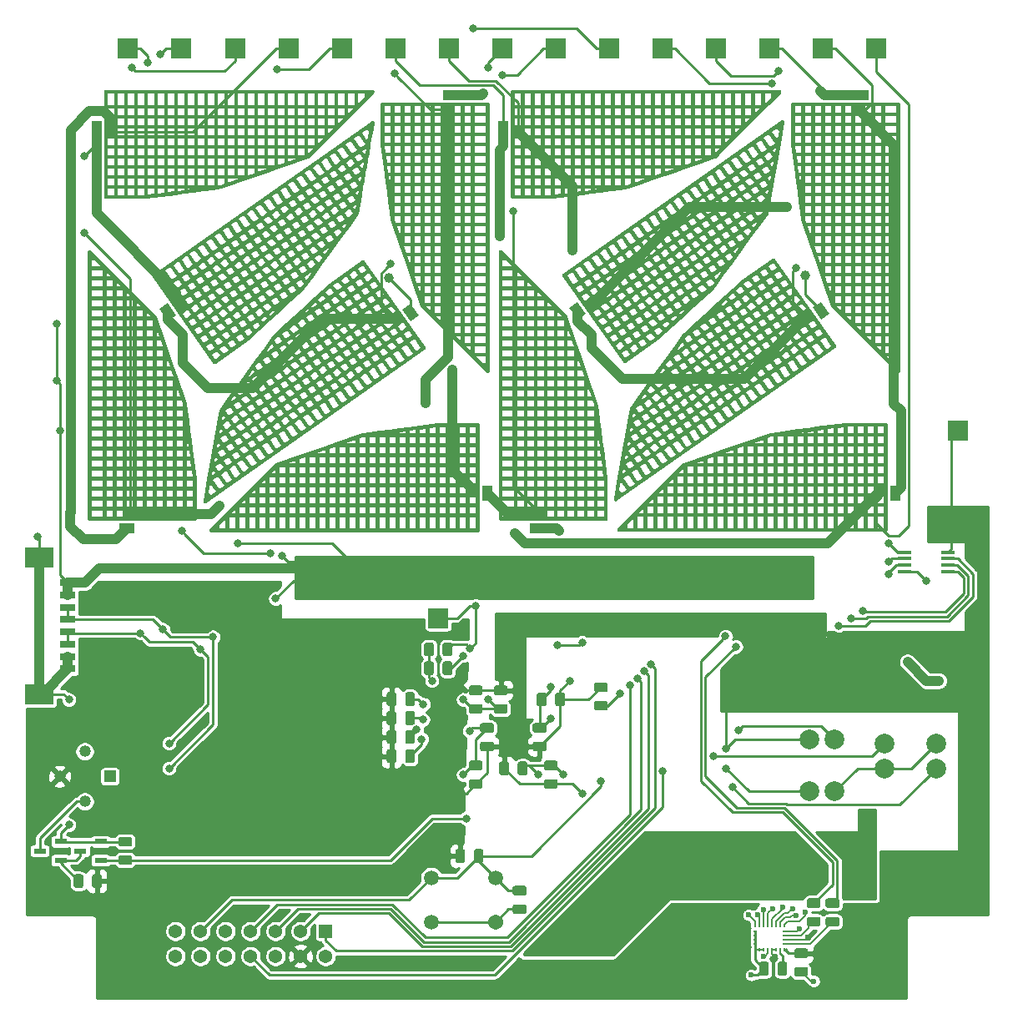
<source format=gbr>
G04 #@! TF.GenerationSoftware,KiCad,Pcbnew,5.1.5+dfsg1-2build2*
G04 #@! TF.CreationDate,2020-05-18T23:31:34+02:00*
G04 #@! TF.ProjectId,proto2,70726f74-6f32-42e6-9b69-6361645f7063,rev?*
G04 #@! TF.SameCoordinates,Original*
G04 #@! TF.FileFunction,Copper,L1,Top*
G04 #@! TF.FilePolarity,Positive*
%FSLAX46Y46*%
G04 Gerber Fmt 4.6, Leading zero omitted, Abs format (unit mm)*
G04 Created by KiCad (PCBNEW 5.1.5+dfsg1-2build2) date 2020-05-18 23:31:34*
%MOMM*%
%LPD*%
G04 APERTURE LIST*
%ADD10C,1.500000*%
%ADD11C,1.540000*%
%ADD12R,3.000000X2.100000*%
%ADD13R,1.600000X0.800000*%
%ADD14R,1.425000X0.450000*%
%ADD15C,1.192000*%
%ADD16R,1.192000X1.192000*%
%ADD17R,2.000000X2.000000*%
%ADD18C,2.000000*%
%ADD19C,0.100000*%
%ADD20R,1.500000X1.000000*%
%ADD21R,1.000000X1.500000*%
%ADD22R,1.300000X0.600000*%
%ADD23C,1.370000*%
%ADD24R,1.370000X1.370000*%
%ADD25R,0.230000X0.350000*%
%ADD26R,0.350000X0.230000*%
%ADD27C,0.800000*%
%ADD28C,0.600000*%
%ADD29C,1.000000*%
%ADD30C,0.250000*%
%ADD31C,0.200000*%
%ADD32C,1.000000*%
%ADD33C,0.254000*%
G04 APERTURE END LIST*
D10*
X133910000Y-138720000D03*
X140410000Y-138720000D03*
X133910000Y-143220000D03*
D11*
X140410000Y-143220000D03*
D12*
X94107000Y-120082000D03*
D13*
X97007000Y-117532000D03*
X97007000Y-116282000D03*
X97007000Y-115032000D03*
X97007000Y-113782000D03*
X97007000Y-112532000D03*
X97007000Y-111282000D03*
X97007000Y-110032000D03*
X97007000Y-108782000D03*
D12*
X94107000Y-106232000D03*
D14*
X186362000Y-105705000D03*
X186362000Y-106355000D03*
X186362000Y-107005000D03*
X186362000Y-107655000D03*
X181938000Y-107655000D03*
X181938000Y-107005000D03*
X181938000Y-106355000D03*
X181938000Y-105705000D03*
D15*
X98755200Y-130987800D03*
X96215200Y-128447800D03*
X98755200Y-125907800D03*
D16*
X101295200Y-128447800D03*
D17*
X187325000Y-93345000D03*
X134620000Y-112395000D03*
X157378400Y-54610000D03*
X162801300Y-54610000D03*
X168224200Y-54610000D03*
X173647100Y-54610000D03*
X179070000Y-54610000D03*
X130263900Y-54610000D03*
X135686800Y-54610000D03*
X141109700Y-54610000D03*
X146532600Y-54610000D03*
X151955500Y-54610000D03*
X103149400Y-54610000D03*
X108572300Y-54610000D03*
X113995200Y-54610000D03*
X119418100Y-54610000D03*
X124841000Y-54610000D03*
D18*
X185126000Y-125095000D03*
X179872000Y-125095000D03*
X185126000Y-127635000D03*
X179872000Y-127635000D03*
X172320200Y-124718000D03*
X172320200Y-129972000D03*
X174860200Y-124718000D03*
X174860200Y-129972000D03*
G04 #@! TA.AperFunction,SMDPad,CuDef*
D19*
G36*
X168574189Y-75922372D02*
G01*
X168574262Y-75922316D01*
X168574340Y-75922267D01*
X168575413Y-75921527D01*
X168583244Y-75916746D01*
X168590869Y-75912019D01*
X168591488Y-75911715D01*
X168592092Y-75911346D01*
X168600334Y-75907362D01*
X168608401Y-75903392D01*
X168609052Y-75903148D01*
X168609684Y-75902842D01*
X168618185Y-75899714D01*
X168626692Y-75896517D01*
X168627372Y-75896334D01*
X168628022Y-75896095D01*
X168636729Y-75893827D01*
X168645565Y-75891460D01*
X168646260Y-75891344D01*
X168646931Y-75891170D01*
X168655820Y-75889762D01*
X168664843Y-75888268D01*
X168665546Y-75888221D01*
X168666231Y-75888113D01*
X168675209Y-75887580D01*
X168684340Y-75886973D01*
X168685045Y-75886995D01*
X168685736Y-75886954D01*
X168694753Y-75887300D01*
X168703870Y-75887587D01*
X168704563Y-75887677D01*
X168705262Y-75887704D01*
X168714291Y-75888940D01*
X168723247Y-75890104D01*
X168723923Y-75890260D01*
X168724621Y-75890355D01*
X168733506Y-75892472D01*
X168742287Y-75894499D01*
X168742946Y-75894721D01*
X168743629Y-75894884D01*
X168752278Y-75897862D01*
X168760806Y-75900732D01*
X168761436Y-75901016D01*
X168762104Y-75901246D01*
X168770387Y-75905038D01*
X168778629Y-75908742D01*
X168779236Y-75909089D01*
X168779871Y-75909380D01*
X168787725Y-75913951D01*
X168795584Y-75918453D01*
X168796151Y-75918856D01*
X168796759Y-75919209D01*
X168804143Y-75924535D01*
X168811512Y-75929772D01*
X168812039Y-75930230D01*
X168812607Y-75930639D01*
X168819394Y-75936624D01*
X168826259Y-75942591D01*
X168826743Y-75943102D01*
X168827263Y-75943561D01*
X168833456Y-75950202D01*
X168839684Y-75956788D01*
X168840109Y-75957336D01*
X168840589Y-75957851D01*
X168846121Y-75965086D01*
X168851661Y-75972228D01*
X174970574Y-84710942D01*
X174971315Y-84712015D01*
X174971371Y-84712088D01*
X174971420Y-84712166D01*
X174972160Y-84713240D01*
X174976941Y-84721071D01*
X174981668Y-84728696D01*
X174981972Y-84729315D01*
X174982341Y-84729919D01*
X174986325Y-84738161D01*
X174990295Y-84746228D01*
X174990539Y-84746878D01*
X174990845Y-84747510D01*
X174993973Y-84756012D01*
X174997170Y-84764518D01*
X174997353Y-84765199D01*
X174997592Y-84765849D01*
X174999860Y-84774556D01*
X175002227Y-84783392D01*
X175002342Y-84784086D01*
X175002517Y-84784758D01*
X175003925Y-84793646D01*
X175005419Y-84802670D01*
X175005466Y-84803373D01*
X175005574Y-84804058D01*
X175006107Y-84813036D01*
X175006714Y-84822167D01*
X175006692Y-84822872D01*
X175006733Y-84823562D01*
X175006386Y-84832580D01*
X175006100Y-84841697D01*
X175006010Y-84842390D01*
X175005983Y-84843089D01*
X175004746Y-84852118D01*
X175003583Y-84861074D01*
X175003427Y-84861749D01*
X175003331Y-84862448D01*
X175001215Y-84871332D01*
X174999188Y-84880113D01*
X174998966Y-84880773D01*
X174998803Y-84881455D01*
X174995825Y-84890105D01*
X174992955Y-84898632D01*
X174992671Y-84899263D01*
X174992441Y-84899931D01*
X174988649Y-84908214D01*
X174984945Y-84916456D01*
X174984598Y-84917063D01*
X174984307Y-84917697D01*
X174979736Y-84925551D01*
X174975234Y-84933411D01*
X174974831Y-84933978D01*
X174974478Y-84934585D01*
X174969152Y-84941969D01*
X174963915Y-84949339D01*
X174963457Y-84949866D01*
X174963048Y-84950433D01*
X174957063Y-84957220D01*
X174951096Y-84964086D01*
X174950585Y-84964569D01*
X174950126Y-84965090D01*
X174943485Y-84971283D01*
X174936899Y-84977511D01*
X174936351Y-84977935D01*
X174935836Y-84978416D01*
X174928601Y-84983947D01*
X174921459Y-84989487D01*
X152762577Y-100505304D01*
X152760931Y-100506439D01*
X152760856Y-100506497D01*
X152760787Y-100506539D01*
X152760279Y-100506890D01*
X152752342Y-100511735D01*
X152744213Y-100516735D01*
X152743896Y-100516890D01*
X152743600Y-100517070D01*
X152735173Y-100521144D01*
X152726651Y-100525301D01*
X152726323Y-100525423D01*
X152726009Y-100525574D01*
X152717209Y-100528812D01*
X152708335Y-100532112D01*
X152707994Y-100532202D01*
X152707670Y-100532321D01*
X152698669Y-100534666D01*
X152689444Y-100537103D01*
X152689094Y-100537160D01*
X152688761Y-100537246D01*
X152679657Y-100538688D01*
X152670155Y-100540228D01*
X152669798Y-100540250D01*
X152669461Y-100540303D01*
X152660177Y-100540855D01*
X152650654Y-100541454D01*
X152650304Y-100541441D01*
X152649957Y-100541462D01*
X152640545Y-100541102D01*
X152631126Y-100540772D01*
X152630781Y-100540726D01*
X152630430Y-100540713D01*
X152621016Y-100539423D01*
X152611758Y-100538188D01*
X152611423Y-100538109D01*
X152611071Y-100538061D01*
X152601748Y-100535840D01*
X152592735Y-100533725D01*
X152592411Y-100533615D01*
X152592064Y-100533532D01*
X152583058Y-100530432D01*
X152574237Y-100527429D01*
X152573919Y-100527285D01*
X152573588Y-100527171D01*
X152565072Y-100523272D01*
X152556441Y-100519357D01*
X152556136Y-100519180D01*
X152555822Y-100519036D01*
X152547751Y-100514339D01*
X152539521Y-100509587D01*
X152539235Y-100509383D01*
X152538934Y-100509207D01*
X152531355Y-100503742D01*
X152523632Y-100498212D01*
X152523365Y-100497979D01*
X152523086Y-100497777D01*
X152516178Y-100491687D01*
X152508930Y-100485342D01*
X152508683Y-100485079D01*
X152508429Y-100484855D01*
X152502157Y-100478129D01*
X152495554Y-100471098D01*
X152495338Y-100470817D01*
X152495103Y-100470565D01*
X152489450Y-100463172D01*
X152483632Y-100455616D01*
X152483445Y-100455318D01*
X152483235Y-100455042D01*
X152478311Y-100447100D01*
X152473278Y-100439045D01*
X152473122Y-100438730D01*
X152472938Y-100438435D01*
X152468778Y-100429981D01*
X152464589Y-100421542D01*
X152464466Y-100421218D01*
X152464311Y-100420902D01*
X152460980Y-100412039D01*
X152457650Y-100403276D01*
X152457559Y-100402941D01*
X152457436Y-100402612D01*
X152454977Y-100393435D01*
X152452528Y-100384420D01*
X152452470Y-100384080D01*
X152452379Y-100383739D01*
X152450829Y-100374380D01*
X152449269Y-100365154D01*
X152449244Y-100364808D01*
X152449187Y-100364461D01*
X152448556Y-100354953D01*
X152447906Y-100345662D01*
X152447916Y-100345319D01*
X152447892Y-100344964D01*
X152448195Y-100335335D01*
X152448452Y-100326131D01*
X152448495Y-100325793D01*
X152448506Y-100325434D01*
X152449746Y-100315885D01*
X152450901Y-100306744D01*
X152551767Y-99734699D01*
X153015149Y-99410236D01*
X153217139Y-99698707D01*
X153721736Y-99345383D01*
X153166424Y-98552315D01*
X153015149Y-99410236D01*
X152551767Y-99734699D01*
X152741313Y-98659733D01*
X153404697Y-98195226D01*
X154049397Y-99115953D01*
X154553995Y-98762630D01*
X153909295Y-97841903D01*
X154236956Y-97612472D01*
X154881656Y-98533199D01*
X155386253Y-98179876D01*
X154741553Y-97259149D01*
X155069214Y-97029719D01*
X155713914Y-97950446D01*
X156218512Y-97597122D01*
X155573812Y-96676396D01*
X155901473Y-96446965D01*
X156546173Y-97367692D01*
X157050770Y-97014369D01*
X156406070Y-96093642D01*
X156733731Y-95864211D01*
X157378431Y-96784938D01*
X157883029Y-96431615D01*
X157238329Y-95510888D01*
X157565990Y-95281458D01*
X158210689Y-96202185D01*
X158715287Y-95848861D01*
X158070587Y-94928135D01*
X158398248Y-94698704D01*
X159042948Y-95619431D01*
X159547546Y-95266108D01*
X158902846Y-94345381D01*
X159230506Y-94115950D01*
X159875206Y-95036677D01*
X160379804Y-94683354D01*
X159735104Y-93762627D01*
X160062765Y-93533197D01*
X160707465Y-94453924D01*
X161212063Y-94100601D01*
X160567363Y-93179874D01*
X160895023Y-92950443D01*
X161539723Y-93871170D01*
X162044321Y-93517847D01*
X161399621Y-92597120D01*
X161727282Y-92367689D01*
X162371982Y-93288416D01*
X162876580Y-92935093D01*
X162231880Y-92014366D01*
X162559540Y-91784936D01*
X163204240Y-92705663D01*
X163708838Y-92352340D01*
X163064138Y-91431613D01*
X163391799Y-91202182D01*
X164036499Y-92122909D01*
X164541096Y-91769586D01*
X163896397Y-90848859D01*
X164224057Y-90619428D01*
X164868757Y-91540155D01*
X165373355Y-91186832D01*
X164728655Y-90266105D01*
X165056316Y-90036675D01*
X165701016Y-90957402D01*
X166205613Y-90604079D01*
X165560913Y-89683352D01*
X165888574Y-89453921D01*
X166533274Y-90374648D01*
X167037872Y-90021325D01*
X166393172Y-89100598D01*
X166720833Y-88871167D01*
X167365533Y-89791894D01*
X167870130Y-89438571D01*
X167225430Y-88517844D01*
X167553091Y-88288414D01*
X168197791Y-89209141D01*
X168702389Y-88855818D01*
X168057689Y-87935091D01*
X168385350Y-87705660D01*
X169030050Y-88626387D01*
X169534647Y-88273064D01*
X168889947Y-87352337D01*
X169217608Y-87122906D01*
X169862308Y-88043633D01*
X170366906Y-87690310D01*
X169722206Y-86769583D01*
X170049867Y-86540153D01*
X170694567Y-87460880D01*
X171199164Y-87107557D01*
X170554464Y-86186830D01*
X170882125Y-85957399D01*
X171526825Y-86878126D01*
X172031423Y-86524803D01*
X171386723Y-85604076D01*
X171714384Y-85374645D01*
X172359084Y-86295372D01*
X172863681Y-85942049D01*
X172218981Y-85021322D01*
X172546642Y-84791892D01*
X173191342Y-85712619D01*
X173695940Y-85359296D01*
X173051240Y-84438569D01*
X173378901Y-84209138D01*
X174023601Y-85129865D01*
X174528198Y-84776542D01*
X173883498Y-83855815D01*
X173378901Y-84209138D01*
X173051240Y-84438569D01*
X172546642Y-84791892D01*
X172218981Y-85021322D01*
X171714384Y-85374645D01*
X171386723Y-85604076D01*
X170882125Y-85957399D01*
X170554464Y-86186830D01*
X170049867Y-86540153D01*
X169722206Y-86769583D01*
X169217608Y-87122906D01*
X168889947Y-87352337D01*
X168385350Y-87705660D01*
X168057689Y-87935091D01*
X167553091Y-88288414D01*
X167225430Y-88517844D01*
X166720833Y-88871167D01*
X166393172Y-89100598D01*
X165888574Y-89453921D01*
X165560913Y-89683352D01*
X165056316Y-90036675D01*
X164728655Y-90266105D01*
X164224057Y-90619428D01*
X163896397Y-90848859D01*
X163391799Y-91202182D01*
X163064138Y-91431613D01*
X162559540Y-91784936D01*
X162231880Y-92014366D01*
X161727282Y-92367689D01*
X161399621Y-92597120D01*
X160895023Y-92950443D01*
X160567363Y-93179874D01*
X160062765Y-93533197D01*
X159735104Y-93762627D01*
X159230506Y-94115950D01*
X158902846Y-94345381D01*
X158398248Y-94698704D01*
X158070587Y-94928135D01*
X157565990Y-95281458D01*
X157238329Y-95510888D01*
X156733731Y-95864211D01*
X156406070Y-96093642D01*
X155901473Y-96446965D01*
X155573812Y-96676396D01*
X155069214Y-97029719D01*
X154741553Y-97259149D01*
X154236956Y-97612472D01*
X153909295Y-97841903D01*
X153404697Y-98195226D01*
X152741313Y-98659733D01*
X152839543Y-98102641D01*
X153302925Y-97778178D01*
X153679864Y-97514242D01*
X153415928Y-97137303D01*
X153302925Y-97778178D01*
X152839543Y-98102641D01*
X152990817Y-97244721D01*
X153654202Y-96780214D01*
X154007525Y-97284811D01*
X154512123Y-96931488D01*
X154158800Y-96426891D01*
X154486460Y-96197460D01*
X154839784Y-96702058D01*
X155344381Y-96348735D01*
X154991058Y-95844137D01*
X155318719Y-95614707D01*
X155672042Y-96119304D01*
X156176640Y-95765981D01*
X155823317Y-95261383D01*
X156150977Y-95031953D01*
X156504300Y-95536551D01*
X157008898Y-95183227D01*
X156655575Y-94678630D01*
X156983236Y-94449199D01*
X157336559Y-94953797D01*
X157841157Y-94600474D01*
X157487834Y-94095876D01*
X157815494Y-93866446D01*
X158168817Y-94371043D01*
X158673415Y-94017720D01*
X158320092Y-93513122D01*
X158647753Y-93283692D01*
X159001076Y-93788290D01*
X159505674Y-93434966D01*
X159152350Y-92930369D01*
X159480011Y-92700938D01*
X159833334Y-93205536D01*
X160337932Y-92852213D01*
X159984609Y-92347615D01*
X160312270Y-92118185D01*
X160665593Y-92622782D01*
X161170191Y-92269459D01*
X160816867Y-91764861D01*
X161144528Y-91535431D01*
X161497851Y-92040029D01*
X162002449Y-91686705D01*
X161649126Y-91182108D01*
X161976787Y-90952677D01*
X162330110Y-91457275D01*
X162834707Y-91103952D01*
X162481384Y-90599354D01*
X162809045Y-90369924D01*
X163162368Y-90874521D01*
X163666966Y-90521198D01*
X163313643Y-90016600D01*
X163641304Y-89787170D01*
X163994627Y-90291768D01*
X164499224Y-89938444D01*
X164145901Y-89433847D01*
X164473562Y-89204416D01*
X164826885Y-89709014D01*
X165331483Y-89355691D01*
X164978160Y-88851093D01*
X165305821Y-88621663D01*
X165659144Y-89126260D01*
X166163741Y-88772937D01*
X165810418Y-88268340D01*
X166138079Y-88038909D01*
X166491402Y-88543507D01*
X166996000Y-88190184D01*
X166642677Y-87685586D01*
X166970338Y-87456155D01*
X167323661Y-87960753D01*
X167828258Y-87607430D01*
X167474935Y-87102832D01*
X167802596Y-86873402D01*
X168155919Y-87377999D01*
X168660517Y-87024676D01*
X168307194Y-86520079D01*
X168634855Y-86290648D01*
X168988178Y-86795246D01*
X169492775Y-86441923D01*
X169139452Y-85937325D01*
X169467113Y-85707894D01*
X169820436Y-86212492D01*
X170325034Y-85859169D01*
X169971711Y-85354571D01*
X170299372Y-85125141D01*
X170652695Y-85629738D01*
X171157292Y-85276415D01*
X170803969Y-84771818D01*
X171131630Y-84542387D01*
X171484953Y-85046985D01*
X171989551Y-84693662D01*
X171636228Y-84189064D01*
X171963888Y-83959633D01*
X172317212Y-84464231D01*
X172821809Y-84110908D01*
X172468486Y-83606310D01*
X172796147Y-83376880D01*
X173149470Y-83881477D01*
X173654068Y-83528154D01*
X173300745Y-83023557D01*
X172796147Y-83376880D01*
X172468486Y-83606310D01*
X171963888Y-83959633D01*
X171636228Y-84189064D01*
X171131630Y-84542387D01*
X170803969Y-84771818D01*
X170299372Y-85125141D01*
X169971711Y-85354571D01*
X169467113Y-85707894D01*
X169139452Y-85937325D01*
X168634855Y-86290648D01*
X168307194Y-86520079D01*
X167802596Y-86873402D01*
X167474935Y-87102832D01*
X166970338Y-87456155D01*
X166642677Y-87685586D01*
X166138079Y-88038909D01*
X165810418Y-88268340D01*
X165305821Y-88621663D01*
X164978160Y-88851093D01*
X164473562Y-89204416D01*
X164145901Y-89433847D01*
X163641304Y-89787170D01*
X163313643Y-90016600D01*
X162809045Y-90369924D01*
X162481384Y-90599354D01*
X161976787Y-90952677D01*
X161649126Y-91182108D01*
X161144528Y-91535431D01*
X160816867Y-91764861D01*
X160312270Y-92118185D01*
X159984609Y-92347615D01*
X159480011Y-92700938D01*
X159152350Y-92930369D01*
X158647753Y-93283692D01*
X158320092Y-93513122D01*
X157815494Y-93866446D01*
X157487834Y-94095876D01*
X156983236Y-94449199D01*
X156655575Y-94678630D01*
X156150977Y-95031953D01*
X155823317Y-95261383D01*
X155318719Y-95614707D01*
X154991058Y-95844137D01*
X154486460Y-96197460D01*
X154158800Y-96426891D01*
X153654202Y-96780214D01*
X152990817Y-97244721D01*
X153089048Y-96687629D01*
X153552430Y-96363166D01*
X153929369Y-96099230D01*
X153665434Y-95722291D01*
X153552430Y-96363166D01*
X153089048Y-96687629D01*
X153240322Y-95829709D01*
X153903707Y-95365202D01*
X154257030Y-95869799D01*
X154761628Y-95516476D01*
X154408304Y-95011879D01*
X154735965Y-94782448D01*
X155089288Y-95287046D01*
X155593886Y-94933723D01*
X155240563Y-94429125D01*
X155568224Y-94199694D01*
X155921547Y-94704292D01*
X156426144Y-94350969D01*
X156072821Y-93846371D01*
X156400482Y-93616941D01*
X156753805Y-94121538D01*
X157258403Y-93768215D01*
X156905080Y-93263618D01*
X157232741Y-93034187D01*
X157586064Y-93538785D01*
X158090661Y-93185462D01*
X157737338Y-92680864D01*
X158064999Y-92451433D01*
X158418322Y-92956031D01*
X158922920Y-92602708D01*
X158569597Y-92098110D01*
X158897258Y-91868680D01*
X159250581Y-92373277D01*
X159755178Y-92019954D01*
X159401855Y-91515357D01*
X159729516Y-91285926D01*
X160082839Y-91790524D01*
X160587437Y-91437201D01*
X160234114Y-90932603D01*
X160561775Y-90703172D01*
X160915098Y-91207770D01*
X161419695Y-90854447D01*
X161066372Y-90349849D01*
X161394033Y-90120419D01*
X161747356Y-90625016D01*
X162251954Y-90271693D01*
X161898631Y-89767096D01*
X162226292Y-89537665D01*
X162579615Y-90042263D01*
X163084212Y-89688940D01*
X162730889Y-89184342D01*
X163058550Y-88954911D01*
X163411873Y-89459509D01*
X163916471Y-89106186D01*
X163563148Y-88601588D01*
X163890809Y-88372158D01*
X164244132Y-88876755D01*
X164748729Y-88523432D01*
X164395406Y-88018835D01*
X164723067Y-87789404D01*
X165076390Y-88294002D01*
X165580988Y-87940679D01*
X165227665Y-87436081D01*
X165555325Y-87206650D01*
X165908649Y-87711248D01*
X166413246Y-87357925D01*
X166059923Y-86853327D01*
X166387584Y-86623897D01*
X166740907Y-87128494D01*
X167245505Y-86775171D01*
X166892182Y-86270574D01*
X167219842Y-86041143D01*
X167573166Y-86545741D01*
X168077763Y-86192418D01*
X167724440Y-85687820D01*
X168052101Y-85458389D01*
X168405424Y-85962987D01*
X168910022Y-85609664D01*
X168556699Y-85105066D01*
X168884359Y-84875636D01*
X169237682Y-85380233D01*
X169742280Y-85026910D01*
X169388957Y-84522313D01*
X169716618Y-84292882D01*
X170069941Y-84797480D01*
X170574539Y-84444157D01*
X170221216Y-83939559D01*
X170548876Y-83710129D01*
X170902199Y-84214726D01*
X171406797Y-83861403D01*
X171053474Y-83356805D01*
X171381135Y-83127375D01*
X171734458Y-83631973D01*
X172239056Y-83278649D01*
X171885732Y-82774052D01*
X172213393Y-82544621D01*
X172566716Y-83049219D01*
X173071314Y-82695896D01*
X172717991Y-82191298D01*
X172213393Y-82544621D01*
X171885732Y-82774052D01*
X171381135Y-83127375D01*
X171053474Y-83356805D01*
X170548876Y-83710129D01*
X170221216Y-83939559D01*
X169716618Y-84292882D01*
X169388957Y-84522313D01*
X168884359Y-84875636D01*
X168556699Y-85105066D01*
X168052101Y-85458389D01*
X167724440Y-85687820D01*
X167219842Y-86041143D01*
X166892182Y-86270574D01*
X166387584Y-86623897D01*
X166059923Y-86853327D01*
X165555325Y-87206650D01*
X165227665Y-87436081D01*
X164723067Y-87789404D01*
X164395406Y-88018835D01*
X163890809Y-88372158D01*
X163563148Y-88601588D01*
X163058550Y-88954911D01*
X162730889Y-89184342D01*
X162226292Y-89537665D01*
X161898631Y-89767096D01*
X161394033Y-90120419D01*
X161066372Y-90349849D01*
X160561775Y-90703172D01*
X160234114Y-90932603D01*
X159729516Y-91285926D01*
X159401855Y-91515357D01*
X158897258Y-91868680D01*
X158569597Y-92098110D01*
X158064999Y-92451433D01*
X157737338Y-92680864D01*
X157232741Y-93034187D01*
X156905080Y-93263618D01*
X156400482Y-93616941D01*
X156072821Y-93846371D01*
X155568224Y-94199694D01*
X155240563Y-94429125D01*
X154735965Y-94782448D01*
X154408304Y-95011879D01*
X153903707Y-95365202D01*
X153240322Y-95829709D01*
X153338552Y-95272617D01*
X153801935Y-94948153D01*
X154178874Y-94684218D01*
X153914939Y-94307279D01*
X153801935Y-94948153D01*
X153338552Y-95272617D01*
X153489827Y-94414696D01*
X154153212Y-93950190D01*
X154506535Y-94454787D01*
X155011132Y-94101464D01*
X154657809Y-93596866D01*
X154985470Y-93367436D01*
X155338793Y-93872034D01*
X155843391Y-93518710D01*
X155490068Y-93014113D01*
X155817729Y-92784682D01*
X156171052Y-93289280D01*
X156675649Y-92935957D01*
X156322326Y-92431359D01*
X156649987Y-92201929D01*
X157003310Y-92706526D01*
X157507908Y-92353203D01*
X157154585Y-91848605D01*
X157482246Y-91619175D01*
X157835569Y-92123773D01*
X158340166Y-91770449D01*
X157986843Y-91265852D01*
X158314504Y-91036421D01*
X158667827Y-91541019D01*
X159172425Y-91187696D01*
X158819102Y-90683098D01*
X159146762Y-90453668D01*
X159500086Y-90958265D01*
X160004683Y-90604942D01*
X159651360Y-90100345D01*
X159979021Y-89870914D01*
X160332344Y-90375512D01*
X160836942Y-90022189D01*
X160483619Y-89517591D01*
X160811279Y-89288160D01*
X161164603Y-89792758D01*
X161669200Y-89439435D01*
X161315877Y-88934837D01*
X161643538Y-88705407D01*
X161996861Y-89210004D01*
X162501459Y-88856681D01*
X162148136Y-88352084D01*
X162475796Y-88122653D01*
X162829119Y-88627251D01*
X163333717Y-88273928D01*
X162980394Y-87769330D01*
X163308055Y-87539899D01*
X163661378Y-88044497D01*
X164165976Y-87691174D01*
X163812653Y-87186576D01*
X164140313Y-86957146D01*
X164493636Y-87461743D01*
X164998234Y-87108420D01*
X164644911Y-86603823D01*
X164972572Y-86374392D01*
X165325895Y-86878990D01*
X165830493Y-86525667D01*
X165477169Y-86021069D01*
X165804830Y-85791638D01*
X166158153Y-86296236D01*
X166662751Y-85942913D01*
X166309428Y-85438315D01*
X166637089Y-85208885D01*
X166990412Y-85713482D01*
X167495010Y-85360159D01*
X167141686Y-84855562D01*
X167469347Y-84626131D01*
X167822670Y-85130729D01*
X168327268Y-84777406D01*
X167973945Y-84272808D01*
X168301606Y-84043377D01*
X168654929Y-84547975D01*
X169159526Y-84194652D01*
X168806203Y-83690054D01*
X169133864Y-83460624D01*
X169487187Y-83965221D01*
X169991785Y-83611898D01*
X169638462Y-83107301D01*
X169966123Y-82877870D01*
X170319446Y-83382468D01*
X170824043Y-83029145D01*
X170470720Y-82524547D01*
X170798381Y-82295116D01*
X171151704Y-82799714D01*
X171656302Y-82446391D01*
X171302979Y-81941793D01*
X170798381Y-82295116D01*
X170470720Y-82524547D01*
X169966123Y-82877870D01*
X169638462Y-83107301D01*
X169133864Y-83460624D01*
X168806203Y-83690054D01*
X168301606Y-84043377D01*
X167973945Y-84272808D01*
X167469347Y-84626131D01*
X167141686Y-84855562D01*
X166637089Y-85208885D01*
X166309428Y-85438315D01*
X165804830Y-85791638D01*
X165477169Y-86021069D01*
X164972572Y-86374392D01*
X164644911Y-86603823D01*
X164140313Y-86957146D01*
X163812653Y-87186576D01*
X163308055Y-87539899D01*
X162980394Y-87769330D01*
X162475796Y-88122653D01*
X162148136Y-88352084D01*
X161643538Y-88705407D01*
X161315877Y-88934837D01*
X160811279Y-89288160D01*
X160483619Y-89517591D01*
X159979021Y-89870914D01*
X159651360Y-90100345D01*
X159146762Y-90453668D01*
X158819102Y-90683098D01*
X158314504Y-91036421D01*
X157986843Y-91265852D01*
X157482246Y-91619175D01*
X157154585Y-91848605D01*
X156649987Y-92201929D01*
X156322326Y-92431359D01*
X155817729Y-92784682D01*
X155490068Y-93014113D01*
X154985470Y-93367436D01*
X154657809Y-93596866D01*
X154153212Y-93950190D01*
X153489827Y-94414696D01*
X153588057Y-93857605D01*
X154051440Y-93533141D01*
X154428379Y-93269206D01*
X154164443Y-92892267D01*
X154051440Y-93533141D01*
X153588057Y-93857605D01*
X153739332Y-92999684D01*
X154402716Y-92535177D01*
X154756040Y-93039775D01*
X155260637Y-92686452D01*
X154907314Y-92181854D01*
X155234975Y-91952424D01*
X155588298Y-92457021D01*
X156092896Y-92103698D01*
X155739573Y-91599101D01*
X156067233Y-91369670D01*
X156420556Y-91874268D01*
X156925154Y-91520945D01*
X156571831Y-91016347D01*
X156899492Y-90786916D01*
X157252815Y-91291514D01*
X157757413Y-90938191D01*
X157404090Y-90433593D01*
X157731750Y-90204163D01*
X158085073Y-90708760D01*
X158589671Y-90355437D01*
X158236348Y-89850840D01*
X158564009Y-89621409D01*
X158917332Y-90126007D01*
X159421930Y-89772684D01*
X159068606Y-89268086D01*
X159396267Y-89038655D01*
X159749590Y-89543253D01*
X160254188Y-89189930D01*
X159900865Y-88685332D01*
X160228526Y-88455902D01*
X160581849Y-88960499D01*
X161086447Y-88607176D01*
X160733123Y-88102579D01*
X161060784Y-87873148D01*
X161414107Y-88377746D01*
X161918705Y-88024423D01*
X161565382Y-87519825D01*
X161893043Y-87290394D01*
X162246366Y-87794992D01*
X162750963Y-87441669D01*
X162397640Y-86937071D01*
X162725301Y-86707641D01*
X163078624Y-87212238D01*
X163583222Y-86858915D01*
X163229899Y-86354318D01*
X163557560Y-86124887D01*
X163910883Y-86629485D01*
X164415480Y-86276162D01*
X164062157Y-85771564D01*
X164389818Y-85542134D01*
X164743141Y-86046731D01*
X165247739Y-85693408D01*
X164894416Y-85188810D01*
X165222077Y-84959380D01*
X165575400Y-85463978D01*
X166079997Y-85110654D01*
X165726674Y-84606057D01*
X166054335Y-84376626D01*
X166407658Y-84881224D01*
X166912256Y-84527901D01*
X166558933Y-84023303D01*
X166886594Y-83793873D01*
X167239917Y-84298470D01*
X167744514Y-83945147D01*
X167391191Y-83440549D01*
X167718852Y-83211119D01*
X168072175Y-83715717D01*
X168576773Y-83362393D01*
X168223450Y-82857796D01*
X168551111Y-82628365D01*
X168904434Y-83132963D01*
X169409031Y-82779640D01*
X169055708Y-82275042D01*
X169383369Y-82045612D01*
X169736692Y-82550209D01*
X170241290Y-82196886D01*
X169887967Y-81692288D01*
X170215627Y-81462858D01*
X170568951Y-81967456D01*
X171073548Y-81614132D01*
X170720225Y-81109535D01*
X171047886Y-80880104D01*
X171401209Y-81384702D01*
X171905807Y-81031379D01*
X171552484Y-80526781D01*
X171047886Y-80880104D01*
X170720225Y-81109535D01*
X170215627Y-81462858D01*
X169887967Y-81692288D01*
X169383369Y-82045612D01*
X169055708Y-82275042D01*
X168551111Y-82628365D01*
X168223450Y-82857796D01*
X167718852Y-83211119D01*
X167391191Y-83440549D01*
X166886594Y-83793873D01*
X166558933Y-84023303D01*
X166054335Y-84376626D01*
X165726674Y-84606057D01*
X165222077Y-84959380D01*
X164894416Y-85188810D01*
X164389818Y-85542134D01*
X164062157Y-85771564D01*
X163557560Y-86124887D01*
X163229899Y-86354318D01*
X162725301Y-86707641D01*
X162397640Y-86937071D01*
X161893043Y-87290394D01*
X161565382Y-87519825D01*
X161060784Y-87873148D01*
X160733123Y-88102579D01*
X160228526Y-88455902D01*
X159900865Y-88685332D01*
X159396267Y-89038655D01*
X159068606Y-89268086D01*
X158564009Y-89621409D01*
X158236348Y-89850840D01*
X157731750Y-90204163D01*
X157404090Y-90433593D01*
X156899492Y-90786916D01*
X156571831Y-91016347D01*
X156067233Y-91369670D01*
X155739573Y-91599101D01*
X155234975Y-91952424D01*
X154907314Y-92181854D01*
X154402716Y-92535177D01*
X153739332Y-92999684D01*
X153837562Y-92442593D01*
X154300945Y-92118129D01*
X154677884Y-91854194D01*
X154413948Y-91477255D01*
X154300945Y-92118129D01*
X153837562Y-92442593D01*
X153988837Y-91584672D01*
X154652221Y-91120165D01*
X155005544Y-91624763D01*
X155510142Y-91271440D01*
X155156819Y-90766842D01*
X155484480Y-90537412D01*
X155837803Y-91042009D01*
X156342400Y-90688686D01*
X155989077Y-90184089D01*
X156316738Y-89954658D01*
X156670061Y-90459256D01*
X157174659Y-90105933D01*
X156821336Y-89601335D01*
X157148997Y-89371904D01*
X157502320Y-89876502D01*
X158006917Y-89523179D01*
X157653594Y-89018581D01*
X157981255Y-88789151D01*
X158334578Y-89293748D01*
X158839176Y-88940425D01*
X158485853Y-88435828D01*
X158813514Y-88206397D01*
X159166837Y-88710995D01*
X159671434Y-88357672D01*
X159318111Y-87853074D01*
X159645772Y-87623643D01*
X159999095Y-88128241D01*
X160503693Y-87774918D01*
X160150370Y-87270320D01*
X160478031Y-87040890D01*
X160831354Y-87545487D01*
X161335951Y-87192164D01*
X160982628Y-86687567D01*
X161310289Y-86458136D01*
X161663612Y-86962734D01*
X162168210Y-86609411D01*
X161814887Y-86104813D01*
X162142548Y-85875382D01*
X162495871Y-86379980D01*
X163000468Y-86026657D01*
X162647145Y-85522059D01*
X162974806Y-85292629D01*
X163328129Y-85797226D01*
X163832727Y-85443903D01*
X163479404Y-84939306D01*
X163807064Y-84709875D01*
X164160388Y-85214473D01*
X164664985Y-84861150D01*
X164311662Y-84356552D01*
X164639323Y-84127121D01*
X164992646Y-84631719D01*
X165497244Y-84278396D01*
X165143921Y-83773798D01*
X165471581Y-83544368D01*
X165824905Y-84048965D01*
X166329502Y-83695642D01*
X165976179Y-83191045D01*
X166303840Y-82961614D01*
X166657163Y-83466212D01*
X167161761Y-83112889D01*
X166808438Y-82608291D01*
X167136098Y-82378860D01*
X167489421Y-82883458D01*
X167994019Y-82530135D01*
X167640696Y-82025537D01*
X167968357Y-81796107D01*
X168321680Y-82300704D01*
X168826278Y-81947381D01*
X168472955Y-81442784D01*
X168800615Y-81213353D01*
X169153938Y-81717951D01*
X169658536Y-81364628D01*
X169305213Y-80860030D01*
X169632874Y-80630599D01*
X169986197Y-81135197D01*
X170490795Y-80781874D01*
X170137471Y-80277276D01*
X170465132Y-80047846D01*
X170818455Y-80552443D01*
X171323053Y-80199120D01*
X170969730Y-79694523D01*
X170465132Y-80047846D01*
X170137471Y-80277276D01*
X169632874Y-80630599D01*
X169305213Y-80860030D01*
X168800615Y-81213353D01*
X168472955Y-81442784D01*
X167968357Y-81796107D01*
X167640696Y-82025537D01*
X167136098Y-82378860D01*
X166808438Y-82608291D01*
X166303840Y-82961614D01*
X165976179Y-83191045D01*
X165471581Y-83544368D01*
X165143921Y-83773798D01*
X164639323Y-84127121D01*
X164311662Y-84356552D01*
X163807064Y-84709875D01*
X163479404Y-84939306D01*
X162974806Y-85292629D01*
X162647145Y-85522059D01*
X162142548Y-85875382D01*
X161814887Y-86104813D01*
X161310289Y-86458136D01*
X160982628Y-86687567D01*
X160478031Y-87040890D01*
X160150370Y-87270320D01*
X159645772Y-87623643D01*
X159318111Y-87853074D01*
X158813514Y-88206397D01*
X158485853Y-88435828D01*
X157981255Y-88789151D01*
X157653594Y-89018581D01*
X157148997Y-89371904D01*
X156821336Y-89601335D01*
X156316738Y-89954658D01*
X155989077Y-90184089D01*
X155484480Y-90537412D01*
X155156819Y-90766842D01*
X154652221Y-91120165D01*
X153988837Y-91584672D01*
X154072681Y-91109165D01*
X154073185Y-91106419D01*
X154074264Y-91101958D01*
X154075106Y-91097473D01*
X154076555Y-91092491D01*
X154077780Y-91087426D01*
X154079286Y-91083100D01*
X154080564Y-91078711D01*
X154082494Y-91073890D01*
X154084206Y-91068974D01*
X154086125Y-91064818D01*
X154087826Y-91060572D01*
X154090222Y-91055953D01*
X154092403Y-91051235D01*
X154094718Y-91047289D01*
X154096825Y-91043227D01*
X154099657Y-91038871D01*
X154102290Y-91034382D01*
X154104981Y-91030678D01*
X154107474Y-91026844D01*
X154127250Y-90999445D01*
X155124631Y-90301070D01*
X155759647Y-89856428D01*
X155604988Y-89635552D01*
X155124631Y-90301070D01*
X154127250Y-90999445D01*
X154855465Y-89990528D01*
X155852847Y-89292153D01*
X156087308Y-89626997D01*
X156591905Y-89273674D01*
X156238582Y-88769076D01*
X156566243Y-88539646D01*
X156919566Y-89044243D01*
X157424164Y-88690920D01*
X157070841Y-88186323D01*
X157398501Y-87956892D01*
X157751825Y-88461490D01*
X158256422Y-88108167D01*
X157903099Y-87603569D01*
X158230760Y-87374139D01*
X158584083Y-87878736D01*
X159088681Y-87525413D01*
X158735358Y-87020815D01*
X159063018Y-86791385D01*
X159416342Y-87295983D01*
X159920939Y-86942659D01*
X159567616Y-86438062D01*
X159895277Y-86208631D01*
X160248600Y-86713229D01*
X160753198Y-86359906D01*
X160399875Y-85855308D01*
X160727535Y-85625878D01*
X161080858Y-86130475D01*
X161585456Y-85777152D01*
X161232133Y-85272554D01*
X161559794Y-85043124D01*
X161913117Y-85547722D01*
X162417715Y-85194398D01*
X162064392Y-84689801D01*
X162392052Y-84460370D01*
X162745375Y-84964968D01*
X163249973Y-84611645D01*
X162896650Y-84107047D01*
X163224311Y-83877617D01*
X163577634Y-84382214D01*
X164082232Y-84028891D01*
X163728908Y-83524293D01*
X164056569Y-83294863D01*
X164409892Y-83799461D01*
X164914490Y-83446137D01*
X164561167Y-82941540D01*
X164888828Y-82712109D01*
X165242151Y-83216707D01*
X165746749Y-82863384D01*
X165393425Y-82358786D01*
X165721086Y-82129356D01*
X166074409Y-82633953D01*
X166579007Y-82280630D01*
X166225684Y-81776032D01*
X166553345Y-81546602D01*
X166906668Y-82051200D01*
X167411265Y-81697876D01*
X167057942Y-81193279D01*
X167385603Y-80963848D01*
X167738926Y-81468446D01*
X168243524Y-81115123D01*
X167890201Y-80610525D01*
X168217862Y-80381095D01*
X168571185Y-80885692D01*
X169075782Y-80532369D01*
X168722459Y-80027772D01*
X169050120Y-79798341D01*
X169403443Y-80302939D01*
X169908041Y-79949616D01*
X169554718Y-79445018D01*
X169882379Y-79215587D01*
X170235702Y-79720185D01*
X170740299Y-79366862D01*
X170386976Y-78862264D01*
X169882379Y-79215587D01*
X169554718Y-79445018D01*
X169050120Y-79798341D01*
X168722459Y-80027772D01*
X168217862Y-80381095D01*
X167890201Y-80610525D01*
X167385603Y-80963848D01*
X167057942Y-81193279D01*
X166553345Y-81546602D01*
X166225684Y-81776032D01*
X165721086Y-82129356D01*
X165393425Y-82358786D01*
X164888828Y-82712109D01*
X164561167Y-82941540D01*
X164056569Y-83294863D01*
X163728908Y-83524293D01*
X163224311Y-83877617D01*
X162896650Y-84107047D01*
X162392052Y-84460370D01*
X162064392Y-84689801D01*
X161559794Y-85043124D01*
X161232133Y-85272554D01*
X160727535Y-85625878D01*
X160399875Y-85855308D01*
X159895277Y-86208631D01*
X159567616Y-86438062D01*
X159063018Y-86791385D01*
X158735358Y-87020815D01*
X158230760Y-87374139D01*
X157903099Y-87603569D01*
X157398501Y-87956892D01*
X157070841Y-88186323D01*
X156566243Y-88539646D01*
X156238582Y-88769076D01*
X156234550Y-88763318D01*
X155852847Y-89292153D01*
X154855465Y-89990528D01*
X155937238Y-88491770D01*
X156934621Y-87793395D01*
X157673669Y-87275908D01*
X157493673Y-87018848D01*
X156934621Y-87793395D01*
X155937238Y-88491770D01*
X156744150Y-87373823D01*
X157741532Y-86675449D01*
X158001329Y-87046478D01*
X158505927Y-86693155D01*
X158152604Y-86188557D01*
X158480265Y-85959126D01*
X158833588Y-86463724D01*
X159338186Y-86110401D01*
X158984862Y-85605803D01*
X159312523Y-85376373D01*
X159665846Y-85880970D01*
X160170444Y-85527647D01*
X159817121Y-85023050D01*
X160144782Y-84793619D01*
X160498105Y-85298217D01*
X161002702Y-84944894D01*
X160649379Y-84440296D01*
X160977040Y-84210865D01*
X161330363Y-84715463D01*
X161834961Y-84362140D01*
X161481638Y-83857542D01*
X161809299Y-83628112D01*
X162162622Y-84132709D01*
X162667219Y-83779386D01*
X162313896Y-83274789D01*
X162641557Y-83045358D01*
X162994880Y-83549956D01*
X163499478Y-83196633D01*
X163146155Y-82692035D01*
X163473816Y-82462604D01*
X163827139Y-82967202D01*
X164331736Y-82613879D01*
X163978413Y-82109281D01*
X164306074Y-81879851D01*
X164659397Y-82384448D01*
X165163995Y-82031125D01*
X164810672Y-81526528D01*
X165138333Y-81297097D01*
X165491656Y-81801695D01*
X165996253Y-81448372D01*
X165642930Y-80943774D01*
X165970591Y-80714343D01*
X166323914Y-81218941D01*
X166828512Y-80865618D01*
X166475189Y-80361020D01*
X166802850Y-80131590D01*
X167156173Y-80636187D01*
X167660770Y-80282864D01*
X167307447Y-79778267D01*
X167635108Y-79548836D01*
X167988431Y-80053434D01*
X168493029Y-79700111D01*
X168139706Y-79195513D01*
X168467367Y-78966082D01*
X168820690Y-79470680D01*
X169325287Y-79117357D01*
X168971964Y-78612759D01*
X169299625Y-78383329D01*
X169652948Y-78887926D01*
X170157546Y-78534603D01*
X169804223Y-78030006D01*
X169299625Y-78383329D01*
X168971964Y-78612759D01*
X168467367Y-78966082D01*
X168139706Y-79195513D01*
X167635108Y-79548836D01*
X167307447Y-79778267D01*
X166802850Y-80131590D01*
X166475189Y-80361020D01*
X165970591Y-80714343D01*
X165642930Y-80943774D01*
X165138333Y-81297097D01*
X164810672Y-81526528D01*
X164306074Y-81879851D01*
X163978413Y-82109281D01*
X163473816Y-82462604D01*
X163146155Y-82692035D01*
X162641557Y-83045358D01*
X162313896Y-83274789D01*
X161809299Y-83628112D01*
X161481638Y-83857542D01*
X160977040Y-84210865D01*
X160649379Y-84440296D01*
X160144782Y-84793619D01*
X159817121Y-85023050D01*
X159312523Y-85376373D01*
X158984862Y-85605803D01*
X158480265Y-85959126D01*
X158152604Y-86188557D01*
X158123235Y-86146613D01*
X157741532Y-86675449D01*
X156744150Y-87373823D01*
X157747228Y-85984095D01*
X158744610Y-85285720D01*
X159587690Y-84695389D01*
X159382357Y-84402143D01*
X158744610Y-85285720D01*
X157747228Y-85984095D01*
X158632835Y-84757118D01*
X159630217Y-84058744D01*
X159915351Y-84465958D01*
X160419949Y-84112635D01*
X160066626Y-83608037D01*
X160394287Y-83378607D01*
X160747610Y-83883205D01*
X161252207Y-83529881D01*
X160898884Y-83025284D01*
X161226545Y-82795853D01*
X161579868Y-83300451D01*
X162084466Y-82947128D01*
X161731143Y-82442530D01*
X162058804Y-82213100D01*
X162412127Y-82717697D01*
X162916724Y-82364374D01*
X162563401Y-81859777D01*
X162891062Y-81630346D01*
X163244385Y-82134944D01*
X163748983Y-81781621D01*
X163395660Y-81277023D01*
X163723320Y-81047592D01*
X164076644Y-81552190D01*
X164581241Y-81198867D01*
X164227918Y-80694269D01*
X164555579Y-80464839D01*
X164908902Y-80969436D01*
X165413500Y-80616113D01*
X165060177Y-80111516D01*
X165387837Y-79882085D01*
X165741161Y-80386683D01*
X166245758Y-80033360D01*
X165892435Y-79528762D01*
X166220096Y-79299331D01*
X166573419Y-79803929D01*
X167078017Y-79450606D01*
X166724694Y-78946008D01*
X167052354Y-78716578D01*
X167405677Y-79221175D01*
X167910275Y-78867852D01*
X167556952Y-78363255D01*
X167884613Y-78133824D01*
X168237936Y-78638422D01*
X168742534Y-78285099D01*
X168389211Y-77780501D01*
X168716871Y-77551070D01*
X169070194Y-78055668D01*
X169574792Y-77702345D01*
X169221469Y-77197747D01*
X168716871Y-77551070D01*
X168389211Y-77780501D01*
X167884613Y-78133824D01*
X167556952Y-78363255D01*
X167052354Y-78716578D01*
X166724694Y-78946008D01*
X166220096Y-79299331D01*
X165892435Y-79528762D01*
X165387837Y-79882085D01*
X165060177Y-80111516D01*
X164555579Y-80464839D01*
X164227918Y-80694269D01*
X163723320Y-81047592D01*
X163395660Y-81277023D01*
X162891062Y-81630346D01*
X162563401Y-81859777D01*
X162058804Y-82213100D01*
X161731143Y-82442530D01*
X161226545Y-82795853D01*
X160898884Y-83025284D01*
X160394287Y-83378607D01*
X160066626Y-83608037D01*
X159842005Y-83765318D01*
X159630217Y-84058744D01*
X158632835Y-84757118D01*
X159537442Y-83503818D01*
X159538174Y-83502817D01*
X159538230Y-83502733D01*
X159538293Y-83502654D01*
X159539091Y-83501565D01*
X159540849Y-83499426D01*
X159542440Y-83497187D01*
X159546568Y-83492439D01*
X159550529Y-83487548D01*
X159551039Y-83487031D01*
X159551500Y-83486470D01*
X159553449Y-83484522D01*
X159555259Y-83482440D01*
X159559823Y-83478125D01*
X159564250Y-83473636D01*
X159574020Y-83464654D01*
X162053229Y-81728693D01*
X162333971Y-81532116D01*
X162307760Y-81494684D01*
X162053229Y-81728693D01*
X159574020Y-83464654D01*
X160125623Y-82957524D01*
X162604830Y-81221564D01*
X162661631Y-81302685D01*
X163166229Y-80949362D01*
X163062318Y-80800962D01*
X162604830Y-81221564D01*
X160125623Y-82957524D01*
X160880177Y-82263806D01*
X163359389Y-80527844D01*
X163493890Y-80719931D01*
X163998488Y-80366608D01*
X163816876Y-80107240D01*
X163359389Y-80527844D01*
X160880177Y-82263806D01*
X161634737Y-81570083D01*
X164113946Y-79834122D01*
X164326148Y-80137178D01*
X164830746Y-79783855D01*
X164571434Y-79413519D01*
X164113946Y-79834122D01*
X161634737Y-81570083D01*
X162389296Y-80876360D01*
X164868504Y-79140400D01*
X165158407Y-79554424D01*
X165663005Y-79201101D01*
X165325992Y-78719798D01*
X164868504Y-79140400D01*
X162389296Y-80876360D01*
X163005178Y-80310134D01*
X165637342Y-78467073D01*
X165990665Y-78971670D01*
X166495263Y-78618347D01*
X166141940Y-78113750D01*
X166469601Y-77884319D01*
X166822924Y-78388917D01*
X167327521Y-78035594D01*
X166974198Y-77530996D01*
X167301859Y-77301566D01*
X167655182Y-77806163D01*
X168159780Y-77452840D01*
X167806457Y-76948242D01*
X168134118Y-76718812D01*
X168487441Y-77223410D01*
X168992038Y-76870086D01*
X168638715Y-76365489D01*
X168134118Y-76718812D01*
X167806457Y-76948242D01*
X167301859Y-77301566D01*
X166974198Y-77530996D01*
X166469601Y-77884319D01*
X166141940Y-78113750D01*
X165637342Y-78467073D01*
X163005178Y-80310134D01*
X165223435Y-78270725D01*
X165225503Y-78268850D01*
X165227136Y-78267528D01*
X165228642Y-78266104D01*
X165229189Y-78265679D01*
X165229705Y-78265199D01*
X165235242Y-78260965D01*
X165240690Y-78256554D01*
X165242438Y-78255402D01*
X165244081Y-78254127D01*
X168573115Y-75923113D01*
X168574189Y-75922372D01*
G37*
G04 #@! TD.AperFunction*
G04 #@! TA.AperFunction,SMDPad,CuDef*
G36*
X173471179Y-82093623D02*
G01*
X172610815Y-80864895D01*
X173429967Y-80291319D01*
X174290331Y-81520047D01*
X173471179Y-82093623D01*
G37*
G04 #@! TD.AperFunction*
G04 #@! TA.AperFunction,SMDPad,CuDef*
G36*
X153650211Y-86485228D02*
G01*
X153650138Y-86485284D01*
X153650060Y-86485333D01*
X153648987Y-86486073D01*
X153641156Y-86490854D01*
X153633531Y-86495581D01*
X153632912Y-86495885D01*
X153632308Y-86496254D01*
X153624066Y-86500238D01*
X153615999Y-86504208D01*
X153615348Y-86504452D01*
X153614716Y-86504758D01*
X153606215Y-86507886D01*
X153597708Y-86511083D01*
X153597028Y-86511266D01*
X153596378Y-86511505D01*
X153587671Y-86513773D01*
X153578835Y-86516140D01*
X153578140Y-86516256D01*
X153577469Y-86516430D01*
X153568580Y-86517838D01*
X153559557Y-86519332D01*
X153558854Y-86519379D01*
X153558169Y-86519487D01*
X153549191Y-86520020D01*
X153540060Y-86520627D01*
X153539355Y-86520605D01*
X153538664Y-86520646D01*
X153529647Y-86520300D01*
X153520530Y-86520013D01*
X153519837Y-86519923D01*
X153519138Y-86519896D01*
X153510109Y-86518660D01*
X153501153Y-86517496D01*
X153500477Y-86517340D01*
X153499779Y-86517245D01*
X153490894Y-86515128D01*
X153482113Y-86513101D01*
X153481454Y-86512879D01*
X153480771Y-86512716D01*
X153472122Y-86509738D01*
X153463594Y-86506868D01*
X153462964Y-86506584D01*
X153462296Y-86506354D01*
X153454013Y-86502562D01*
X153445771Y-86498858D01*
X153445164Y-86498511D01*
X153444529Y-86498220D01*
X153436675Y-86493649D01*
X153428816Y-86489147D01*
X153428249Y-86488744D01*
X153427641Y-86488391D01*
X153420257Y-86483065D01*
X153412888Y-86477828D01*
X153412361Y-86477370D01*
X153411793Y-86476961D01*
X153405006Y-86470976D01*
X153398141Y-86465009D01*
X153397657Y-86464498D01*
X153397137Y-86464039D01*
X153390944Y-86457398D01*
X153384716Y-86450812D01*
X153384291Y-86450264D01*
X153383811Y-86449749D01*
X153378279Y-86442514D01*
X153372739Y-86435372D01*
X147253826Y-77696658D01*
X147253085Y-77695585D01*
X147253029Y-77695512D01*
X147252980Y-77695434D01*
X147252240Y-77694360D01*
X147247459Y-77686529D01*
X147242732Y-77678904D01*
X147242428Y-77678285D01*
X147242059Y-77677681D01*
X147238075Y-77669439D01*
X147234105Y-77661372D01*
X147233861Y-77660722D01*
X147233555Y-77660090D01*
X147230427Y-77651588D01*
X147227230Y-77643082D01*
X147227047Y-77642401D01*
X147226808Y-77641751D01*
X147224540Y-77633044D01*
X147222173Y-77624208D01*
X147222058Y-77623514D01*
X147221883Y-77622842D01*
X147220475Y-77613954D01*
X147218981Y-77604930D01*
X147218934Y-77604227D01*
X147218826Y-77603542D01*
X147218293Y-77594564D01*
X147217686Y-77585433D01*
X147217708Y-77584728D01*
X147217667Y-77584038D01*
X147218014Y-77575020D01*
X147218300Y-77565903D01*
X147218390Y-77565210D01*
X147218417Y-77564511D01*
X147219654Y-77555482D01*
X147220817Y-77546526D01*
X147220973Y-77545851D01*
X147221069Y-77545152D01*
X147223185Y-77536268D01*
X147225212Y-77527487D01*
X147225434Y-77526827D01*
X147225597Y-77526145D01*
X147228575Y-77517495D01*
X147231445Y-77508968D01*
X147231729Y-77508337D01*
X147231959Y-77507669D01*
X147235751Y-77499386D01*
X147239455Y-77491144D01*
X147239802Y-77490537D01*
X147240093Y-77489903D01*
X147244664Y-77482049D01*
X147249166Y-77474189D01*
X147249569Y-77473622D01*
X147249922Y-77473015D01*
X147255248Y-77465631D01*
X147260485Y-77458261D01*
X147260943Y-77457734D01*
X147261352Y-77457167D01*
X147267337Y-77450380D01*
X147273304Y-77443514D01*
X147273815Y-77443031D01*
X147274274Y-77442510D01*
X147280915Y-77436317D01*
X147287501Y-77430089D01*
X147288049Y-77429665D01*
X147288564Y-77429184D01*
X147295799Y-77423653D01*
X147302941Y-77418113D01*
X169461823Y-61902296D01*
X169463469Y-61901161D01*
X169463544Y-61901103D01*
X169463613Y-61901061D01*
X169464121Y-61900710D01*
X169472058Y-61895865D01*
X169480187Y-61890865D01*
X169480504Y-61890710D01*
X169480800Y-61890530D01*
X169489227Y-61886456D01*
X169497749Y-61882299D01*
X169498077Y-61882177D01*
X169498391Y-61882026D01*
X169507191Y-61878788D01*
X169516065Y-61875488D01*
X169516406Y-61875398D01*
X169516730Y-61875279D01*
X169525731Y-61872934D01*
X169534956Y-61870497D01*
X169535306Y-61870440D01*
X169535639Y-61870354D01*
X169544743Y-61868912D01*
X169554245Y-61867372D01*
X169554602Y-61867350D01*
X169554939Y-61867297D01*
X169564223Y-61866745D01*
X169573746Y-61866146D01*
X169574096Y-61866159D01*
X169574443Y-61866138D01*
X169583855Y-61866498D01*
X169593274Y-61866828D01*
X169593619Y-61866874D01*
X169593970Y-61866887D01*
X169603384Y-61868177D01*
X169612642Y-61869412D01*
X169612977Y-61869491D01*
X169613329Y-61869539D01*
X169622652Y-61871760D01*
X169631665Y-61873875D01*
X169631989Y-61873985D01*
X169632336Y-61874068D01*
X169641342Y-61877168D01*
X169650163Y-61880171D01*
X169650481Y-61880315D01*
X169650812Y-61880429D01*
X169659328Y-61884328D01*
X169667959Y-61888243D01*
X169668264Y-61888420D01*
X169668578Y-61888564D01*
X169676649Y-61893261D01*
X169684879Y-61898013D01*
X169685165Y-61898217D01*
X169685466Y-61898393D01*
X169693045Y-61903858D01*
X169700768Y-61909388D01*
X169701035Y-61909621D01*
X169701314Y-61909823D01*
X169708222Y-61915913D01*
X169715470Y-61922258D01*
X169715717Y-61922521D01*
X169715971Y-61922745D01*
X169722243Y-61929471D01*
X169728846Y-61936502D01*
X169729062Y-61936783D01*
X169729297Y-61937035D01*
X169734950Y-61944428D01*
X169740768Y-61951984D01*
X169740955Y-61952282D01*
X169741165Y-61952558D01*
X169746089Y-61960500D01*
X169751122Y-61968555D01*
X169751278Y-61968870D01*
X169751462Y-61969165D01*
X169755622Y-61977619D01*
X169759811Y-61986058D01*
X169759934Y-61986382D01*
X169760089Y-61986698D01*
X169763420Y-61995561D01*
X169766750Y-62004324D01*
X169766841Y-62004659D01*
X169766964Y-62004988D01*
X169769423Y-62014165D01*
X169771872Y-62023180D01*
X169771930Y-62023520D01*
X169772021Y-62023861D01*
X169773571Y-62033220D01*
X169775131Y-62042446D01*
X169775156Y-62042792D01*
X169775213Y-62043139D01*
X169775844Y-62052647D01*
X169776494Y-62061938D01*
X169776484Y-62062281D01*
X169776508Y-62062636D01*
X169776205Y-62072265D01*
X169775948Y-62081469D01*
X169775905Y-62081807D01*
X169775894Y-62082166D01*
X169774654Y-62091715D01*
X169773499Y-62100856D01*
X169672633Y-62672901D01*
X169209251Y-62997364D01*
X169007261Y-62708893D01*
X168502664Y-63062217D01*
X169057976Y-63855285D01*
X169209251Y-62997364D01*
X169672633Y-62672901D01*
X169483087Y-63747867D01*
X168819703Y-64212374D01*
X168175003Y-63291647D01*
X167670405Y-63644970D01*
X168315105Y-64565697D01*
X167987444Y-64795128D01*
X167342744Y-63874401D01*
X166838147Y-64227724D01*
X167482847Y-65148451D01*
X167155186Y-65377881D01*
X166510486Y-64457154D01*
X166005888Y-64810478D01*
X166650588Y-65731204D01*
X166322927Y-65960635D01*
X165678227Y-65039908D01*
X165173630Y-65393231D01*
X165818330Y-66313958D01*
X165490669Y-66543389D01*
X164845969Y-65622662D01*
X164341371Y-65975985D01*
X164986071Y-66896712D01*
X164658410Y-67126142D01*
X164013711Y-66205415D01*
X163509113Y-66558739D01*
X164153813Y-67479465D01*
X163826152Y-67708896D01*
X163181452Y-66788169D01*
X162676854Y-67141492D01*
X163321554Y-68062219D01*
X162993894Y-68291650D01*
X162349194Y-67370923D01*
X161844596Y-67724246D01*
X162489296Y-68644973D01*
X162161635Y-68874403D01*
X161516935Y-67953676D01*
X161012337Y-68306999D01*
X161657037Y-69227726D01*
X161329377Y-69457157D01*
X160684677Y-68536430D01*
X160180079Y-68889753D01*
X160824779Y-69810480D01*
X160497118Y-70039911D01*
X159852418Y-69119184D01*
X159347820Y-69472507D01*
X159992520Y-70393234D01*
X159664860Y-70622664D01*
X159020160Y-69701937D01*
X158515562Y-70055260D01*
X159160262Y-70975987D01*
X158832601Y-71205418D01*
X158187901Y-70284691D01*
X157683304Y-70638014D01*
X158328003Y-71558741D01*
X158000343Y-71788172D01*
X157355643Y-70867445D01*
X156851045Y-71220768D01*
X157495745Y-72141495D01*
X157168084Y-72370925D01*
X156523384Y-71450198D01*
X156018787Y-71803521D01*
X156663487Y-72724248D01*
X156335826Y-72953679D01*
X155691126Y-72032952D01*
X155186528Y-72386275D01*
X155831228Y-73307002D01*
X155503567Y-73536433D01*
X154858867Y-72615706D01*
X154354270Y-72969029D01*
X154998970Y-73889756D01*
X154671309Y-74119186D01*
X154026609Y-73198459D01*
X153522011Y-73551782D01*
X154166711Y-74472509D01*
X153839050Y-74701940D01*
X153194350Y-73781213D01*
X152689753Y-74134536D01*
X153334453Y-75055263D01*
X153006792Y-75284694D01*
X152362092Y-74363967D01*
X151857494Y-74717290D01*
X152502194Y-75638017D01*
X152174533Y-75867447D01*
X151529833Y-74946720D01*
X151025236Y-75300043D01*
X151669936Y-76220770D01*
X151342275Y-76450201D01*
X150697575Y-75529474D01*
X150192977Y-75882797D01*
X150837677Y-76803524D01*
X150510016Y-77032955D01*
X149865316Y-76112228D01*
X149360719Y-76465551D01*
X150005419Y-77386278D01*
X149677758Y-77615708D01*
X149033058Y-76694981D01*
X148528460Y-77048304D01*
X149173160Y-77969031D01*
X148845499Y-78198462D01*
X148200799Y-77277735D01*
X147696202Y-77631058D01*
X148340902Y-78551785D01*
X148845499Y-78198462D01*
X149173160Y-77969031D01*
X149677758Y-77615708D01*
X150005419Y-77386278D01*
X150510016Y-77032955D01*
X150837677Y-76803524D01*
X151342275Y-76450201D01*
X151669936Y-76220770D01*
X152174533Y-75867447D01*
X152502194Y-75638017D01*
X153006792Y-75284694D01*
X153334453Y-75055263D01*
X153839050Y-74701940D01*
X154166711Y-74472509D01*
X154671309Y-74119186D01*
X154998970Y-73889756D01*
X155503567Y-73536433D01*
X155831228Y-73307002D01*
X156335826Y-72953679D01*
X156663487Y-72724248D01*
X157168084Y-72370925D01*
X157495745Y-72141495D01*
X158000343Y-71788172D01*
X158328003Y-71558741D01*
X158832601Y-71205418D01*
X159160262Y-70975987D01*
X159664860Y-70622664D01*
X159992520Y-70393234D01*
X160497118Y-70039911D01*
X160824779Y-69810480D01*
X161329377Y-69457157D01*
X161657037Y-69227726D01*
X162161635Y-68874403D01*
X162489296Y-68644973D01*
X162993894Y-68291650D01*
X163321554Y-68062219D01*
X163826152Y-67708896D01*
X164153813Y-67479465D01*
X164658410Y-67126142D01*
X164986071Y-66896712D01*
X165490669Y-66543389D01*
X165818330Y-66313958D01*
X166322927Y-65960635D01*
X166650588Y-65731204D01*
X167155186Y-65377881D01*
X167482847Y-65148451D01*
X167987444Y-64795128D01*
X168315105Y-64565697D01*
X168819703Y-64212374D01*
X169483087Y-63747867D01*
X169384857Y-64304959D01*
X168921475Y-64629422D01*
X168544536Y-64893358D01*
X168808472Y-65270297D01*
X168921475Y-64629422D01*
X169384857Y-64304959D01*
X169233583Y-65162879D01*
X168570198Y-65627386D01*
X168216875Y-65122789D01*
X167712277Y-65476112D01*
X168065600Y-65980709D01*
X167737940Y-66210140D01*
X167384616Y-65705542D01*
X166880019Y-66058865D01*
X167233342Y-66563463D01*
X166905681Y-66792893D01*
X166552358Y-66288296D01*
X166047760Y-66641619D01*
X166401083Y-67146217D01*
X166073423Y-67375647D01*
X165720100Y-66871049D01*
X165215502Y-67224373D01*
X165568825Y-67728970D01*
X165241164Y-67958401D01*
X164887841Y-67453803D01*
X164383243Y-67807126D01*
X164736566Y-68311724D01*
X164408906Y-68541154D01*
X164055583Y-68036557D01*
X163550985Y-68389880D01*
X163904308Y-68894478D01*
X163576647Y-69123908D01*
X163223324Y-68619310D01*
X162718726Y-68972634D01*
X163072050Y-69477231D01*
X162744389Y-69706662D01*
X162391066Y-69202064D01*
X161886468Y-69555387D01*
X162239791Y-70059985D01*
X161912130Y-70289415D01*
X161558807Y-69784818D01*
X161054209Y-70138141D01*
X161407533Y-70642739D01*
X161079872Y-70872169D01*
X160726549Y-70367571D01*
X160221951Y-70720895D01*
X160575274Y-71225492D01*
X160247613Y-71454923D01*
X159894290Y-70950325D01*
X159389693Y-71303648D01*
X159743016Y-71808246D01*
X159415355Y-72037676D01*
X159062032Y-71533079D01*
X158557434Y-71886402D01*
X158910757Y-72391000D01*
X158583096Y-72620430D01*
X158229773Y-72115832D01*
X157725176Y-72469156D01*
X158078499Y-72973753D01*
X157750838Y-73203184D01*
X157397515Y-72698586D01*
X156892917Y-73051909D01*
X157246240Y-73556507D01*
X156918579Y-73785937D01*
X156565256Y-73281340D01*
X156060659Y-73634663D01*
X156413982Y-74139260D01*
X156086321Y-74368691D01*
X155732998Y-73864093D01*
X155228400Y-74217416D01*
X155581723Y-74722014D01*
X155254062Y-74951445D01*
X154900739Y-74446847D01*
X154396142Y-74800170D01*
X154749465Y-75304768D01*
X154421804Y-75534198D01*
X154068481Y-75029601D01*
X153563883Y-75382924D01*
X153917206Y-75887521D01*
X153589545Y-76116952D01*
X153236222Y-75612354D01*
X152731625Y-75965677D01*
X153084948Y-76470275D01*
X152757287Y-76699706D01*
X152403964Y-76195108D01*
X151899366Y-76548431D01*
X152252689Y-77053029D01*
X151925028Y-77282459D01*
X151571705Y-76777862D01*
X151067108Y-77131185D01*
X151420431Y-77635782D01*
X151092770Y-77865213D01*
X150739447Y-77360615D01*
X150234849Y-77713938D01*
X150588172Y-78218536D01*
X150260512Y-78447967D01*
X149907188Y-77943369D01*
X149402591Y-78296692D01*
X149755914Y-78801290D01*
X149428253Y-79030720D01*
X149074930Y-78526123D01*
X148570332Y-78879446D01*
X148923655Y-79384043D01*
X149428253Y-79030720D01*
X149755914Y-78801290D01*
X150260512Y-78447967D01*
X150588172Y-78218536D01*
X151092770Y-77865213D01*
X151420431Y-77635782D01*
X151925028Y-77282459D01*
X152252689Y-77053029D01*
X152757287Y-76699706D01*
X153084948Y-76470275D01*
X153589545Y-76116952D01*
X153917206Y-75887521D01*
X154421804Y-75534198D01*
X154749465Y-75304768D01*
X155254062Y-74951445D01*
X155581723Y-74722014D01*
X156086321Y-74368691D01*
X156413982Y-74139260D01*
X156918579Y-73785937D01*
X157246240Y-73556507D01*
X157750838Y-73203184D01*
X158078499Y-72973753D01*
X158583096Y-72620430D01*
X158910757Y-72391000D01*
X159415355Y-72037676D01*
X159743016Y-71808246D01*
X160247613Y-71454923D01*
X160575274Y-71225492D01*
X161079872Y-70872169D01*
X161407533Y-70642739D01*
X161912130Y-70289415D01*
X162239791Y-70059985D01*
X162744389Y-69706662D01*
X163072050Y-69477231D01*
X163576647Y-69123908D01*
X163904308Y-68894478D01*
X164408906Y-68541154D01*
X164736566Y-68311724D01*
X165241164Y-67958401D01*
X165568825Y-67728970D01*
X166073423Y-67375647D01*
X166401083Y-67146217D01*
X166905681Y-66792893D01*
X167233342Y-66563463D01*
X167737940Y-66210140D01*
X168065600Y-65980709D01*
X168570198Y-65627386D01*
X169233583Y-65162879D01*
X169135352Y-65719971D01*
X168671970Y-66044434D01*
X168295031Y-66308370D01*
X168558966Y-66685309D01*
X168671970Y-66044434D01*
X169135352Y-65719971D01*
X168984078Y-66577891D01*
X168320693Y-67042398D01*
X167967370Y-66537801D01*
X167462772Y-66891124D01*
X167816096Y-67395721D01*
X167488435Y-67625152D01*
X167135112Y-67120554D01*
X166630514Y-67473877D01*
X166983837Y-67978475D01*
X166656176Y-68207906D01*
X166302853Y-67703308D01*
X165798256Y-68056631D01*
X166151579Y-68561229D01*
X165823918Y-68790659D01*
X165470595Y-68286062D01*
X164965997Y-68639385D01*
X165319320Y-69143982D01*
X164991659Y-69373413D01*
X164638336Y-68868815D01*
X164133739Y-69222138D01*
X164487062Y-69726736D01*
X164159401Y-69956167D01*
X163806078Y-69451569D01*
X163301480Y-69804892D01*
X163654803Y-70309490D01*
X163327142Y-70538920D01*
X162973819Y-70034323D01*
X162469222Y-70387646D01*
X162822545Y-70892243D01*
X162494884Y-71121674D01*
X162141561Y-70617076D01*
X161636963Y-70970399D01*
X161990286Y-71474997D01*
X161662625Y-71704428D01*
X161309302Y-71199830D01*
X160804705Y-71553153D01*
X161158028Y-72057751D01*
X160830367Y-72287181D01*
X160477044Y-71782584D01*
X159972446Y-72135907D01*
X160325769Y-72640504D01*
X159998108Y-72869935D01*
X159644785Y-72365337D01*
X159140188Y-72718660D01*
X159493511Y-73223258D01*
X159165850Y-73452689D01*
X158812527Y-72948091D01*
X158307929Y-73301414D01*
X158661252Y-73806012D01*
X158333591Y-74035442D01*
X157980268Y-73530845D01*
X157475671Y-73884168D01*
X157828994Y-74388765D01*
X157501333Y-74618196D01*
X157148010Y-74113598D01*
X156643412Y-74466921D01*
X156996735Y-74971519D01*
X156669075Y-75200950D01*
X156315751Y-74696352D01*
X155811154Y-75049675D01*
X156164477Y-75554273D01*
X155836816Y-75783703D01*
X155483493Y-75279106D01*
X154978895Y-75632429D01*
X155332218Y-76137026D01*
X155004558Y-76366457D01*
X154651234Y-75861859D01*
X154146637Y-76215182D01*
X154499960Y-76719780D01*
X154172299Y-76949211D01*
X153818976Y-76444613D01*
X153314378Y-76797936D01*
X153667701Y-77302534D01*
X153340041Y-77531964D01*
X152986718Y-77027367D01*
X152482120Y-77380690D01*
X152835443Y-77885287D01*
X152507782Y-78114718D01*
X152154459Y-77610120D01*
X151649861Y-77963443D01*
X152003184Y-78468041D01*
X151675524Y-78697471D01*
X151322201Y-78192874D01*
X150817603Y-78546197D01*
X151170926Y-79050795D01*
X150843265Y-79280225D01*
X150489942Y-78775627D01*
X149985344Y-79128951D01*
X150338668Y-79633548D01*
X150011007Y-79862979D01*
X149657684Y-79358381D01*
X149153086Y-79711704D01*
X149506409Y-80216302D01*
X150011007Y-79862979D01*
X150338668Y-79633548D01*
X150843265Y-79280225D01*
X151170926Y-79050795D01*
X151675524Y-78697471D01*
X152003184Y-78468041D01*
X152507782Y-78114718D01*
X152835443Y-77885287D01*
X153340041Y-77531964D01*
X153667701Y-77302534D01*
X154172299Y-76949211D01*
X154499960Y-76719780D01*
X155004558Y-76366457D01*
X155332218Y-76137026D01*
X155836816Y-75783703D01*
X156164477Y-75554273D01*
X156669075Y-75200950D01*
X156996735Y-74971519D01*
X157501333Y-74618196D01*
X157828994Y-74388765D01*
X158333591Y-74035442D01*
X158661252Y-73806012D01*
X159165850Y-73452689D01*
X159493511Y-73223258D01*
X159998108Y-72869935D01*
X160325769Y-72640504D01*
X160830367Y-72287181D01*
X161158028Y-72057751D01*
X161662625Y-71704428D01*
X161990286Y-71474997D01*
X162494884Y-71121674D01*
X162822545Y-70892243D01*
X163327142Y-70538920D01*
X163654803Y-70309490D01*
X164159401Y-69956167D01*
X164487062Y-69726736D01*
X164991659Y-69373413D01*
X165319320Y-69143982D01*
X165823918Y-68790659D01*
X166151579Y-68561229D01*
X166656176Y-68207906D01*
X166983837Y-67978475D01*
X167488435Y-67625152D01*
X167816096Y-67395721D01*
X168320693Y-67042398D01*
X168984078Y-66577891D01*
X168885848Y-67134983D01*
X168422465Y-67459447D01*
X168045526Y-67723382D01*
X168309461Y-68100321D01*
X168422465Y-67459447D01*
X168885848Y-67134983D01*
X168734573Y-67992904D01*
X168071188Y-68457410D01*
X167717865Y-67952813D01*
X167213268Y-68306136D01*
X167566591Y-68810734D01*
X167238930Y-69040164D01*
X166885607Y-68535566D01*
X166381009Y-68888890D01*
X166734332Y-69393487D01*
X166406671Y-69622918D01*
X166053348Y-69118320D01*
X165548751Y-69471643D01*
X165902074Y-69976241D01*
X165574413Y-70205671D01*
X165221090Y-69701074D01*
X164716492Y-70054397D01*
X165069815Y-70558995D01*
X164742154Y-70788425D01*
X164388831Y-70283827D01*
X163884234Y-70637151D01*
X164237557Y-71141748D01*
X163909896Y-71371179D01*
X163556573Y-70866581D01*
X163051975Y-71219904D01*
X163405298Y-71724502D01*
X163077638Y-71953932D01*
X162724314Y-71449335D01*
X162219717Y-71802658D01*
X162573040Y-72307255D01*
X162245379Y-72536686D01*
X161892056Y-72032088D01*
X161387458Y-72385411D01*
X161740781Y-72890009D01*
X161413121Y-73119440D01*
X161059797Y-72614842D01*
X160555200Y-72968165D01*
X160908523Y-73472763D01*
X160580862Y-73702193D01*
X160227539Y-73197596D01*
X159722941Y-73550919D01*
X160076264Y-74055516D01*
X159748604Y-74284947D01*
X159395281Y-73780349D01*
X158890683Y-74133672D01*
X159244006Y-74638270D01*
X158916345Y-74867701D01*
X158563022Y-74363103D01*
X158058424Y-74716426D01*
X158411747Y-75221024D01*
X158084087Y-75450454D01*
X157730764Y-74945857D01*
X157226166Y-75299180D01*
X157579489Y-75803777D01*
X157251828Y-76033208D01*
X156898505Y-75528610D01*
X156393907Y-75881933D01*
X156747231Y-76386531D01*
X156419570Y-76615962D01*
X156066247Y-76111364D01*
X155561649Y-76464687D01*
X155914972Y-76969285D01*
X155587311Y-77198715D01*
X155233988Y-76694118D01*
X154729390Y-77047441D01*
X155082714Y-77552038D01*
X154755053Y-77781469D01*
X154401730Y-77276871D01*
X153897132Y-77630194D01*
X154250455Y-78134792D01*
X153922794Y-78364223D01*
X153569471Y-77859625D01*
X153064874Y-78212948D01*
X153418197Y-78717546D01*
X153090536Y-78946976D01*
X152737213Y-78442379D01*
X152232615Y-78795702D01*
X152585938Y-79300299D01*
X152258277Y-79529730D01*
X151904954Y-79025132D01*
X151400357Y-79378455D01*
X151753680Y-79883053D01*
X151426019Y-80112484D01*
X151072696Y-79607886D01*
X150568098Y-79961209D01*
X150921421Y-80465807D01*
X151426019Y-80112484D01*
X151753680Y-79883053D01*
X152258277Y-79529730D01*
X152585938Y-79300299D01*
X153090536Y-78946976D01*
X153418197Y-78717546D01*
X153922794Y-78364223D01*
X154250455Y-78134792D01*
X154755053Y-77781469D01*
X155082714Y-77552038D01*
X155587311Y-77198715D01*
X155914972Y-76969285D01*
X156419570Y-76615962D01*
X156747231Y-76386531D01*
X157251828Y-76033208D01*
X157579489Y-75803777D01*
X158084087Y-75450454D01*
X158411747Y-75221024D01*
X158916345Y-74867701D01*
X159244006Y-74638270D01*
X159748604Y-74284947D01*
X160076264Y-74055516D01*
X160580862Y-73702193D01*
X160908523Y-73472763D01*
X161413121Y-73119440D01*
X161740781Y-72890009D01*
X162245379Y-72536686D01*
X162573040Y-72307255D01*
X163077638Y-71953932D01*
X163405298Y-71724502D01*
X163909896Y-71371179D01*
X164237557Y-71141748D01*
X164742154Y-70788425D01*
X165069815Y-70558995D01*
X165574413Y-70205671D01*
X165902074Y-69976241D01*
X166406671Y-69622918D01*
X166734332Y-69393487D01*
X167238930Y-69040164D01*
X167566591Y-68810734D01*
X168071188Y-68457410D01*
X168734573Y-67992904D01*
X168636343Y-68549995D01*
X168172960Y-68874459D01*
X167796021Y-69138394D01*
X168059957Y-69515333D01*
X168172960Y-68874459D01*
X168636343Y-68549995D01*
X168485068Y-69407916D01*
X167821684Y-69872423D01*
X167468360Y-69367825D01*
X166963763Y-69721148D01*
X167317086Y-70225746D01*
X166989425Y-70455176D01*
X166636102Y-69950579D01*
X166131504Y-70303902D01*
X166484827Y-70808499D01*
X166157167Y-71037930D01*
X165803844Y-70533332D01*
X165299246Y-70886655D01*
X165652569Y-71391253D01*
X165324908Y-71620684D01*
X164971585Y-71116086D01*
X164466987Y-71469409D01*
X164820310Y-71974007D01*
X164492650Y-72203437D01*
X164139327Y-71698840D01*
X163634729Y-72052163D01*
X163988052Y-72556760D01*
X163660391Y-72786191D01*
X163307068Y-72281593D01*
X162802470Y-72634916D01*
X163155794Y-73139514D01*
X162828133Y-73368945D01*
X162474810Y-72864347D01*
X161970212Y-73217670D01*
X162323535Y-73722268D01*
X161995874Y-73951698D01*
X161642551Y-73447101D01*
X161137953Y-73800424D01*
X161491277Y-74305021D01*
X161163616Y-74534452D01*
X160810293Y-74029854D01*
X160305695Y-74383177D01*
X160659018Y-74887775D01*
X160331357Y-75117206D01*
X159978034Y-74612608D01*
X159473437Y-74965931D01*
X159826760Y-75470529D01*
X159499099Y-75699959D01*
X159145776Y-75195362D01*
X158641178Y-75548685D01*
X158994501Y-76053282D01*
X158666840Y-76282713D01*
X158313517Y-75778115D01*
X157808920Y-76131438D01*
X158162243Y-76636036D01*
X157834582Y-76865466D01*
X157481259Y-76360869D01*
X156976661Y-76714192D01*
X157329984Y-77218790D01*
X157002323Y-77448220D01*
X156649000Y-76943622D01*
X156144403Y-77296946D01*
X156497726Y-77801543D01*
X156170065Y-78030974D01*
X155816742Y-77526376D01*
X155312144Y-77879699D01*
X155665467Y-78384297D01*
X155337806Y-78613727D01*
X154984483Y-78109130D01*
X154479886Y-78462453D01*
X154833209Y-78967051D01*
X154505548Y-79196481D01*
X154152225Y-78691883D01*
X153647627Y-79045207D01*
X154000950Y-79549804D01*
X153673289Y-79779235D01*
X153319966Y-79274637D01*
X152815369Y-79627960D01*
X153168692Y-80132558D01*
X152841031Y-80361988D01*
X152487708Y-79857391D01*
X151983110Y-80210714D01*
X152336433Y-80715312D01*
X152008773Y-80944742D01*
X151655449Y-80440144D01*
X151150852Y-80793468D01*
X151504175Y-81298065D01*
X151176514Y-81527496D01*
X150823191Y-81022898D01*
X150318593Y-81376221D01*
X150671916Y-81880819D01*
X151176514Y-81527496D01*
X151504175Y-81298065D01*
X152008773Y-80944742D01*
X152336433Y-80715312D01*
X152841031Y-80361988D01*
X153168692Y-80132558D01*
X153673289Y-79779235D01*
X154000950Y-79549804D01*
X154505548Y-79196481D01*
X154833209Y-78967051D01*
X155337806Y-78613727D01*
X155665467Y-78384297D01*
X156170065Y-78030974D01*
X156497726Y-77801543D01*
X157002323Y-77448220D01*
X157329984Y-77218790D01*
X157834582Y-76865466D01*
X158162243Y-76636036D01*
X158666840Y-76282713D01*
X158994501Y-76053282D01*
X159499099Y-75699959D01*
X159826760Y-75470529D01*
X160331357Y-75117206D01*
X160659018Y-74887775D01*
X161163616Y-74534452D01*
X161491277Y-74305021D01*
X161995874Y-73951698D01*
X162323535Y-73722268D01*
X162828133Y-73368945D01*
X163155794Y-73139514D01*
X163660391Y-72786191D01*
X163988052Y-72556760D01*
X164492650Y-72203437D01*
X164820310Y-71974007D01*
X165324908Y-71620684D01*
X165652569Y-71391253D01*
X166157167Y-71037930D01*
X166484827Y-70808499D01*
X166989425Y-70455176D01*
X167317086Y-70225746D01*
X167821684Y-69872423D01*
X168485068Y-69407916D01*
X168386838Y-69965007D01*
X167923455Y-70289471D01*
X167546516Y-70553406D01*
X167810452Y-70930345D01*
X167923455Y-70289471D01*
X168386838Y-69965007D01*
X168235563Y-70822928D01*
X167572179Y-71287435D01*
X167218856Y-70782837D01*
X166714258Y-71136160D01*
X167067581Y-71640758D01*
X166739920Y-71870188D01*
X166386597Y-71365591D01*
X165882000Y-71718914D01*
X166235323Y-72223511D01*
X165907662Y-72452942D01*
X165554339Y-71948344D01*
X165049741Y-72301667D01*
X165403064Y-72806265D01*
X165075403Y-73035696D01*
X164722080Y-72531098D01*
X164217483Y-72884421D01*
X164570806Y-73389019D01*
X164243145Y-73618449D01*
X163889822Y-73113852D01*
X163385224Y-73467175D01*
X163738547Y-73971772D01*
X163410886Y-74201203D01*
X163057563Y-73696605D01*
X162552966Y-74049928D01*
X162906289Y-74554526D01*
X162578628Y-74783957D01*
X162225305Y-74279359D01*
X161720707Y-74632682D01*
X162074030Y-75137280D01*
X161746369Y-75366710D01*
X161393046Y-74862113D01*
X160888449Y-75215436D01*
X161241772Y-75720033D01*
X160914111Y-75949464D01*
X160560788Y-75444866D01*
X160056190Y-75798189D01*
X160409513Y-76302787D01*
X160081852Y-76532218D01*
X159728529Y-76027620D01*
X159223932Y-76380943D01*
X159577255Y-76885541D01*
X159249594Y-77114971D01*
X158896271Y-76610374D01*
X158391673Y-76963697D01*
X158744996Y-77468294D01*
X158417336Y-77697725D01*
X158064012Y-77193127D01*
X157559415Y-77546450D01*
X157912738Y-78051048D01*
X157585077Y-78280479D01*
X157231754Y-77775881D01*
X156727156Y-78129204D01*
X157080479Y-78633802D01*
X156752819Y-78863232D01*
X156399495Y-78358635D01*
X155894898Y-78711958D01*
X156248221Y-79216555D01*
X155920560Y-79445986D01*
X155567237Y-78941388D01*
X155062639Y-79294711D01*
X155415962Y-79799309D01*
X155088302Y-80028740D01*
X154734979Y-79524142D01*
X154230381Y-79877465D01*
X154583704Y-80382063D01*
X154256043Y-80611493D01*
X153902720Y-80106896D01*
X153398122Y-80460219D01*
X153751445Y-80964816D01*
X153423785Y-81194247D01*
X153070462Y-80689649D01*
X152565864Y-81042972D01*
X152919187Y-81547570D01*
X152591526Y-81777001D01*
X152238203Y-81272403D01*
X151733605Y-81625726D01*
X152086929Y-82130324D01*
X151759268Y-82359754D01*
X151405945Y-81855157D01*
X150901347Y-82208480D01*
X151254670Y-82713077D01*
X151759268Y-82359754D01*
X152086929Y-82130324D01*
X152591526Y-81777001D01*
X152919187Y-81547570D01*
X153423785Y-81194247D01*
X153751445Y-80964816D01*
X154256043Y-80611493D01*
X154583704Y-80382063D01*
X155088302Y-80028740D01*
X155415962Y-79799309D01*
X155920560Y-79445986D01*
X156248221Y-79216555D01*
X156752819Y-78863232D01*
X157080479Y-78633802D01*
X157585077Y-78280479D01*
X157912738Y-78051048D01*
X158417336Y-77697725D01*
X158744996Y-77468294D01*
X159249594Y-77114971D01*
X159577255Y-76885541D01*
X160081852Y-76532218D01*
X160409513Y-76302787D01*
X160914111Y-75949464D01*
X161241772Y-75720033D01*
X161746369Y-75366710D01*
X162074030Y-75137280D01*
X162578628Y-74783957D01*
X162906289Y-74554526D01*
X163410886Y-74201203D01*
X163738547Y-73971772D01*
X164243145Y-73618449D01*
X164570806Y-73389019D01*
X165075403Y-73035696D01*
X165403064Y-72806265D01*
X165907662Y-72452942D01*
X166235323Y-72223511D01*
X166739920Y-71870188D01*
X167067581Y-71640758D01*
X167572179Y-71287435D01*
X168235563Y-70822928D01*
X168151719Y-71298435D01*
X168151215Y-71301181D01*
X168150136Y-71305642D01*
X168149294Y-71310127D01*
X168147845Y-71315109D01*
X168146620Y-71320174D01*
X168145114Y-71324500D01*
X168143836Y-71328889D01*
X168141906Y-71333710D01*
X168140194Y-71338626D01*
X168138275Y-71342782D01*
X168136574Y-71347028D01*
X168134178Y-71351647D01*
X168131997Y-71356365D01*
X168129682Y-71360311D01*
X168127575Y-71364373D01*
X168124743Y-71368729D01*
X168122110Y-71373218D01*
X168119419Y-71376922D01*
X168116926Y-71380756D01*
X168097150Y-71408155D01*
X167099769Y-72106530D01*
X166464753Y-72551172D01*
X166619412Y-72772048D01*
X167099769Y-72106530D01*
X168097150Y-71408155D01*
X167368935Y-72417072D01*
X166371553Y-73115447D01*
X166137092Y-72780603D01*
X165632495Y-73133926D01*
X165985818Y-73638524D01*
X165658157Y-73867954D01*
X165304834Y-73363357D01*
X164800236Y-73716680D01*
X165153559Y-74221277D01*
X164825899Y-74450708D01*
X164472575Y-73946110D01*
X163967978Y-74299433D01*
X164321301Y-74804031D01*
X163993640Y-75033461D01*
X163640317Y-74528864D01*
X163135719Y-74882187D01*
X163489042Y-75386785D01*
X163161382Y-75616215D01*
X162808058Y-75111617D01*
X162303461Y-75464941D01*
X162656784Y-75969538D01*
X162329123Y-76198969D01*
X161975800Y-75694371D01*
X161471202Y-76047694D01*
X161824525Y-76552292D01*
X161496865Y-76781722D01*
X161143542Y-76277125D01*
X160638944Y-76630448D01*
X160992267Y-77135046D01*
X160664606Y-77364476D01*
X160311283Y-76859878D01*
X159806685Y-77213202D01*
X160160008Y-77717799D01*
X159832348Y-77947230D01*
X159479025Y-77442632D01*
X158974427Y-77795955D01*
X159327750Y-78300553D01*
X159000089Y-78529983D01*
X158646766Y-78025386D01*
X158142168Y-78378709D01*
X158495492Y-78883307D01*
X158167831Y-79112737D01*
X157814508Y-78608139D01*
X157309910Y-78961463D01*
X157663233Y-79466060D01*
X157335572Y-79695491D01*
X156982249Y-79190893D01*
X156477651Y-79544216D01*
X156830975Y-80048814D01*
X156503314Y-80278244D01*
X156149991Y-79773647D01*
X155645393Y-80126970D01*
X155998716Y-80631568D01*
X155671055Y-80860998D01*
X155317732Y-80356400D01*
X154813135Y-80709724D01*
X155166458Y-81214321D01*
X154838797Y-81443752D01*
X154485474Y-80939154D01*
X153980876Y-81292477D01*
X154334199Y-81797075D01*
X154006538Y-82026505D01*
X153653215Y-81521908D01*
X153148618Y-81875231D01*
X153501941Y-82379828D01*
X153174280Y-82609259D01*
X152820957Y-82104661D01*
X152316359Y-82457984D01*
X152669682Y-82962582D01*
X152342021Y-83192013D01*
X151988698Y-82687415D01*
X151484101Y-83040738D01*
X151837424Y-83545336D01*
X152342021Y-83192013D01*
X152669682Y-82962582D01*
X153174280Y-82609259D01*
X153501941Y-82379828D01*
X154006538Y-82026505D01*
X154334199Y-81797075D01*
X154838797Y-81443752D01*
X155166458Y-81214321D01*
X155671055Y-80860998D01*
X155998716Y-80631568D01*
X156503314Y-80278244D01*
X156830975Y-80048814D01*
X157335572Y-79695491D01*
X157663233Y-79466060D01*
X158167831Y-79112737D01*
X158495492Y-78883307D01*
X159000089Y-78529983D01*
X159327750Y-78300553D01*
X159832348Y-77947230D01*
X160160008Y-77717799D01*
X160664606Y-77364476D01*
X160992267Y-77135046D01*
X161496865Y-76781722D01*
X161824525Y-76552292D01*
X162329123Y-76198969D01*
X162656784Y-75969538D01*
X163161382Y-75616215D01*
X163489042Y-75386785D01*
X163993640Y-75033461D01*
X164321301Y-74804031D01*
X164825899Y-74450708D01*
X165153559Y-74221277D01*
X165658157Y-73867954D01*
X165985818Y-73638524D01*
X165989850Y-73644282D01*
X166371553Y-73115447D01*
X167368935Y-72417072D01*
X166287162Y-73915830D01*
X165289779Y-74614205D01*
X164550731Y-75131692D01*
X164730727Y-75388752D01*
X165289779Y-74614205D01*
X166287162Y-73915830D01*
X165480250Y-75033777D01*
X164482868Y-75732151D01*
X164223071Y-75361122D01*
X163718473Y-75714445D01*
X164071796Y-76219043D01*
X163744135Y-76448474D01*
X163390812Y-75943876D01*
X162886214Y-76297199D01*
X163239538Y-76801797D01*
X162911877Y-77031227D01*
X162558554Y-76526630D01*
X162053956Y-76879953D01*
X162407279Y-77384550D01*
X162079618Y-77613981D01*
X161726295Y-77109383D01*
X161221698Y-77462706D01*
X161575021Y-77967304D01*
X161247360Y-78196735D01*
X160894037Y-77692137D01*
X160389439Y-78045460D01*
X160742762Y-78550058D01*
X160415101Y-78779488D01*
X160061778Y-78274891D01*
X159557181Y-78628214D01*
X159910504Y-79132811D01*
X159582843Y-79362242D01*
X159229520Y-78857644D01*
X158724922Y-79210967D01*
X159078245Y-79715565D01*
X158750584Y-79944996D01*
X158397261Y-79440398D01*
X157892664Y-79793721D01*
X158245987Y-80298319D01*
X157918326Y-80527749D01*
X157565003Y-80023152D01*
X157060405Y-80376475D01*
X157413728Y-80881072D01*
X157086067Y-81110503D01*
X156732744Y-80605905D01*
X156228147Y-80959228D01*
X156581470Y-81463826D01*
X156253809Y-81693257D01*
X155900486Y-81188659D01*
X155395888Y-81541982D01*
X155749211Y-82046580D01*
X155421550Y-82276010D01*
X155068227Y-81771413D01*
X154563630Y-82124736D01*
X154916953Y-82629333D01*
X154589292Y-82858764D01*
X154235969Y-82354166D01*
X153731371Y-82707489D01*
X154084694Y-83212087D01*
X153757033Y-83441518D01*
X153403710Y-82936920D01*
X152899113Y-83290243D01*
X153252436Y-83794841D01*
X152924775Y-84024271D01*
X152571452Y-83519674D01*
X152066854Y-83872997D01*
X152420177Y-84377594D01*
X152924775Y-84024271D01*
X153252436Y-83794841D01*
X153757033Y-83441518D01*
X154084694Y-83212087D01*
X154589292Y-82858764D01*
X154916953Y-82629333D01*
X155421550Y-82276010D01*
X155749211Y-82046580D01*
X156253809Y-81693257D01*
X156581470Y-81463826D01*
X157086067Y-81110503D01*
X157413728Y-80881072D01*
X157918326Y-80527749D01*
X158245987Y-80298319D01*
X158750584Y-79944996D01*
X159078245Y-79715565D01*
X159582843Y-79362242D01*
X159910504Y-79132811D01*
X160415101Y-78779488D01*
X160742762Y-78550058D01*
X161247360Y-78196735D01*
X161575021Y-77967304D01*
X162079618Y-77613981D01*
X162407279Y-77384550D01*
X162911877Y-77031227D01*
X163239538Y-76801797D01*
X163744135Y-76448474D01*
X164071796Y-76219043D01*
X164101165Y-76260987D01*
X164482868Y-75732151D01*
X165480250Y-75033777D01*
X164477172Y-76423505D01*
X163479790Y-77121880D01*
X162636710Y-77712211D01*
X162842043Y-78005457D01*
X163479790Y-77121880D01*
X164477172Y-76423505D01*
X163591565Y-77650482D01*
X162594183Y-78348856D01*
X162309049Y-77941642D01*
X161804451Y-78294965D01*
X162157774Y-78799563D01*
X161830113Y-79028993D01*
X161476790Y-78524395D01*
X160972193Y-78877719D01*
X161325516Y-79382316D01*
X160997855Y-79611747D01*
X160644532Y-79107149D01*
X160139934Y-79460472D01*
X160493257Y-79965070D01*
X160165596Y-80194500D01*
X159812273Y-79689903D01*
X159307676Y-80043226D01*
X159660999Y-80547823D01*
X159333338Y-80777254D01*
X158980015Y-80272656D01*
X158475417Y-80625979D01*
X158828740Y-81130577D01*
X158501080Y-81360008D01*
X158147756Y-80855410D01*
X157643159Y-81208733D01*
X157996482Y-81713331D01*
X157668821Y-81942761D01*
X157315498Y-81438164D01*
X156810900Y-81791487D01*
X157164223Y-82296084D01*
X156836563Y-82525515D01*
X156483239Y-82020917D01*
X155978642Y-82374240D01*
X156331965Y-82878838D01*
X156004304Y-83108269D01*
X155650981Y-82603671D01*
X155146383Y-82956994D01*
X155499706Y-83461592D01*
X155172046Y-83691022D01*
X154818723Y-83186425D01*
X154314125Y-83539748D01*
X154667448Y-84044345D01*
X154339787Y-84273776D01*
X153986464Y-83769178D01*
X153481866Y-84122501D01*
X153835189Y-84627099D01*
X153507529Y-84856530D01*
X153154206Y-84351932D01*
X152649608Y-84705255D01*
X153002931Y-85209853D01*
X153507529Y-84856530D01*
X153835189Y-84627099D01*
X154339787Y-84273776D01*
X154667448Y-84044345D01*
X155172046Y-83691022D01*
X155499706Y-83461592D01*
X156004304Y-83108269D01*
X156331965Y-82878838D01*
X156836563Y-82525515D01*
X157164223Y-82296084D01*
X157668821Y-81942761D01*
X157996482Y-81713331D01*
X158501080Y-81360008D01*
X158828740Y-81130577D01*
X159333338Y-80777254D01*
X159660999Y-80547823D01*
X160165596Y-80194500D01*
X160493257Y-79965070D01*
X160997855Y-79611747D01*
X161325516Y-79382316D01*
X161830113Y-79028993D01*
X162157774Y-78799563D01*
X162382395Y-78642282D01*
X162594183Y-78348856D01*
X163591565Y-77650482D01*
X162686958Y-78903782D01*
X162686226Y-78904783D01*
X162686170Y-78904867D01*
X162686107Y-78904946D01*
X162685309Y-78906035D01*
X162683551Y-78908174D01*
X162681960Y-78910413D01*
X162677832Y-78915161D01*
X162673871Y-78920052D01*
X162673361Y-78920569D01*
X162672900Y-78921130D01*
X162670951Y-78923078D01*
X162669141Y-78925160D01*
X162664577Y-78929475D01*
X162660150Y-78933964D01*
X162650380Y-78942946D01*
X160171171Y-80678907D01*
X159890429Y-80875484D01*
X159916640Y-80912916D01*
X160171171Y-80678907D01*
X162650380Y-78942946D01*
X162098777Y-79450076D01*
X159619570Y-81186036D01*
X159562769Y-81104915D01*
X159058171Y-81458238D01*
X159162082Y-81606638D01*
X159619570Y-81186036D01*
X162098777Y-79450076D01*
X161344223Y-80143794D01*
X158865011Y-81879756D01*
X158730510Y-81687669D01*
X158225912Y-82040992D01*
X158407524Y-82300360D01*
X158865011Y-81879756D01*
X161344223Y-80143794D01*
X160589663Y-80837517D01*
X158110454Y-82573478D01*
X157898252Y-82270422D01*
X157393654Y-82623745D01*
X157652966Y-82994081D01*
X158110454Y-82573478D01*
X160589663Y-80837517D01*
X159835104Y-81531240D01*
X157355896Y-83267200D01*
X157065993Y-82853176D01*
X156561395Y-83206499D01*
X156898408Y-83687802D01*
X157355896Y-83267200D01*
X159835104Y-81531240D01*
X159219222Y-82097466D01*
X156587058Y-83940527D01*
X156233735Y-83435930D01*
X155729137Y-83789253D01*
X156082460Y-84293850D01*
X155754799Y-84523281D01*
X155401476Y-84018683D01*
X154896879Y-84372006D01*
X155250202Y-84876604D01*
X154922541Y-85106034D01*
X154569218Y-84601437D01*
X154064620Y-84954760D01*
X154417943Y-85459358D01*
X154090282Y-85688788D01*
X153736959Y-85184190D01*
X153232362Y-85537514D01*
X153585685Y-86042111D01*
X154090282Y-85688788D01*
X154417943Y-85459358D01*
X154922541Y-85106034D01*
X155250202Y-84876604D01*
X155754799Y-84523281D01*
X156082460Y-84293850D01*
X156587058Y-83940527D01*
X159219222Y-82097466D01*
X157000965Y-84136875D01*
X156998897Y-84138750D01*
X156997264Y-84140072D01*
X156995758Y-84141496D01*
X156995211Y-84141921D01*
X156994695Y-84142401D01*
X156989158Y-84146635D01*
X156983710Y-84151046D01*
X156981962Y-84152198D01*
X156980319Y-84153473D01*
X153651285Y-86484487D01*
X153650211Y-86485228D01*
G37*
G04 #@! TD.AperFunction*
G04 #@! TA.AperFunction,SMDPad,CuDef*
G36*
X148753221Y-80313977D02*
G01*
X149613585Y-81542705D01*
X148794433Y-82116281D01*
X147934069Y-80887553D01*
X148753221Y-80313977D01*
G37*
G04 #@! TD.AperFunction*
G04 #@! TA.AperFunction,SMDPad,CuDef*
G36*
X170437209Y-60272896D02*
G01*
X170437205Y-60272804D01*
X170437210Y-60272712D01*
X170437219Y-60271408D01*
X170437795Y-60262251D01*
X170438296Y-60253294D01*
X170438402Y-60252612D01*
X170438446Y-60251906D01*
X170439910Y-60242869D01*
X170441285Y-60233984D01*
X170441458Y-60233311D01*
X170441570Y-60232618D01*
X170443884Y-60223860D01*
X170446144Y-60215058D01*
X170446385Y-60214396D01*
X170446562Y-60213726D01*
X170449698Y-60205293D01*
X170452827Y-60196697D01*
X170453131Y-60196062D01*
X170453373Y-60195412D01*
X170457318Y-60187323D01*
X170461270Y-60179075D01*
X170461635Y-60178472D01*
X170461939Y-60177849D01*
X170466652Y-60170189D01*
X170471392Y-60162361D01*
X170471815Y-60161796D01*
X170472177Y-60161207D01*
X170477633Y-60154019D01*
X170483097Y-60146715D01*
X170483568Y-60146199D01*
X170483991Y-60145642D01*
X170490183Y-60138955D01*
X170496273Y-60132286D01*
X170496788Y-60131822D01*
X170497267Y-60131305D01*
X170504097Y-60125241D01*
X170510794Y-60119211D01*
X170511354Y-60118798D01*
X170511879Y-60118332D01*
X170519280Y-60112955D01*
X170526522Y-60107616D01*
X170527116Y-60107262D01*
X170527687Y-60106847D01*
X170535545Y-60102237D01*
X170543306Y-60097610D01*
X170543939Y-60097312D01*
X170544541Y-60096959D01*
X170552790Y-60093147D01*
X170560986Y-60089291D01*
X170561641Y-60089058D01*
X170562279Y-60088763D01*
X170570877Y-60085769D01*
X170579394Y-60082736D01*
X170580071Y-60082567D01*
X170580732Y-60082337D01*
X170589527Y-60080210D01*
X170598353Y-60078009D01*
X170599049Y-60077906D01*
X170599724Y-60077743D01*
X170608716Y-60076479D01*
X170617683Y-60075155D01*
X170618375Y-60075121D01*
X170619073Y-60075023D01*
X170628172Y-60074642D01*
X170637200Y-60074200D01*
X181305200Y-60074200D01*
X181306504Y-60074209D01*
X181306596Y-60074205D01*
X181306688Y-60074210D01*
X181307992Y-60074219D01*
X181317149Y-60074795D01*
X181326106Y-60075296D01*
X181326788Y-60075402D01*
X181327494Y-60075446D01*
X181336531Y-60076910D01*
X181345416Y-60078285D01*
X181346089Y-60078458D01*
X181346782Y-60078570D01*
X181355540Y-60080884D01*
X181364342Y-60083144D01*
X181365004Y-60083385D01*
X181365674Y-60083562D01*
X181374107Y-60086698D01*
X181382703Y-60089827D01*
X181383338Y-60090131D01*
X181383988Y-60090373D01*
X181392077Y-60094318D01*
X181400325Y-60098270D01*
X181400928Y-60098635D01*
X181401551Y-60098939D01*
X181409211Y-60103652D01*
X181417039Y-60108392D01*
X181417604Y-60108815D01*
X181418193Y-60109177D01*
X181425381Y-60114633D01*
X181432685Y-60120097D01*
X181433201Y-60120568D01*
X181433758Y-60120991D01*
X181440445Y-60127183D01*
X181447114Y-60133273D01*
X181447578Y-60133788D01*
X181448095Y-60134267D01*
X181454159Y-60141097D01*
X181460189Y-60147794D01*
X181460602Y-60148354D01*
X181461068Y-60148879D01*
X181466445Y-60156280D01*
X181471784Y-60163522D01*
X181472138Y-60164116D01*
X181472553Y-60164687D01*
X181477163Y-60172545D01*
X181481790Y-60180306D01*
X181482088Y-60180939D01*
X181482441Y-60181541D01*
X181486253Y-60189790D01*
X181490109Y-60197986D01*
X181490342Y-60198641D01*
X181490637Y-60199279D01*
X181493631Y-60207877D01*
X181496664Y-60216394D01*
X181496833Y-60217071D01*
X181497063Y-60217732D01*
X181499190Y-60226527D01*
X181501391Y-60235353D01*
X181501494Y-60236049D01*
X181501657Y-60236724D01*
X181502921Y-60245716D01*
X181504245Y-60254683D01*
X181504279Y-60255375D01*
X181504377Y-60256073D01*
X181504758Y-60265172D01*
X181505200Y-60274200D01*
X181505200Y-87325200D01*
X181505186Y-87327200D01*
X181505190Y-87327294D01*
X181505185Y-87327375D01*
X181505181Y-87327992D01*
X181504597Y-87337273D01*
X181504031Y-87346800D01*
X181503976Y-87347149D01*
X181503954Y-87347494D01*
X181502457Y-87356734D01*
X181500974Y-87366099D01*
X181500886Y-87366438D01*
X181500830Y-87366782D01*
X181498435Y-87375847D01*
X181496048Y-87385009D01*
X181495926Y-87385340D01*
X181495838Y-87385674D01*
X181492596Y-87394392D01*
X181489301Y-87403347D01*
X181489147Y-87403666D01*
X181489027Y-87403988D01*
X181484986Y-87412273D01*
X181480797Y-87420939D01*
X181480610Y-87421245D01*
X181480461Y-87421551D01*
X181475588Y-87429473D01*
X181470616Y-87437617D01*
X181470405Y-87437896D01*
X181470223Y-87438193D01*
X181464529Y-87445696D01*
X181458857Y-87453222D01*
X181458621Y-87453478D01*
X181458409Y-87453758D01*
X181451953Y-87460730D01*
X181445631Y-87467605D01*
X181445374Y-87467835D01*
X181445133Y-87468095D01*
X181437966Y-87474458D01*
X181431064Y-87480629D01*
X181430788Y-87480831D01*
X181430521Y-87481068D01*
X181422816Y-87486666D01*
X181415296Y-87492170D01*
X181414996Y-87492348D01*
X181414713Y-87492553D01*
X181406634Y-87497293D01*
X181398477Y-87502117D01*
X181398157Y-87502266D01*
X181397859Y-87502441D01*
X181389382Y-87506358D01*
X181380769Y-87510374D01*
X181380438Y-87510491D01*
X181380121Y-87510637D01*
X181371297Y-87513710D01*
X181362338Y-87516865D01*
X181361994Y-87516950D01*
X181361668Y-87517063D01*
X181352717Y-87519228D01*
X181343362Y-87521526D01*
X181343005Y-87521577D01*
X181342676Y-87521657D01*
X181333569Y-87522937D01*
X181324022Y-87524313D01*
X181323668Y-87524329D01*
X181323327Y-87524377D01*
X181314028Y-87524767D01*
X181304502Y-87525199D01*
X181304150Y-87525181D01*
X181303804Y-87525195D01*
X181294474Y-87524673D01*
X181284989Y-87524176D01*
X181284641Y-87524123D01*
X181284294Y-87524104D01*
X181274983Y-87522663D01*
X181265668Y-87521254D01*
X181265331Y-87521169D01*
X181264984Y-87521115D01*
X181255813Y-87518760D01*
X181246725Y-87516461D01*
X181246398Y-87516343D01*
X181246058Y-87516256D01*
X181237130Y-87513006D01*
X181228341Y-87509842D01*
X181228029Y-87509694D01*
X181227697Y-87509573D01*
X181219142Y-87505474D01*
X181210690Y-87501461D01*
X181210392Y-87501282D01*
X181210075Y-87501130D01*
X181201925Y-87496194D01*
X181193941Y-87491397D01*
X181193666Y-87491192D01*
X181193361Y-87491008D01*
X181185647Y-87485237D01*
X181178255Y-87479747D01*
X181178003Y-87479518D01*
X181177715Y-87479303D01*
X181170605Y-87472810D01*
X181163779Y-87466621D01*
X180753042Y-87055885D01*
X180753042Y-86490200D01*
X181105200Y-86490200D01*
X181105200Y-85874200D01*
X180137042Y-85874200D01*
X180753042Y-86490200D01*
X180753042Y-87055885D01*
X179981200Y-86284043D01*
X179981200Y-85474200D01*
X181105200Y-85474200D01*
X181105200Y-84858200D01*
X179981200Y-84858200D01*
X179981200Y-84458200D01*
X181105200Y-84458200D01*
X181105200Y-83842200D01*
X179981200Y-83842200D01*
X179981200Y-83442200D01*
X181105200Y-83442200D01*
X181105200Y-82826200D01*
X179981200Y-82826200D01*
X179981200Y-82426200D01*
X181105200Y-82426200D01*
X181105200Y-81810200D01*
X179981200Y-81810200D01*
X179981200Y-81410200D01*
X181105200Y-81410200D01*
X181105200Y-80794200D01*
X179981200Y-80794200D01*
X179981200Y-80394200D01*
X181105200Y-80394200D01*
X181105200Y-79778200D01*
X179981200Y-79778200D01*
X179981200Y-79378200D01*
X181105200Y-79378200D01*
X181105200Y-78762200D01*
X179981200Y-78762200D01*
X179981200Y-78362200D01*
X181105200Y-78362200D01*
X181105200Y-77746200D01*
X179981200Y-77746200D01*
X179981200Y-77346200D01*
X181105200Y-77346200D01*
X181105200Y-76730200D01*
X179981200Y-76730200D01*
X179981200Y-76330200D01*
X181105200Y-76330200D01*
X181105200Y-75714200D01*
X179981200Y-75714200D01*
X179981200Y-75314200D01*
X181105200Y-75314200D01*
X181105200Y-74698200D01*
X179981200Y-74698200D01*
X179981200Y-74298200D01*
X181105200Y-74298200D01*
X181105200Y-73682200D01*
X179981200Y-73682200D01*
X179981200Y-73282200D01*
X181105200Y-73282200D01*
X181105200Y-72666200D01*
X179981200Y-72666200D01*
X179981200Y-72266200D01*
X181105200Y-72266200D01*
X181105200Y-71650200D01*
X179981200Y-71650200D01*
X179981200Y-71250200D01*
X181105200Y-71250200D01*
X181105200Y-70634200D01*
X179981200Y-70634200D01*
X179981200Y-70234200D01*
X181105200Y-70234200D01*
X181105200Y-69618200D01*
X179981200Y-69618200D01*
X179981200Y-69218200D01*
X181105200Y-69218200D01*
X181105200Y-68602200D01*
X179981200Y-68602200D01*
X179981200Y-68202200D01*
X181105200Y-68202200D01*
X181105200Y-67586200D01*
X179981200Y-67586200D01*
X179981200Y-67186200D01*
X181105200Y-67186200D01*
X181105200Y-66570200D01*
X179981200Y-66570200D01*
X179981200Y-66170200D01*
X181105200Y-66170200D01*
X181105200Y-65554200D01*
X179981200Y-65554200D01*
X179981200Y-65154200D01*
X181105200Y-65154200D01*
X181105200Y-64538200D01*
X179981200Y-64538200D01*
X179981200Y-64138200D01*
X181105200Y-64138200D01*
X181105200Y-63522200D01*
X179981200Y-63522200D01*
X179981200Y-63122200D01*
X181105200Y-63122200D01*
X181105200Y-62506200D01*
X179981200Y-62506200D01*
X179981200Y-62106200D01*
X181105200Y-62106200D01*
X181105200Y-61490200D01*
X179981200Y-61490200D01*
X179981200Y-61090200D01*
X181105200Y-61090200D01*
X181105200Y-60474200D01*
X179981200Y-60474200D01*
X179981200Y-61090200D01*
X179981200Y-61490200D01*
X179981200Y-62106200D01*
X179981200Y-62506200D01*
X179981200Y-63122200D01*
X179981200Y-63522200D01*
X179981200Y-64138200D01*
X179981200Y-64538200D01*
X179981200Y-65154200D01*
X179981200Y-65554200D01*
X179981200Y-66170200D01*
X179981200Y-66570200D01*
X179981200Y-67186200D01*
X179981200Y-67586200D01*
X179981200Y-68202200D01*
X179981200Y-68602200D01*
X179981200Y-69218200D01*
X179981200Y-69618200D01*
X179981200Y-70234200D01*
X179981200Y-70634200D01*
X179981200Y-71250200D01*
X179981200Y-71650200D01*
X179981200Y-72266200D01*
X179981200Y-72666200D01*
X179981200Y-73282200D01*
X179981200Y-73682200D01*
X179981200Y-74298200D01*
X179981200Y-74698200D01*
X179981200Y-75314200D01*
X179981200Y-75714200D01*
X179981200Y-76330200D01*
X179981200Y-76730200D01*
X179981200Y-77346200D01*
X179981200Y-77746200D01*
X179981200Y-78362200D01*
X179981200Y-78762200D01*
X179981200Y-79378200D01*
X179981200Y-79778200D01*
X179981200Y-80394200D01*
X179981200Y-80794200D01*
X179981200Y-81410200D01*
X179981200Y-81810200D01*
X179981200Y-82426200D01*
X179981200Y-82826200D01*
X179981200Y-83442200D01*
X179981200Y-83842200D01*
X179981200Y-84458200D01*
X179981200Y-84858200D01*
X179981200Y-85474200D01*
X179981200Y-86284043D01*
X179581200Y-85884043D01*
X179581200Y-85318358D01*
X179581200Y-84858200D01*
X179121042Y-84858200D01*
X179581200Y-85318358D01*
X179581200Y-85884043D01*
X178965200Y-85268043D01*
X178965200Y-84458200D01*
X179581200Y-84458200D01*
X179581200Y-83842200D01*
X178965200Y-83842200D01*
X178965200Y-83442200D01*
X179581200Y-83442200D01*
X179581200Y-82826200D01*
X178965200Y-82826200D01*
X178965200Y-82426200D01*
X179581200Y-82426200D01*
X179581200Y-81810200D01*
X178965200Y-81810200D01*
X178965200Y-81410200D01*
X179581200Y-81410200D01*
X179581200Y-80794200D01*
X178965200Y-80794200D01*
X178965200Y-80394200D01*
X179581200Y-80394200D01*
X179581200Y-79778200D01*
X178965200Y-79778200D01*
X178965200Y-79378200D01*
X179581200Y-79378200D01*
X179581200Y-78762200D01*
X178965200Y-78762200D01*
X178965200Y-78362200D01*
X179581200Y-78362200D01*
X179581200Y-77746200D01*
X178965200Y-77746200D01*
X178965200Y-77346200D01*
X179581200Y-77346200D01*
X179581200Y-76730200D01*
X178965200Y-76730200D01*
X178965200Y-76330200D01*
X179581200Y-76330200D01*
X179581200Y-75714200D01*
X178965200Y-75714200D01*
X178965200Y-75314200D01*
X179581200Y-75314200D01*
X179581200Y-74698200D01*
X178965200Y-74698200D01*
X178965200Y-74298200D01*
X179581200Y-74298200D01*
X179581200Y-73682200D01*
X178965200Y-73682200D01*
X178965200Y-73282200D01*
X179581200Y-73282200D01*
X179581200Y-72666200D01*
X178965200Y-72666200D01*
X178965200Y-72266200D01*
X179581200Y-72266200D01*
X179581200Y-71650200D01*
X178965200Y-71650200D01*
X178965200Y-71250200D01*
X179581200Y-71250200D01*
X179581200Y-70634200D01*
X178965200Y-70634200D01*
X178965200Y-70234200D01*
X179581200Y-70234200D01*
X179581200Y-69618200D01*
X178965200Y-69618200D01*
X178965200Y-69218200D01*
X179581200Y-69218200D01*
X179581200Y-68602200D01*
X178965200Y-68602200D01*
X178965200Y-68202200D01*
X179581200Y-68202200D01*
X179581200Y-67586200D01*
X178965200Y-67586200D01*
X178965200Y-67186200D01*
X179581200Y-67186200D01*
X179581200Y-66570200D01*
X178965200Y-66570200D01*
X178965200Y-66170200D01*
X179581200Y-66170200D01*
X179581200Y-65554200D01*
X178965200Y-65554200D01*
X178965200Y-65154200D01*
X179581200Y-65154200D01*
X179581200Y-64538200D01*
X178965200Y-64538200D01*
X178965200Y-64138200D01*
X179581200Y-64138200D01*
X179581200Y-63522200D01*
X178965200Y-63522200D01*
X178965200Y-63122200D01*
X179581200Y-63122200D01*
X179581200Y-62506200D01*
X178965200Y-62506200D01*
X178965200Y-62106200D01*
X179581200Y-62106200D01*
X179581200Y-61490200D01*
X178965200Y-61490200D01*
X178965200Y-61090200D01*
X179581200Y-61090200D01*
X179581200Y-60474200D01*
X178965200Y-60474200D01*
X178965200Y-61090200D01*
X178965200Y-61490200D01*
X178965200Y-62106200D01*
X178965200Y-62506200D01*
X178965200Y-63122200D01*
X178965200Y-63522200D01*
X178965200Y-64138200D01*
X178965200Y-64538200D01*
X178965200Y-65154200D01*
X178965200Y-65554200D01*
X178965200Y-66170200D01*
X178965200Y-66570200D01*
X178965200Y-67186200D01*
X178965200Y-67586200D01*
X178965200Y-68202200D01*
X178965200Y-68602200D01*
X178965200Y-69218200D01*
X178965200Y-69618200D01*
X178965200Y-70234200D01*
X178965200Y-70634200D01*
X178965200Y-71250200D01*
X178965200Y-71650200D01*
X178965200Y-72266200D01*
X178965200Y-72666200D01*
X178965200Y-73282200D01*
X178965200Y-73682200D01*
X178965200Y-74298200D01*
X178965200Y-74698200D01*
X178965200Y-75314200D01*
X178965200Y-75714200D01*
X178965200Y-76330200D01*
X178965200Y-76730200D01*
X178965200Y-77346200D01*
X178965200Y-77746200D01*
X178965200Y-78362200D01*
X178965200Y-78762200D01*
X178965200Y-79378200D01*
X178965200Y-79778200D01*
X178965200Y-80394200D01*
X178965200Y-80794200D01*
X178965200Y-81410200D01*
X178965200Y-81810200D01*
X178965200Y-82426200D01*
X178965200Y-82826200D01*
X178965200Y-83442200D01*
X178965200Y-83842200D01*
X178965200Y-84458200D01*
X178965200Y-85268043D01*
X178565200Y-84868043D01*
X178565200Y-84302358D01*
X178565200Y-83842200D01*
X178105043Y-83842200D01*
X178565200Y-84302358D01*
X178565200Y-84868043D01*
X177949200Y-84252043D01*
X177949200Y-83442200D01*
X178565200Y-83442200D01*
X178565200Y-82826200D01*
X177949200Y-82826200D01*
X177949200Y-82426200D01*
X178565200Y-82426200D01*
X178565200Y-81810200D01*
X177949200Y-81810200D01*
X177949200Y-81410200D01*
X178565200Y-81410200D01*
X178565200Y-80794200D01*
X177949200Y-80794200D01*
X177949200Y-80394200D01*
X178565200Y-80394200D01*
X178565200Y-79778200D01*
X177949200Y-79778200D01*
X177949200Y-79378200D01*
X178565200Y-79378200D01*
X178565200Y-78762200D01*
X177949200Y-78762200D01*
X177949200Y-78362200D01*
X178565200Y-78362200D01*
X178565200Y-77746200D01*
X177949200Y-77746200D01*
X177949200Y-77346200D01*
X178565200Y-77346200D01*
X178565200Y-76730200D01*
X177949200Y-76730200D01*
X177949200Y-76330200D01*
X178565200Y-76330200D01*
X178565200Y-75714200D01*
X177949200Y-75714200D01*
X177949200Y-75314200D01*
X178565200Y-75314200D01*
X178565200Y-74698200D01*
X177949200Y-74698200D01*
X177949200Y-74298200D01*
X178565200Y-74298200D01*
X178565200Y-73682200D01*
X177949200Y-73682200D01*
X177949200Y-73282200D01*
X178565200Y-73282200D01*
X178565200Y-72666200D01*
X177949200Y-72666200D01*
X177949200Y-72266200D01*
X178565200Y-72266200D01*
X178565200Y-71650200D01*
X177949200Y-71650200D01*
X177949200Y-71250200D01*
X178565200Y-71250200D01*
X178565200Y-70634200D01*
X177949200Y-70634200D01*
X177949200Y-70234200D01*
X178565200Y-70234200D01*
X178565200Y-69618200D01*
X177949200Y-69618200D01*
X177949200Y-69218200D01*
X178565200Y-69218200D01*
X178565200Y-68602200D01*
X177949200Y-68602200D01*
X177949200Y-68202200D01*
X178565200Y-68202200D01*
X178565200Y-67586200D01*
X177949200Y-67586200D01*
X177949200Y-67186200D01*
X178565200Y-67186200D01*
X178565200Y-66570200D01*
X177949200Y-66570200D01*
X177949200Y-66170200D01*
X178565200Y-66170200D01*
X178565200Y-65554200D01*
X177949200Y-65554200D01*
X177949200Y-65154200D01*
X178565200Y-65154200D01*
X178565200Y-64538200D01*
X177949200Y-64538200D01*
X177949200Y-64138200D01*
X178565200Y-64138200D01*
X178565200Y-63522200D01*
X177949200Y-63522200D01*
X177949200Y-63122200D01*
X178565200Y-63122200D01*
X178565200Y-62506200D01*
X177949200Y-62506200D01*
X177949200Y-62106200D01*
X178565200Y-62106200D01*
X178565200Y-61490200D01*
X177949200Y-61490200D01*
X177949200Y-61090200D01*
X178565200Y-61090200D01*
X178565200Y-60474200D01*
X177949200Y-60474200D01*
X177949200Y-61090200D01*
X177949200Y-61490200D01*
X177949200Y-62106200D01*
X177949200Y-62506200D01*
X177949200Y-63122200D01*
X177949200Y-63522200D01*
X177949200Y-64138200D01*
X177949200Y-64538200D01*
X177949200Y-65154200D01*
X177949200Y-65554200D01*
X177949200Y-66170200D01*
X177949200Y-66570200D01*
X177949200Y-67186200D01*
X177949200Y-67586200D01*
X177949200Y-68202200D01*
X177949200Y-68602200D01*
X177949200Y-69218200D01*
X177949200Y-69618200D01*
X177949200Y-70234200D01*
X177949200Y-70634200D01*
X177949200Y-71250200D01*
X177949200Y-71650200D01*
X177949200Y-72266200D01*
X177949200Y-72666200D01*
X177949200Y-73282200D01*
X177949200Y-73682200D01*
X177949200Y-74298200D01*
X177949200Y-74698200D01*
X177949200Y-75314200D01*
X177949200Y-75714200D01*
X177949200Y-76330200D01*
X177949200Y-76730200D01*
X177949200Y-77346200D01*
X177949200Y-77746200D01*
X177949200Y-78362200D01*
X177949200Y-78762200D01*
X177949200Y-79378200D01*
X177949200Y-79778200D01*
X177949200Y-80394200D01*
X177949200Y-80794200D01*
X177949200Y-81410200D01*
X177949200Y-81810200D01*
X177949200Y-82426200D01*
X177949200Y-82826200D01*
X177949200Y-83442200D01*
X177949200Y-84252043D01*
X177549200Y-83852043D01*
X177549200Y-83286357D01*
X177549200Y-82826200D01*
X177089043Y-82826200D01*
X177549200Y-83286357D01*
X177549200Y-83852043D01*
X176933200Y-83236043D01*
X176933200Y-82426200D01*
X177549200Y-82426200D01*
X177549200Y-81810200D01*
X176933200Y-81810200D01*
X176933200Y-81410200D01*
X177549200Y-81410200D01*
X177549200Y-80794200D01*
X176933200Y-80794200D01*
X176933200Y-80394200D01*
X177549200Y-80394200D01*
X177549200Y-79778200D01*
X176933200Y-79778200D01*
X176933200Y-79378200D01*
X177549200Y-79378200D01*
X177549200Y-78762200D01*
X176933200Y-78762200D01*
X176933200Y-78362200D01*
X177549200Y-78362200D01*
X177549200Y-77746200D01*
X176933200Y-77746200D01*
X176933200Y-77346200D01*
X177549200Y-77346200D01*
X177549200Y-76730200D01*
X176933200Y-76730200D01*
X176933200Y-76330200D01*
X177549200Y-76330200D01*
X177549200Y-75714200D01*
X176933200Y-75714200D01*
X176933200Y-75314200D01*
X177549200Y-75314200D01*
X177549200Y-74698200D01*
X176933200Y-74698200D01*
X176933200Y-74298200D01*
X177549200Y-74298200D01*
X177549200Y-73682200D01*
X176933200Y-73682200D01*
X176933200Y-73282200D01*
X177549200Y-73282200D01*
X177549200Y-72666200D01*
X176933200Y-72666200D01*
X176933200Y-72266200D01*
X177549200Y-72266200D01*
X177549200Y-71650200D01*
X176933200Y-71650200D01*
X176933200Y-71250200D01*
X177549200Y-71250200D01*
X177549200Y-70634200D01*
X176933200Y-70634200D01*
X176933200Y-70234200D01*
X177549200Y-70234200D01*
X177549200Y-69618200D01*
X176933200Y-69618200D01*
X176933200Y-69218200D01*
X177549200Y-69218200D01*
X177549200Y-68602200D01*
X176933200Y-68602200D01*
X176933200Y-68202200D01*
X177549200Y-68202200D01*
X177549200Y-67586200D01*
X176933200Y-67586200D01*
X176933200Y-67186200D01*
X177549200Y-67186200D01*
X177549200Y-66570200D01*
X176933200Y-66570200D01*
X176933200Y-66170200D01*
X177549200Y-66170200D01*
X177549200Y-65554200D01*
X176933200Y-65554200D01*
X176933200Y-65154200D01*
X177549200Y-65154200D01*
X177549200Y-64538200D01*
X176933200Y-64538200D01*
X176933200Y-64138200D01*
X177549200Y-64138200D01*
X177549200Y-63522200D01*
X176933200Y-63522200D01*
X176933200Y-63122200D01*
X177549200Y-63122200D01*
X177549200Y-62506200D01*
X176933200Y-62506200D01*
X176933200Y-62106200D01*
X177549200Y-62106200D01*
X177549200Y-61490200D01*
X176933200Y-61490200D01*
X176933200Y-62106200D01*
X176933200Y-62506200D01*
X176933200Y-63122200D01*
X176933200Y-63522200D01*
X176933200Y-64138200D01*
X176933200Y-64538200D01*
X176933200Y-65154200D01*
X176933200Y-65554200D01*
X176933200Y-66170200D01*
X176933200Y-66570200D01*
X176933200Y-67186200D01*
X176933200Y-67586200D01*
X176933200Y-68202200D01*
X176933200Y-68602200D01*
X176933200Y-69218200D01*
X176933200Y-69618200D01*
X176933200Y-70234200D01*
X176933200Y-70634200D01*
X176933200Y-71250200D01*
X176933200Y-71650200D01*
X176933200Y-72266200D01*
X176933200Y-72666200D01*
X176933200Y-73282200D01*
X176933200Y-73682200D01*
X176933200Y-74298200D01*
X176933200Y-74698200D01*
X176933200Y-75314200D01*
X176933200Y-75714200D01*
X176933200Y-76330200D01*
X176933200Y-76730200D01*
X176933200Y-77346200D01*
X176933200Y-77746200D01*
X176933200Y-78362200D01*
X176933200Y-78762200D01*
X176933200Y-79378200D01*
X176933200Y-79778200D01*
X176933200Y-80394200D01*
X176933200Y-80794200D01*
X176933200Y-81410200D01*
X176933200Y-81810200D01*
X176933200Y-82426200D01*
X176933200Y-83236043D01*
X176533200Y-82836043D01*
X176533200Y-82270357D01*
X176533200Y-81810200D01*
X176073043Y-81810200D01*
X176533200Y-82270357D01*
X176533200Y-82836043D01*
X175917200Y-82220043D01*
X175917200Y-81410200D01*
X176533200Y-81410200D01*
X176533200Y-80794200D01*
X175917200Y-80794200D01*
X175917200Y-80394200D01*
X176533200Y-80394200D01*
X176533200Y-79778200D01*
X175917200Y-79778200D01*
X175917200Y-79378200D01*
X176533200Y-79378200D01*
X176533200Y-78762200D01*
X175917200Y-78762200D01*
X175917200Y-78362200D01*
X176533200Y-78362200D01*
X176533200Y-77746200D01*
X175917200Y-77746200D01*
X175917200Y-77346200D01*
X176533200Y-77346200D01*
X176533200Y-76730200D01*
X175917200Y-76730200D01*
X175917200Y-76330200D01*
X176533200Y-76330200D01*
X176533200Y-75714200D01*
X175917200Y-75714200D01*
X175917200Y-75314200D01*
X176533200Y-75314200D01*
X176533200Y-74698200D01*
X175917200Y-74698200D01*
X175917200Y-74298200D01*
X176533200Y-74298200D01*
X176533200Y-73682200D01*
X175917200Y-73682200D01*
X175917200Y-73282200D01*
X176533200Y-73282200D01*
X176533200Y-72666200D01*
X175917200Y-72666200D01*
X175917200Y-72266200D01*
X176533200Y-72266200D01*
X176533200Y-71650200D01*
X175917200Y-71650200D01*
X175917200Y-71250200D01*
X176533200Y-71250200D01*
X176533200Y-70634200D01*
X175917200Y-70634200D01*
X175917200Y-70234200D01*
X176533200Y-70234200D01*
X176533200Y-69618200D01*
X175917200Y-69618200D01*
X175917200Y-69218200D01*
X176533200Y-69218200D01*
X176533200Y-68602200D01*
X175917200Y-68602200D01*
X175917200Y-68202200D01*
X176533200Y-68202200D01*
X176533200Y-67586200D01*
X175917200Y-67586200D01*
X175917200Y-67186200D01*
X176533200Y-67186200D01*
X176533200Y-66570200D01*
X175917200Y-66570200D01*
X175917200Y-66170200D01*
X176533200Y-66170200D01*
X176533200Y-65554200D01*
X175917200Y-65554200D01*
X175917200Y-65154200D01*
X176533200Y-65154200D01*
X176533200Y-64538200D01*
X175917200Y-64538200D01*
X175917200Y-64138200D01*
X176533200Y-64138200D01*
X176533200Y-63522200D01*
X175917200Y-63522200D01*
X175917200Y-63122200D01*
X176533200Y-63122200D01*
X176533200Y-62506200D01*
X175917200Y-62506200D01*
X175917200Y-62106200D01*
X176533200Y-62106200D01*
X176533200Y-61490200D01*
X175917200Y-61490200D01*
X175917200Y-61090200D01*
X176533200Y-61090200D01*
X176533200Y-60474200D01*
X175917200Y-60474200D01*
X175917200Y-61090200D01*
X175917200Y-61490200D01*
X175917200Y-62106200D01*
X175917200Y-62506200D01*
X175917200Y-63122200D01*
X175917200Y-63522200D01*
X175917200Y-64138200D01*
X175917200Y-64538200D01*
X175917200Y-65154200D01*
X175917200Y-65554200D01*
X175917200Y-66170200D01*
X175917200Y-66570200D01*
X175917200Y-67186200D01*
X175917200Y-67586200D01*
X175917200Y-68202200D01*
X175917200Y-68602200D01*
X175917200Y-69218200D01*
X175917200Y-69618200D01*
X175917200Y-70234200D01*
X175917200Y-70634200D01*
X175917200Y-71250200D01*
X175917200Y-71650200D01*
X175917200Y-72266200D01*
X175917200Y-72666200D01*
X175917200Y-73282200D01*
X175917200Y-73682200D01*
X175917200Y-74298200D01*
X175917200Y-74698200D01*
X175917200Y-75314200D01*
X175917200Y-75714200D01*
X175917200Y-76330200D01*
X175917200Y-76730200D01*
X175917200Y-77346200D01*
X175917200Y-77746200D01*
X175917200Y-78362200D01*
X175917200Y-78762200D01*
X175917200Y-79378200D01*
X175917200Y-79778200D01*
X175917200Y-80394200D01*
X175917200Y-80794200D01*
X175917200Y-81410200D01*
X175917200Y-82220043D01*
X175517200Y-81820043D01*
X175517200Y-81254357D01*
X175517200Y-80794200D01*
X175057043Y-80794200D01*
X175517200Y-81254357D01*
X175517200Y-81820043D01*
X174901200Y-81204043D01*
X174901200Y-80394200D01*
X175517200Y-80394200D01*
X175517200Y-79778200D01*
X174901200Y-79778200D01*
X174901200Y-79378200D01*
X175517200Y-79378200D01*
X175517200Y-78762200D01*
X174901200Y-78762200D01*
X174901200Y-78362200D01*
X175517200Y-78362200D01*
X175517200Y-77746200D01*
X174901200Y-77746200D01*
X174901200Y-77346200D01*
X175517200Y-77346200D01*
X175517200Y-76730200D01*
X174901200Y-76730200D01*
X174901200Y-76330200D01*
X175517200Y-76330200D01*
X175517200Y-75714200D01*
X174901200Y-75714200D01*
X174901200Y-75314200D01*
X175517200Y-75314200D01*
X175517200Y-74698200D01*
X174901200Y-74698200D01*
X174901200Y-74298200D01*
X175517200Y-74298200D01*
X175517200Y-73682200D01*
X174901200Y-73682200D01*
X174901200Y-73282200D01*
X175517200Y-73282200D01*
X175517200Y-72666200D01*
X174901200Y-72666200D01*
X174901200Y-72266200D01*
X175517200Y-72266200D01*
X175517200Y-71650200D01*
X174901200Y-71650200D01*
X174901200Y-71250200D01*
X175517200Y-71250200D01*
X175517200Y-70634200D01*
X174901200Y-70634200D01*
X174901200Y-70234200D01*
X175517200Y-70234200D01*
X175517200Y-69618200D01*
X174901200Y-69618200D01*
X174901200Y-69218200D01*
X175517200Y-69218200D01*
X175517200Y-68602200D01*
X174901200Y-68602200D01*
X174901200Y-68202200D01*
X175517200Y-68202200D01*
X175517200Y-67586200D01*
X174901200Y-67586200D01*
X174901200Y-67186200D01*
X175517200Y-67186200D01*
X175517200Y-66570200D01*
X174901200Y-66570200D01*
X174901200Y-66170200D01*
X175517200Y-66170200D01*
X175517200Y-65554200D01*
X174901200Y-65554200D01*
X174901200Y-65154200D01*
X175517200Y-65154200D01*
X175517200Y-64538200D01*
X174901200Y-64538200D01*
X174901200Y-64138200D01*
X175517200Y-64138200D01*
X175517200Y-63522200D01*
X174901200Y-63522200D01*
X174901200Y-63122200D01*
X175517200Y-63122200D01*
X175517200Y-62506200D01*
X174901200Y-62506200D01*
X174901200Y-62106200D01*
X175517200Y-62106200D01*
X175517200Y-61490200D01*
X174901200Y-61490200D01*
X174901200Y-61090200D01*
X175517200Y-61090200D01*
X175517200Y-60474200D01*
X174901200Y-60474200D01*
X174901200Y-61090200D01*
X174901200Y-61490200D01*
X174901200Y-62106200D01*
X174901200Y-62506200D01*
X174901200Y-63122200D01*
X174901200Y-63522200D01*
X174901200Y-64138200D01*
X174901200Y-64538200D01*
X174901200Y-65154200D01*
X174901200Y-65554200D01*
X174901200Y-66170200D01*
X174901200Y-66570200D01*
X174901200Y-67186200D01*
X174901200Y-67586200D01*
X174901200Y-68202200D01*
X174901200Y-68602200D01*
X174901200Y-69218200D01*
X174901200Y-69618200D01*
X174901200Y-70234200D01*
X174901200Y-70634200D01*
X174901200Y-71250200D01*
X174901200Y-71650200D01*
X174901200Y-72266200D01*
X174901200Y-72666200D01*
X174901200Y-73282200D01*
X174901200Y-73682200D01*
X174901200Y-74298200D01*
X174901200Y-74698200D01*
X174901200Y-75314200D01*
X174901200Y-75714200D01*
X174901200Y-76330200D01*
X174901200Y-76730200D01*
X174901200Y-77346200D01*
X174901200Y-77746200D01*
X174901200Y-78362200D01*
X174901200Y-78762200D01*
X174901200Y-79378200D01*
X174901200Y-79778200D01*
X174901200Y-80394200D01*
X174901200Y-81204043D01*
X174559779Y-80862622D01*
X174557818Y-80860634D01*
X174554783Y-80857192D01*
X174551592Y-80853930D01*
X174548342Y-80849885D01*
X174544896Y-80845976D01*
X174542216Y-80842261D01*
X174539353Y-80838697D01*
X174536511Y-80834351D01*
X174533466Y-80830129D01*
X174531163Y-80826173D01*
X174528660Y-80822344D01*
X174526251Y-80817732D01*
X174523637Y-80813240D01*
X174521732Y-80809080D01*
X174519614Y-80805024D01*
X174517670Y-80800206D01*
X174515503Y-80795474D01*
X174514012Y-80791145D01*
X174512301Y-80786904D01*
X174501200Y-80754989D01*
X174501200Y-79537411D01*
X174501200Y-78762200D01*
X174231561Y-78762200D01*
X174501200Y-79537411D01*
X174501200Y-80754989D01*
X174092431Y-79579779D01*
X174092431Y-78362200D01*
X174501200Y-78362200D01*
X174501200Y-77746200D01*
X173885200Y-77746200D01*
X173885200Y-77346200D01*
X174501200Y-77346200D01*
X174501200Y-76730200D01*
X173885200Y-76730200D01*
X173885200Y-76330200D01*
X174501200Y-76330200D01*
X174501200Y-75714200D01*
X173885200Y-75714200D01*
X173885200Y-75314200D01*
X174501200Y-75314200D01*
X174501200Y-74698200D01*
X173885200Y-74698200D01*
X173885200Y-74298200D01*
X174501200Y-74298200D01*
X174501200Y-73682200D01*
X173885200Y-73682200D01*
X173885200Y-73282200D01*
X174501200Y-73282200D01*
X174501200Y-72666200D01*
X173885200Y-72666200D01*
X173885200Y-72266200D01*
X174501200Y-72266200D01*
X174501200Y-71650200D01*
X173885200Y-71650200D01*
X173885200Y-71250200D01*
X174501200Y-71250200D01*
X174501200Y-70634200D01*
X173885200Y-70634200D01*
X173885200Y-70234200D01*
X174501200Y-70234200D01*
X174501200Y-69618200D01*
X173885200Y-69618200D01*
X173885200Y-69218200D01*
X174501200Y-69218200D01*
X174501200Y-68602200D01*
X173885200Y-68602200D01*
X173885200Y-68202200D01*
X174501200Y-68202200D01*
X174501200Y-67586200D01*
X173885200Y-67586200D01*
X173885200Y-67186200D01*
X174501200Y-67186200D01*
X174501200Y-66570200D01*
X173885200Y-66570200D01*
X173885200Y-66170200D01*
X174501200Y-66170200D01*
X174501200Y-65554200D01*
X173885200Y-65554200D01*
X173885200Y-65154200D01*
X174501200Y-65154200D01*
X174501200Y-64538200D01*
X173885200Y-64538200D01*
X173885200Y-64138200D01*
X174501200Y-64138200D01*
X174501200Y-63522200D01*
X173885200Y-63522200D01*
X173885200Y-63122200D01*
X174501200Y-63122200D01*
X174501200Y-62506200D01*
X173885200Y-62506200D01*
X173885200Y-62106200D01*
X174501200Y-62106200D01*
X174501200Y-61490200D01*
X173885200Y-61490200D01*
X173885200Y-61090200D01*
X174501200Y-61090200D01*
X174501200Y-60474200D01*
X173885200Y-60474200D01*
X173885200Y-61090200D01*
X173885200Y-61490200D01*
X173885200Y-62106200D01*
X173885200Y-62506200D01*
X173885200Y-63122200D01*
X173885200Y-63522200D01*
X173885200Y-64138200D01*
X173885200Y-64538200D01*
X173885200Y-65154200D01*
X173885200Y-65554200D01*
X173885200Y-66170200D01*
X173885200Y-66570200D01*
X173885200Y-67186200D01*
X173885200Y-67586200D01*
X173885200Y-68202200D01*
X173885200Y-68602200D01*
X173885200Y-69218200D01*
X173885200Y-69618200D01*
X173885200Y-70234200D01*
X173885200Y-70634200D01*
X173885200Y-71250200D01*
X173885200Y-71650200D01*
X173885200Y-72266200D01*
X173885200Y-72666200D01*
X173885200Y-73282200D01*
X173885200Y-73682200D01*
X173885200Y-74298200D01*
X173885200Y-74698200D01*
X173885200Y-75314200D01*
X173885200Y-75714200D01*
X173885200Y-76330200D01*
X173885200Y-76730200D01*
X173885200Y-77346200D01*
X173885200Y-77746200D01*
X173878170Y-77746200D01*
X174092431Y-78362200D01*
X174092431Y-79579779D01*
X173485200Y-77833990D01*
X173485200Y-76616411D01*
X173485200Y-75714200D01*
X173171387Y-75714200D01*
X173485200Y-76616411D01*
X173485200Y-77833990D01*
X173032257Y-76531779D01*
X173032257Y-75314200D01*
X173485200Y-75314200D01*
X173485200Y-74698200D01*
X172869200Y-74698200D01*
X172869200Y-74298200D01*
X173485200Y-74298200D01*
X173485200Y-73682200D01*
X172869200Y-73682200D01*
X172869200Y-73282200D01*
X173485200Y-73282200D01*
X173485200Y-72666200D01*
X172869200Y-72666200D01*
X172869200Y-72266200D01*
X173485200Y-72266200D01*
X173485200Y-71650200D01*
X172869200Y-71650200D01*
X172869200Y-71250200D01*
X173485200Y-71250200D01*
X173485200Y-70634200D01*
X172869200Y-70634200D01*
X172869200Y-70234200D01*
X173485200Y-70234200D01*
X173485200Y-69618200D01*
X172869200Y-69618200D01*
X172869200Y-69218200D01*
X173485200Y-69218200D01*
X173485200Y-68602200D01*
X172869200Y-68602200D01*
X172869200Y-68202200D01*
X173485200Y-68202200D01*
X173485200Y-67586200D01*
X172869200Y-67586200D01*
X172869200Y-67186200D01*
X173485200Y-67186200D01*
X173485200Y-66570200D01*
X172869200Y-66570200D01*
X172869200Y-66170200D01*
X173485200Y-66170200D01*
X173485200Y-65554200D01*
X172869200Y-65554200D01*
X172869200Y-65154200D01*
X173485200Y-65154200D01*
X173485200Y-64538200D01*
X172869200Y-64538200D01*
X172869200Y-64138200D01*
X173485200Y-64138200D01*
X173485200Y-63522200D01*
X172869200Y-63522200D01*
X172869200Y-63122200D01*
X173485200Y-63122200D01*
X173485200Y-62506200D01*
X172869200Y-62506200D01*
X172869200Y-62106200D01*
X173485200Y-62106200D01*
X173485200Y-61490200D01*
X172869200Y-61490200D01*
X172869200Y-61090200D01*
X173485200Y-61090200D01*
X173485200Y-60474200D01*
X172869200Y-60474200D01*
X172869200Y-61090200D01*
X172869200Y-61490200D01*
X172869200Y-62106200D01*
X172869200Y-62506200D01*
X172869200Y-63122200D01*
X172869200Y-63522200D01*
X172869200Y-64138200D01*
X172869200Y-64538200D01*
X172869200Y-65154200D01*
X172869200Y-65554200D01*
X172869200Y-66170200D01*
X172869200Y-66570200D01*
X172869200Y-67186200D01*
X172869200Y-67586200D01*
X172869200Y-68202200D01*
X172869200Y-68602200D01*
X172869200Y-69218200D01*
X172869200Y-69618200D01*
X172869200Y-70234200D01*
X172869200Y-70634200D01*
X172869200Y-71250200D01*
X172869200Y-71650200D01*
X172869200Y-72266200D01*
X172869200Y-72666200D01*
X172869200Y-73282200D01*
X172869200Y-73682200D01*
X172869200Y-74298200D01*
X172869200Y-74698200D01*
X172817996Y-74698200D01*
X173032257Y-75314200D01*
X173032257Y-76531779D01*
X172469200Y-74912990D01*
X172469200Y-73695411D01*
X172469200Y-72666200D01*
X172111213Y-72666200D01*
X172469200Y-73695411D01*
X172469200Y-74912990D01*
X171972083Y-73483778D01*
X171972083Y-72266200D01*
X172469200Y-72266200D01*
X172469200Y-71650200D01*
X171853200Y-71650200D01*
X171853200Y-71250200D01*
X172469200Y-71250200D01*
X172469200Y-70634200D01*
X171853200Y-70634200D01*
X171853200Y-70234200D01*
X172469200Y-70234200D01*
X172469200Y-69618200D01*
X171853200Y-69618200D01*
X171853200Y-69218200D01*
X172469200Y-69218200D01*
X172469200Y-68602200D01*
X171853200Y-68602200D01*
X171853200Y-68202200D01*
X172469200Y-68202200D01*
X172469200Y-67586200D01*
X171853200Y-67586200D01*
X171853200Y-67186200D01*
X172469200Y-67186200D01*
X172469200Y-66570200D01*
X171853200Y-66570200D01*
X171853200Y-66170200D01*
X172469200Y-66170200D01*
X172469200Y-65554200D01*
X171853200Y-65554200D01*
X171853200Y-65154200D01*
X172469200Y-65154200D01*
X172469200Y-64538200D01*
X171853200Y-64538200D01*
X171853200Y-64138200D01*
X172469200Y-64138200D01*
X172469200Y-63522200D01*
X171853200Y-63522200D01*
X171853200Y-63122200D01*
X172469200Y-63122200D01*
X172469200Y-62506200D01*
X171853200Y-62506200D01*
X171853200Y-62106200D01*
X172469200Y-62106200D01*
X172469200Y-61490200D01*
X171853200Y-61490200D01*
X171853200Y-61090200D01*
X172469200Y-61090200D01*
X172469200Y-60474200D01*
X171853200Y-60474200D01*
X171853200Y-61090200D01*
X171853200Y-61490200D01*
X171853200Y-62106200D01*
X171853200Y-62506200D01*
X171853200Y-63122200D01*
X171853200Y-63522200D01*
X171853200Y-64138200D01*
X171853200Y-64538200D01*
X171853200Y-65154200D01*
X171853200Y-65554200D01*
X171853200Y-66170200D01*
X171853200Y-66570200D01*
X171853200Y-67186200D01*
X171853200Y-67586200D01*
X171853200Y-68202200D01*
X171853200Y-68602200D01*
X171853200Y-69218200D01*
X171853200Y-69618200D01*
X171853200Y-70234200D01*
X171853200Y-70634200D01*
X171853200Y-71250200D01*
X171853200Y-71650200D01*
X171853200Y-71924411D01*
X171972083Y-72266200D01*
X171972083Y-73483778D01*
X171464301Y-72023904D01*
X171463901Y-72022730D01*
X171463864Y-72022636D01*
X171463836Y-72022539D01*
X171463401Y-72021261D01*
X171462658Y-72018594D01*
X171461736Y-72016006D01*
X171460214Y-72009902D01*
X171458480Y-72003852D01*
X171458349Y-72003137D01*
X171458154Y-72002438D01*
X171457676Y-71999724D01*
X171457009Y-71997047D01*
X171456092Y-71990834D01*
X171454954Y-71984633D01*
X171453200Y-71971478D01*
X171453200Y-68944922D01*
X171453200Y-68602200D01*
X171407504Y-68602200D01*
X171453200Y-68944922D01*
X171453200Y-71971478D01*
X171354170Y-71228753D01*
X171354170Y-68202200D01*
X171453200Y-68202200D01*
X171453200Y-67586200D01*
X171272037Y-67586200D01*
X171354170Y-68202200D01*
X171354170Y-71228753D01*
X171218704Y-70212758D01*
X171218704Y-67186200D01*
X171453200Y-67186200D01*
X171453200Y-66570200D01*
X171136570Y-66570200D01*
X171218704Y-67186200D01*
X171218704Y-70212758D01*
X171083237Y-69196756D01*
X171083237Y-66170200D01*
X171453200Y-66170200D01*
X171453200Y-65554200D01*
X171001104Y-65554200D01*
X171083237Y-66170200D01*
X171083237Y-69196756D01*
X170947770Y-68180754D01*
X170947770Y-65154200D01*
X171453200Y-65154200D01*
X171453200Y-64538200D01*
X170865637Y-64538200D01*
X170947770Y-65154200D01*
X170947770Y-68180754D01*
X170837200Y-67351479D01*
X170837200Y-64138200D01*
X171453200Y-64138200D01*
X171453200Y-63522200D01*
X170837200Y-63522200D01*
X170837200Y-63122200D01*
X171453200Y-63122200D01*
X171453200Y-62506200D01*
X170837200Y-62506200D01*
X170837200Y-62106200D01*
X171453200Y-62106200D01*
X171453200Y-61490200D01*
X170837200Y-61490200D01*
X170837200Y-61090200D01*
X171453200Y-61090200D01*
X171453200Y-60474200D01*
X170837200Y-60474200D01*
X170837200Y-61090200D01*
X170837200Y-61490200D01*
X170837200Y-62106200D01*
X170837200Y-62506200D01*
X170837200Y-63122200D01*
X170837200Y-63522200D01*
X170837200Y-64138200D01*
X170837200Y-67351479D01*
X170438954Y-64364633D01*
X170438604Y-64361863D01*
X170438458Y-64359767D01*
X170438155Y-64357717D01*
X170438121Y-64357025D01*
X170438023Y-64356327D01*
X170437731Y-64349362D01*
X170437243Y-64342370D01*
X170437302Y-64340277D01*
X170437200Y-64338200D01*
X170437200Y-60274200D01*
X170437209Y-60272896D01*
G37*
G04 #@! TD.AperFunction*
D20*
X177551200Y-59301200D03*
G04 #@! TA.AperFunction,SMDPad,CuDef*
D19*
G36*
X180036504Y-92586209D02*
G01*
X180036596Y-92586205D01*
X180036688Y-92586210D01*
X180037992Y-92586219D01*
X180047149Y-92586795D01*
X180056106Y-92587296D01*
X180056788Y-92587402D01*
X180057494Y-92587446D01*
X180066531Y-92588910D01*
X180075416Y-92590285D01*
X180076089Y-92590458D01*
X180076782Y-92590570D01*
X180085540Y-92592884D01*
X180094342Y-92595144D01*
X180095004Y-92595385D01*
X180095674Y-92595562D01*
X180104107Y-92598698D01*
X180112703Y-92601827D01*
X180113338Y-92602131D01*
X180113988Y-92602373D01*
X180122077Y-92606318D01*
X180130325Y-92610270D01*
X180130928Y-92610635D01*
X180131551Y-92610939D01*
X180139211Y-92615652D01*
X180147039Y-92620392D01*
X180147604Y-92620815D01*
X180148193Y-92621177D01*
X180155381Y-92626633D01*
X180162685Y-92632097D01*
X180163201Y-92632568D01*
X180163758Y-92632991D01*
X180170445Y-92639183D01*
X180177114Y-92645273D01*
X180177578Y-92645788D01*
X180178095Y-92646267D01*
X180184159Y-92653097D01*
X180190189Y-92659794D01*
X180190602Y-92660354D01*
X180191068Y-92660879D01*
X180196445Y-92668280D01*
X180201784Y-92675522D01*
X180202138Y-92676116D01*
X180202553Y-92676687D01*
X180207163Y-92684545D01*
X180211790Y-92692306D01*
X180212088Y-92692939D01*
X180212441Y-92693541D01*
X180216253Y-92701790D01*
X180220109Y-92709986D01*
X180220342Y-92710641D01*
X180220637Y-92711279D01*
X180223631Y-92719877D01*
X180226664Y-92728394D01*
X180226833Y-92729071D01*
X180227063Y-92729732D01*
X180229190Y-92738527D01*
X180231391Y-92747353D01*
X180231494Y-92748049D01*
X180231657Y-92748724D01*
X180232921Y-92757716D01*
X180234245Y-92766683D01*
X180234279Y-92767375D01*
X180234377Y-92768073D01*
X180234758Y-92777172D01*
X180235200Y-92786200D01*
X180235200Y-103454200D01*
X180235191Y-103455504D01*
X180235195Y-103455596D01*
X180235190Y-103455688D01*
X180235181Y-103456992D01*
X180234605Y-103466149D01*
X180234104Y-103475106D01*
X180233998Y-103475788D01*
X180233954Y-103476494D01*
X180232490Y-103485531D01*
X180231115Y-103494416D01*
X180230942Y-103495089D01*
X180230830Y-103495782D01*
X180228516Y-103504540D01*
X180226256Y-103513342D01*
X180226015Y-103514004D01*
X180225838Y-103514674D01*
X180222702Y-103523107D01*
X180219573Y-103531703D01*
X180219269Y-103532338D01*
X180219027Y-103532988D01*
X180215082Y-103541077D01*
X180211130Y-103549325D01*
X180210765Y-103549928D01*
X180210461Y-103550551D01*
X180205748Y-103558211D01*
X180201008Y-103566039D01*
X180200585Y-103566604D01*
X180200223Y-103567193D01*
X180194767Y-103574381D01*
X180189303Y-103581685D01*
X180188832Y-103582201D01*
X180188409Y-103582758D01*
X180182217Y-103589445D01*
X180176127Y-103596114D01*
X180175612Y-103596578D01*
X180175133Y-103597095D01*
X180168303Y-103603159D01*
X180161606Y-103609189D01*
X180161046Y-103609602D01*
X180160521Y-103610068D01*
X180153120Y-103615445D01*
X180145878Y-103620784D01*
X180145284Y-103621138D01*
X180144713Y-103621553D01*
X180136855Y-103626163D01*
X180129094Y-103630790D01*
X180128461Y-103631088D01*
X180127859Y-103631441D01*
X180119610Y-103635253D01*
X180111414Y-103639109D01*
X180110759Y-103639342D01*
X180110121Y-103639637D01*
X180101523Y-103642631D01*
X180093006Y-103645664D01*
X180092329Y-103645833D01*
X180091668Y-103646063D01*
X180082873Y-103648190D01*
X180074047Y-103650391D01*
X180073351Y-103650494D01*
X180072676Y-103650657D01*
X180063684Y-103651921D01*
X180054717Y-103653245D01*
X180054025Y-103653279D01*
X180053327Y-103653377D01*
X180044228Y-103653758D01*
X180035200Y-103654200D01*
X152984200Y-103654200D01*
X152982200Y-103654186D01*
X152982106Y-103654190D01*
X152982025Y-103654185D01*
X152981408Y-103654181D01*
X152972127Y-103653597D01*
X152962600Y-103653031D01*
X152962251Y-103652976D01*
X152961906Y-103652954D01*
X152952666Y-103651457D01*
X152943301Y-103649974D01*
X152942962Y-103649886D01*
X152942618Y-103649830D01*
X152933553Y-103647435D01*
X152924391Y-103645048D01*
X152924060Y-103644926D01*
X152923726Y-103644838D01*
X152915008Y-103641596D01*
X152906053Y-103638301D01*
X152905734Y-103638147D01*
X152905412Y-103638027D01*
X152897127Y-103633986D01*
X152888461Y-103629797D01*
X152888155Y-103629610D01*
X152887849Y-103629461D01*
X152879927Y-103624588D01*
X152871783Y-103619616D01*
X152871504Y-103619405D01*
X152871207Y-103619223D01*
X152863704Y-103613529D01*
X152856178Y-103607857D01*
X152855922Y-103607621D01*
X152855642Y-103607409D01*
X152848670Y-103600953D01*
X152841795Y-103594631D01*
X152841565Y-103594374D01*
X152841305Y-103594133D01*
X152834942Y-103586966D01*
X152828771Y-103580064D01*
X152828569Y-103579788D01*
X152828332Y-103579521D01*
X152822734Y-103571816D01*
X152817230Y-103564296D01*
X152817052Y-103563996D01*
X152816847Y-103563713D01*
X152812107Y-103555634D01*
X152807283Y-103547477D01*
X152807134Y-103547157D01*
X152806959Y-103546859D01*
X152803042Y-103538382D01*
X152799026Y-103529769D01*
X152798909Y-103529438D01*
X152798763Y-103529121D01*
X152795690Y-103520297D01*
X152792535Y-103511338D01*
X152792450Y-103510994D01*
X152792337Y-103510668D01*
X152790172Y-103501717D01*
X152787874Y-103492362D01*
X152787823Y-103492005D01*
X152787743Y-103491676D01*
X152786463Y-103482569D01*
X152785087Y-103473022D01*
X152785071Y-103472668D01*
X152785023Y-103472327D01*
X152784633Y-103463028D01*
X152784201Y-103453502D01*
X152784219Y-103453150D01*
X152784205Y-103452804D01*
X152784727Y-103443474D01*
X152785224Y-103433989D01*
X152785277Y-103433641D01*
X152785296Y-103433294D01*
X152786737Y-103423983D01*
X152788146Y-103414668D01*
X152788231Y-103414331D01*
X152788285Y-103413984D01*
X152790640Y-103404813D01*
X152792939Y-103395725D01*
X152793057Y-103395398D01*
X152793144Y-103395058D01*
X152796394Y-103386130D01*
X152799558Y-103377341D01*
X152799706Y-103377029D01*
X152799827Y-103376697D01*
X152803926Y-103368142D01*
X152807939Y-103359690D01*
X152808118Y-103359392D01*
X152808270Y-103359075D01*
X152813206Y-103350925D01*
X152818003Y-103342941D01*
X152818208Y-103342666D01*
X152818392Y-103342361D01*
X152824163Y-103334647D01*
X152829653Y-103327255D01*
X152829882Y-103327003D01*
X152830097Y-103326715D01*
X152836590Y-103319605D01*
X152842779Y-103312779D01*
X153253515Y-102902042D01*
X153819200Y-102902042D01*
X153819200Y-103254200D01*
X154435200Y-103254200D01*
X154435200Y-102286042D01*
X153819200Y-102902042D01*
X153253515Y-102902042D01*
X154025357Y-102130200D01*
X154835200Y-102130200D01*
X154835200Y-103254200D01*
X155451200Y-103254200D01*
X155451200Y-102130200D01*
X155851200Y-102130200D01*
X155851200Y-103254200D01*
X156467200Y-103254200D01*
X156467200Y-102130200D01*
X156867200Y-102130200D01*
X156867200Y-103254200D01*
X157483200Y-103254200D01*
X157483200Y-102130200D01*
X157883200Y-102130200D01*
X157883200Y-103254200D01*
X158499200Y-103254200D01*
X158499200Y-102130200D01*
X158899200Y-102130200D01*
X158899200Y-103254200D01*
X159515200Y-103254200D01*
X159515200Y-102130200D01*
X159915200Y-102130200D01*
X159915200Y-103254200D01*
X160531200Y-103254200D01*
X160531200Y-102130200D01*
X160931200Y-102130200D01*
X160931200Y-103254200D01*
X161547200Y-103254200D01*
X161547200Y-102130200D01*
X161947200Y-102130200D01*
X161947200Y-103254200D01*
X162563200Y-103254200D01*
X162563200Y-102130200D01*
X162963200Y-102130200D01*
X162963200Y-103254200D01*
X163579200Y-103254200D01*
X163579200Y-102130200D01*
X163979200Y-102130200D01*
X163979200Y-103254200D01*
X164595200Y-103254200D01*
X164595200Y-102130200D01*
X164995200Y-102130200D01*
X164995200Y-103254200D01*
X165611200Y-103254200D01*
X165611200Y-102130200D01*
X166011200Y-102130200D01*
X166011200Y-103254200D01*
X166627200Y-103254200D01*
X166627200Y-102130200D01*
X167027200Y-102130200D01*
X167027200Y-103254200D01*
X167643200Y-103254200D01*
X167643200Y-102130200D01*
X168043200Y-102130200D01*
X168043200Y-103254200D01*
X168659200Y-103254200D01*
X168659200Y-102130200D01*
X169059200Y-102130200D01*
X169059200Y-103254200D01*
X169675200Y-103254200D01*
X169675200Y-102130200D01*
X170075200Y-102130200D01*
X170075200Y-103254200D01*
X170691200Y-103254200D01*
X170691200Y-102130200D01*
X171091200Y-102130200D01*
X171091200Y-103254200D01*
X171707200Y-103254200D01*
X171707200Y-102130200D01*
X172107200Y-102130200D01*
X172107200Y-103254200D01*
X172723200Y-103254200D01*
X172723200Y-102130200D01*
X173123200Y-102130200D01*
X173123200Y-103254200D01*
X173739200Y-103254200D01*
X173739200Y-102130200D01*
X174139200Y-102130200D01*
X174139200Y-103254200D01*
X174755200Y-103254200D01*
X174755200Y-102130200D01*
X175155200Y-102130200D01*
X175155200Y-103254200D01*
X175771200Y-103254200D01*
X175771200Y-102130200D01*
X176171200Y-102130200D01*
X176171200Y-103254200D01*
X176787200Y-103254200D01*
X176787200Y-102130200D01*
X177187200Y-102130200D01*
X177187200Y-103254200D01*
X177803200Y-103254200D01*
X177803200Y-102130200D01*
X178203200Y-102130200D01*
X178203200Y-103254200D01*
X178819200Y-103254200D01*
X178819200Y-102130200D01*
X179219200Y-102130200D01*
X179219200Y-103254200D01*
X179835200Y-103254200D01*
X179835200Y-102130200D01*
X179219200Y-102130200D01*
X178819200Y-102130200D01*
X178203200Y-102130200D01*
X177803200Y-102130200D01*
X177187200Y-102130200D01*
X176787200Y-102130200D01*
X176171200Y-102130200D01*
X175771200Y-102130200D01*
X175155200Y-102130200D01*
X174755200Y-102130200D01*
X174139200Y-102130200D01*
X173739200Y-102130200D01*
X173123200Y-102130200D01*
X172723200Y-102130200D01*
X172107200Y-102130200D01*
X171707200Y-102130200D01*
X171091200Y-102130200D01*
X170691200Y-102130200D01*
X170075200Y-102130200D01*
X169675200Y-102130200D01*
X169059200Y-102130200D01*
X168659200Y-102130200D01*
X168043200Y-102130200D01*
X167643200Y-102130200D01*
X167027200Y-102130200D01*
X166627200Y-102130200D01*
X166011200Y-102130200D01*
X165611200Y-102130200D01*
X164995200Y-102130200D01*
X164595200Y-102130200D01*
X163979200Y-102130200D01*
X163579200Y-102130200D01*
X162963200Y-102130200D01*
X162563200Y-102130200D01*
X161947200Y-102130200D01*
X161547200Y-102130200D01*
X160931200Y-102130200D01*
X160531200Y-102130200D01*
X159915200Y-102130200D01*
X159515200Y-102130200D01*
X158899200Y-102130200D01*
X158499200Y-102130200D01*
X157883200Y-102130200D01*
X157483200Y-102130200D01*
X156867200Y-102130200D01*
X156467200Y-102130200D01*
X155851200Y-102130200D01*
X155451200Y-102130200D01*
X154835200Y-102130200D01*
X154025357Y-102130200D01*
X154425357Y-101730200D01*
X154991042Y-101730200D01*
X155451200Y-101730200D01*
X155451200Y-101270042D01*
X154991042Y-101730200D01*
X154425357Y-101730200D01*
X155041357Y-101114200D01*
X155851200Y-101114200D01*
X155851200Y-101730200D01*
X156467200Y-101730200D01*
X156467200Y-101114200D01*
X156867200Y-101114200D01*
X156867200Y-101730200D01*
X157483200Y-101730200D01*
X157483200Y-101114200D01*
X157883200Y-101114200D01*
X157883200Y-101730200D01*
X158499200Y-101730200D01*
X158499200Y-101114200D01*
X158899200Y-101114200D01*
X158899200Y-101730200D01*
X159515200Y-101730200D01*
X159515200Y-101114200D01*
X159915200Y-101114200D01*
X159915200Y-101730200D01*
X160531200Y-101730200D01*
X160531200Y-101114200D01*
X160931200Y-101114200D01*
X160931200Y-101730200D01*
X161547200Y-101730200D01*
X161547200Y-101114200D01*
X161947200Y-101114200D01*
X161947200Y-101730200D01*
X162563200Y-101730200D01*
X162563200Y-101114200D01*
X162963200Y-101114200D01*
X162963200Y-101730200D01*
X163579200Y-101730200D01*
X163579200Y-101114200D01*
X163979200Y-101114200D01*
X163979200Y-101730200D01*
X164595200Y-101730200D01*
X164595200Y-101114200D01*
X164995200Y-101114200D01*
X164995200Y-101730200D01*
X165611200Y-101730200D01*
X165611200Y-101114200D01*
X166011200Y-101114200D01*
X166011200Y-101730200D01*
X166627200Y-101730200D01*
X166627200Y-101114200D01*
X167027200Y-101114200D01*
X167027200Y-101730200D01*
X167643200Y-101730200D01*
X167643200Y-101114200D01*
X168043200Y-101114200D01*
X168043200Y-101730200D01*
X168659200Y-101730200D01*
X168659200Y-101114200D01*
X169059200Y-101114200D01*
X169059200Y-101730200D01*
X169675200Y-101730200D01*
X169675200Y-101114200D01*
X170075200Y-101114200D01*
X170075200Y-101730200D01*
X170691200Y-101730200D01*
X170691200Y-101114200D01*
X171091200Y-101114200D01*
X171091200Y-101730200D01*
X171707200Y-101730200D01*
X171707200Y-101114200D01*
X172107200Y-101114200D01*
X172107200Y-101730200D01*
X172723200Y-101730200D01*
X172723200Y-101114200D01*
X173123200Y-101114200D01*
X173123200Y-101730200D01*
X173739200Y-101730200D01*
X173739200Y-101114200D01*
X174139200Y-101114200D01*
X174139200Y-101730200D01*
X174755200Y-101730200D01*
X174755200Y-101114200D01*
X175155200Y-101114200D01*
X175155200Y-101730200D01*
X175771200Y-101730200D01*
X175771200Y-101114200D01*
X176171200Y-101114200D01*
X176171200Y-101730200D01*
X176787200Y-101730200D01*
X176787200Y-101114200D01*
X177187200Y-101114200D01*
X177187200Y-101730200D01*
X177803200Y-101730200D01*
X177803200Y-101114200D01*
X178203200Y-101114200D01*
X178203200Y-101730200D01*
X178819200Y-101730200D01*
X178819200Y-101114200D01*
X179219200Y-101114200D01*
X179219200Y-101730200D01*
X179835200Y-101730200D01*
X179835200Y-101114200D01*
X179219200Y-101114200D01*
X178819200Y-101114200D01*
X178203200Y-101114200D01*
X177803200Y-101114200D01*
X177187200Y-101114200D01*
X176787200Y-101114200D01*
X176171200Y-101114200D01*
X175771200Y-101114200D01*
X175155200Y-101114200D01*
X174755200Y-101114200D01*
X174139200Y-101114200D01*
X173739200Y-101114200D01*
X173123200Y-101114200D01*
X172723200Y-101114200D01*
X172107200Y-101114200D01*
X171707200Y-101114200D01*
X171091200Y-101114200D01*
X170691200Y-101114200D01*
X170075200Y-101114200D01*
X169675200Y-101114200D01*
X169059200Y-101114200D01*
X168659200Y-101114200D01*
X168043200Y-101114200D01*
X167643200Y-101114200D01*
X167027200Y-101114200D01*
X166627200Y-101114200D01*
X166011200Y-101114200D01*
X165611200Y-101114200D01*
X164995200Y-101114200D01*
X164595200Y-101114200D01*
X163979200Y-101114200D01*
X163579200Y-101114200D01*
X162963200Y-101114200D01*
X162563200Y-101114200D01*
X161947200Y-101114200D01*
X161547200Y-101114200D01*
X160931200Y-101114200D01*
X160531200Y-101114200D01*
X159915200Y-101114200D01*
X159515200Y-101114200D01*
X158899200Y-101114200D01*
X158499200Y-101114200D01*
X157883200Y-101114200D01*
X157483200Y-101114200D01*
X156867200Y-101114200D01*
X156467200Y-101114200D01*
X155851200Y-101114200D01*
X155041357Y-101114200D01*
X155441357Y-100714200D01*
X156007042Y-100714200D01*
X156467200Y-100714200D01*
X156467200Y-100254043D01*
X156007042Y-100714200D01*
X155441357Y-100714200D01*
X156057357Y-100098200D01*
X156867200Y-100098200D01*
X156867200Y-100714200D01*
X157483200Y-100714200D01*
X157483200Y-100098200D01*
X157883200Y-100098200D01*
X157883200Y-100714200D01*
X158499200Y-100714200D01*
X158499200Y-100098200D01*
X158899200Y-100098200D01*
X158899200Y-100714200D01*
X159515200Y-100714200D01*
X159515200Y-100098200D01*
X159915200Y-100098200D01*
X159915200Y-100714200D01*
X160531200Y-100714200D01*
X160531200Y-100098200D01*
X160931200Y-100098200D01*
X160931200Y-100714200D01*
X161547200Y-100714200D01*
X161547200Y-100098200D01*
X161947200Y-100098200D01*
X161947200Y-100714200D01*
X162563200Y-100714200D01*
X162563200Y-100098200D01*
X162963200Y-100098200D01*
X162963200Y-100714200D01*
X163579200Y-100714200D01*
X163579200Y-100098200D01*
X163979200Y-100098200D01*
X163979200Y-100714200D01*
X164595200Y-100714200D01*
X164595200Y-100098200D01*
X164995200Y-100098200D01*
X164995200Y-100714200D01*
X165611200Y-100714200D01*
X165611200Y-100098200D01*
X166011200Y-100098200D01*
X166011200Y-100714200D01*
X166627200Y-100714200D01*
X166627200Y-100098200D01*
X167027200Y-100098200D01*
X167027200Y-100714200D01*
X167643200Y-100714200D01*
X167643200Y-100098200D01*
X168043200Y-100098200D01*
X168043200Y-100714200D01*
X168659200Y-100714200D01*
X168659200Y-100098200D01*
X169059200Y-100098200D01*
X169059200Y-100714200D01*
X169675200Y-100714200D01*
X169675200Y-100098200D01*
X170075200Y-100098200D01*
X170075200Y-100714200D01*
X170691200Y-100714200D01*
X170691200Y-100098200D01*
X171091200Y-100098200D01*
X171091200Y-100714200D01*
X171707200Y-100714200D01*
X171707200Y-100098200D01*
X172107200Y-100098200D01*
X172107200Y-100714200D01*
X172723200Y-100714200D01*
X172723200Y-100098200D01*
X173123200Y-100098200D01*
X173123200Y-100714200D01*
X173739200Y-100714200D01*
X173739200Y-100098200D01*
X174139200Y-100098200D01*
X174139200Y-100714200D01*
X174755200Y-100714200D01*
X174755200Y-100098200D01*
X175155200Y-100098200D01*
X175155200Y-100714200D01*
X175771200Y-100714200D01*
X175771200Y-100098200D01*
X176171200Y-100098200D01*
X176171200Y-100714200D01*
X176787200Y-100714200D01*
X176787200Y-100098200D01*
X177187200Y-100098200D01*
X177187200Y-100714200D01*
X177803200Y-100714200D01*
X177803200Y-100098200D01*
X178203200Y-100098200D01*
X178203200Y-100714200D01*
X178819200Y-100714200D01*
X178819200Y-100098200D01*
X179219200Y-100098200D01*
X179219200Y-100714200D01*
X179835200Y-100714200D01*
X179835200Y-100098200D01*
X179219200Y-100098200D01*
X178819200Y-100098200D01*
X178203200Y-100098200D01*
X177803200Y-100098200D01*
X177187200Y-100098200D01*
X176787200Y-100098200D01*
X176171200Y-100098200D01*
X175771200Y-100098200D01*
X175155200Y-100098200D01*
X174755200Y-100098200D01*
X174139200Y-100098200D01*
X173739200Y-100098200D01*
X173123200Y-100098200D01*
X172723200Y-100098200D01*
X172107200Y-100098200D01*
X171707200Y-100098200D01*
X171091200Y-100098200D01*
X170691200Y-100098200D01*
X170075200Y-100098200D01*
X169675200Y-100098200D01*
X169059200Y-100098200D01*
X168659200Y-100098200D01*
X168043200Y-100098200D01*
X167643200Y-100098200D01*
X167027200Y-100098200D01*
X166627200Y-100098200D01*
X166011200Y-100098200D01*
X165611200Y-100098200D01*
X164995200Y-100098200D01*
X164595200Y-100098200D01*
X163979200Y-100098200D01*
X163579200Y-100098200D01*
X162963200Y-100098200D01*
X162563200Y-100098200D01*
X161947200Y-100098200D01*
X161547200Y-100098200D01*
X160931200Y-100098200D01*
X160531200Y-100098200D01*
X159915200Y-100098200D01*
X159515200Y-100098200D01*
X158899200Y-100098200D01*
X158499200Y-100098200D01*
X157883200Y-100098200D01*
X157483200Y-100098200D01*
X156867200Y-100098200D01*
X156057357Y-100098200D01*
X156457357Y-99698200D01*
X157023043Y-99698200D01*
X157483200Y-99698200D01*
X157483200Y-99238043D01*
X157023043Y-99698200D01*
X156457357Y-99698200D01*
X157073357Y-99082200D01*
X157883200Y-99082200D01*
X157883200Y-99698200D01*
X158499200Y-99698200D01*
X158499200Y-99082200D01*
X158899200Y-99082200D01*
X158899200Y-99698200D01*
X159515200Y-99698200D01*
X159515200Y-99082200D01*
X159915200Y-99082200D01*
X159915200Y-99698200D01*
X160531200Y-99698200D01*
X160531200Y-99082200D01*
X160931200Y-99082200D01*
X160931200Y-99698200D01*
X161547200Y-99698200D01*
X161547200Y-99082200D01*
X161947200Y-99082200D01*
X161947200Y-99698200D01*
X162563200Y-99698200D01*
X162563200Y-99082200D01*
X162963200Y-99082200D01*
X162963200Y-99698200D01*
X163579200Y-99698200D01*
X163579200Y-99082200D01*
X163979200Y-99082200D01*
X163979200Y-99698200D01*
X164595200Y-99698200D01*
X164595200Y-99082200D01*
X164995200Y-99082200D01*
X164995200Y-99698200D01*
X165611200Y-99698200D01*
X165611200Y-99082200D01*
X166011200Y-99082200D01*
X166011200Y-99698200D01*
X166627200Y-99698200D01*
X166627200Y-99082200D01*
X167027200Y-99082200D01*
X167027200Y-99698200D01*
X167643200Y-99698200D01*
X167643200Y-99082200D01*
X168043200Y-99082200D01*
X168043200Y-99698200D01*
X168659200Y-99698200D01*
X168659200Y-99082200D01*
X169059200Y-99082200D01*
X169059200Y-99698200D01*
X169675200Y-99698200D01*
X169675200Y-99082200D01*
X170075200Y-99082200D01*
X170075200Y-99698200D01*
X170691200Y-99698200D01*
X170691200Y-99082200D01*
X171091200Y-99082200D01*
X171091200Y-99698200D01*
X171707200Y-99698200D01*
X171707200Y-99082200D01*
X172107200Y-99082200D01*
X172107200Y-99698200D01*
X172723200Y-99698200D01*
X172723200Y-99082200D01*
X173123200Y-99082200D01*
X173123200Y-99698200D01*
X173739200Y-99698200D01*
X173739200Y-99082200D01*
X174139200Y-99082200D01*
X174139200Y-99698200D01*
X174755200Y-99698200D01*
X174755200Y-99082200D01*
X175155200Y-99082200D01*
X175155200Y-99698200D01*
X175771200Y-99698200D01*
X175771200Y-99082200D01*
X176171200Y-99082200D01*
X176171200Y-99698200D01*
X176787200Y-99698200D01*
X176787200Y-99082200D01*
X177187200Y-99082200D01*
X177187200Y-99698200D01*
X177803200Y-99698200D01*
X177803200Y-99082200D01*
X178203200Y-99082200D01*
X178203200Y-99698200D01*
X178819200Y-99698200D01*
X178819200Y-99082200D01*
X178203200Y-99082200D01*
X177803200Y-99082200D01*
X177187200Y-99082200D01*
X176787200Y-99082200D01*
X176171200Y-99082200D01*
X175771200Y-99082200D01*
X175155200Y-99082200D01*
X174755200Y-99082200D01*
X174139200Y-99082200D01*
X173739200Y-99082200D01*
X173123200Y-99082200D01*
X172723200Y-99082200D01*
X172107200Y-99082200D01*
X171707200Y-99082200D01*
X171091200Y-99082200D01*
X170691200Y-99082200D01*
X170075200Y-99082200D01*
X169675200Y-99082200D01*
X169059200Y-99082200D01*
X168659200Y-99082200D01*
X168043200Y-99082200D01*
X167643200Y-99082200D01*
X167027200Y-99082200D01*
X166627200Y-99082200D01*
X166011200Y-99082200D01*
X165611200Y-99082200D01*
X164995200Y-99082200D01*
X164595200Y-99082200D01*
X163979200Y-99082200D01*
X163579200Y-99082200D01*
X162963200Y-99082200D01*
X162563200Y-99082200D01*
X161947200Y-99082200D01*
X161547200Y-99082200D01*
X160931200Y-99082200D01*
X160531200Y-99082200D01*
X159915200Y-99082200D01*
X159515200Y-99082200D01*
X158899200Y-99082200D01*
X158499200Y-99082200D01*
X157883200Y-99082200D01*
X157073357Y-99082200D01*
X157473357Y-98682200D01*
X158039043Y-98682200D01*
X158499200Y-98682200D01*
X158499200Y-98222043D01*
X158039043Y-98682200D01*
X157473357Y-98682200D01*
X158089357Y-98066200D01*
X158899200Y-98066200D01*
X158899200Y-98682200D01*
X159515200Y-98682200D01*
X159515200Y-98066200D01*
X159915200Y-98066200D01*
X159915200Y-98682200D01*
X160531200Y-98682200D01*
X160531200Y-98066200D01*
X160931200Y-98066200D01*
X160931200Y-98682200D01*
X161547200Y-98682200D01*
X161547200Y-98066200D01*
X161947200Y-98066200D01*
X161947200Y-98682200D01*
X162563200Y-98682200D01*
X162563200Y-98066200D01*
X162963200Y-98066200D01*
X162963200Y-98682200D01*
X163579200Y-98682200D01*
X163579200Y-98066200D01*
X163979200Y-98066200D01*
X163979200Y-98682200D01*
X164595200Y-98682200D01*
X164595200Y-98066200D01*
X164995200Y-98066200D01*
X164995200Y-98682200D01*
X165611200Y-98682200D01*
X165611200Y-98066200D01*
X166011200Y-98066200D01*
X166011200Y-98682200D01*
X166627200Y-98682200D01*
X166627200Y-98066200D01*
X167027200Y-98066200D01*
X167027200Y-98682200D01*
X167643200Y-98682200D01*
X167643200Y-98066200D01*
X168043200Y-98066200D01*
X168043200Y-98682200D01*
X168659200Y-98682200D01*
X168659200Y-98066200D01*
X169059200Y-98066200D01*
X169059200Y-98682200D01*
X169675200Y-98682200D01*
X169675200Y-98066200D01*
X170075200Y-98066200D01*
X170075200Y-98682200D01*
X170691200Y-98682200D01*
X170691200Y-98066200D01*
X171091200Y-98066200D01*
X171091200Y-98682200D01*
X171707200Y-98682200D01*
X171707200Y-98066200D01*
X172107200Y-98066200D01*
X172107200Y-98682200D01*
X172723200Y-98682200D01*
X172723200Y-98066200D01*
X173123200Y-98066200D01*
X173123200Y-98682200D01*
X173739200Y-98682200D01*
X173739200Y-98066200D01*
X174139200Y-98066200D01*
X174139200Y-98682200D01*
X174755200Y-98682200D01*
X174755200Y-98066200D01*
X175155200Y-98066200D01*
X175155200Y-98682200D01*
X175771200Y-98682200D01*
X175771200Y-98066200D01*
X176171200Y-98066200D01*
X176171200Y-98682200D01*
X176787200Y-98682200D01*
X176787200Y-98066200D01*
X177187200Y-98066200D01*
X177187200Y-98682200D01*
X177803200Y-98682200D01*
X177803200Y-98066200D01*
X178203200Y-98066200D01*
X178203200Y-98682200D01*
X178819200Y-98682200D01*
X178819200Y-98066200D01*
X179219200Y-98066200D01*
X179219200Y-98682200D01*
X179835200Y-98682200D01*
X179835200Y-98066200D01*
X179219200Y-98066200D01*
X178819200Y-98066200D01*
X178203200Y-98066200D01*
X177803200Y-98066200D01*
X177187200Y-98066200D01*
X176787200Y-98066200D01*
X176171200Y-98066200D01*
X175771200Y-98066200D01*
X175155200Y-98066200D01*
X174755200Y-98066200D01*
X174139200Y-98066200D01*
X173739200Y-98066200D01*
X173123200Y-98066200D01*
X172723200Y-98066200D01*
X172107200Y-98066200D01*
X171707200Y-98066200D01*
X171091200Y-98066200D01*
X170691200Y-98066200D01*
X170075200Y-98066200D01*
X169675200Y-98066200D01*
X169059200Y-98066200D01*
X168659200Y-98066200D01*
X168043200Y-98066200D01*
X167643200Y-98066200D01*
X167027200Y-98066200D01*
X166627200Y-98066200D01*
X166011200Y-98066200D01*
X165611200Y-98066200D01*
X164995200Y-98066200D01*
X164595200Y-98066200D01*
X163979200Y-98066200D01*
X163579200Y-98066200D01*
X162963200Y-98066200D01*
X162563200Y-98066200D01*
X161947200Y-98066200D01*
X161547200Y-98066200D01*
X160931200Y-98066200D01*
X160531200Y-98066200D01*
X159915200Y-98066200D01*
X159515200Y-98066200D01*
X158899200Y-98066200D01*
X158089357Y-98066200D01*
X158489357Y-97666200D01*
X159055043Y-97666200D01*
X159515200Y-97666200D01*
X159515200Y-97206043D01*
X159055043Y-97666200D01*
X158489357Y-97666200D01*
X159105357Y-97050200D01*
X159915200Y-97050200D01*
X159915200Y-97666200D01*
X160531200Y-97666200D01*
X160531200Y-97050200D01*
X160931200Y-97050200D01*
X160931200Y-97666200D01*
X161547200Y-97666200D01*
X161547200Y-97050200D01*
X161947200Y-97050200D01*
X161947200Y-97666200D01*
X162563200Y-97666200D01*
X162563200Y-97050200D01*
X162963200Y-97050200D01*
X162963200Y-97666200D01*
X163579200Y-97666200D01*
X163579200Y-97050200D01*
X163979200Y-97050200D01*
X163979200Y-97666200D01*
X164595200Y-97666200D01*
X164595200Y-97050200D01*
X164995200Y-97050200D01*
X164995200Y-97666200D01*
X165611200Y-97666200D01*
X165611200Y-97050200D01*
X166011200Y-97050200D01*
X166011200Y-97666200D01*
X166627200Y-97666200D01*
X166627200Y-97050200D01*
X167027200Y-97050200D01*
X167027200Y-97666200D01*
X167643200Y-97666200D01*
X167643200Y-97050200D01*
X168043200Y-97050200D01*
X168043200Y-97666200D01*
X168659200Y-97666200D01*
X168659200Y-97050200D01*
X169059200Y-97050200D01*
X169059200Y-97666200D01*
X169675200Y-97666200D01*
X169675200Y-97050200D01*
X170075200Y-97050200D01*
X170075200Y-97666200D01*
X170691200Y-97666200D01*
X170691200Y-97050200D01*
X171091200Y-97050200D01*
X171091200Y-97666200D01*
X171707200Y-97666200D01*
X171707200Y-97050200D01*
X172107200Y-97050200D01*
X172107200Y-97666200D01*
X172723200Y-97666200D01*
X172723200Y-97050200D01*
X173123200Y-97050200D01*
X173123200Y-97666200D01*
X173739200Y-97666200D01*
X173739200Y-97050200D01*
X174139200Y-97050200D01*
X174139200Y-97666200D01*
X174755200Y-97666200D01*
X174755200Y-97050200D01*
X175155200Y-97050200D01*
X175155200Y-97666200D01*
X175771200Y-97666200D01*
X175771200Y-97050200D01*
X176171200Y-97050200D01*
X176171200Y-97666200D01*
X176787200Y-97666200D01*
X176787200Y-97050200D01*
X177187200Y-97050200D01*
X177187200Y-97666200D01*
X177803200Y-97666200D01*
X177803200Y-97050200D01*
X178203200Y-97050200D01*
X178203200Y-97666200D01*
X178819200Y-97666200D01*
X178819200Y-97050200D01*
X179219200Y-97050200D01*
X179219200Y-97666200D01*
X179835200Y-97666200D01*
X179835200Y-97050200D01*
X179219200Y-97050200D01*
X178819200Y-97050200D01*
X178203200Y-97050200D01*
X177803200Y-97050200D01*
X177187200Y-97050200D01*
X176787200Y-97050200D01*
X176171200Y-97050200D01*
X175771200Y-97050200D01*
X175155200Y-97050200D01*
X174755200Y-97050200D01*
X174139200Y-97050200D01*
X173739200Y-97050200D01*
X173123200Y-97050200D01*
X172723200Y-97050200D01*
X172107200Y-97050200D01*
X171707200Y-97050200D01*
X171091200Y-97050200D01*
X170691200Y-97050200D01*
X170075200Y-97050200D01*
X169675200Y-97050200D01*
X169059200Y-97050200D01*
X168659200Y-97050200D01*
X168043200Y-97050200D01*
X167643200Y-97050200D01*
X167027200Y-97050200D01*
X166627200Y-97050200D01*
X166011200Y-97050200D01*
X165611200Y-97050200D01*
X164995200Y-97050200D01*
X164595200Y-97050200D01*
X163979200Y-97050200D01*
X163579200Y-97050200D01*
X162963200Y-97050200D01*
X162563200Y-97050200D01*
X161947200Y-97050200D01*
X161547200Y-97050200D01*
X160931200Y-97050200D01*
X160531200Y-97050200D01*
X159915200Y-97050200D01*
X159105357Y-97050200D01*
X159446778Y-96708779D01*
X159448766Y-96706818D01*
X159452208Y-96703783D01*
X159455470Y-96700592D01*
X159459515Y-96697342D01*
X159463424Y-96693896D01*
X159467139Y-96691216D01*
X159470703Y-96688353D01*
X159475049Y-96685511D01*
X159479271Y-96682466D01*
X159483227Y-96680163D01*
X159487056Y-96677660D01*
X159491668Y-96675251D01*
X159496160Y-96672637D01*
X159500320Y-96670732D01*
X159504376Y-96668614D01*
X159509194Y-96666670D01*
X159513926Y-96664503D01*
X159518255Y-96663012D01*
X159522496Y-96661301D01*
X159554411Y-96650200D01*
X160771989Y-96650200D01*
X161547200Y-96650200D01*
X161547200Y-96380561D01*
X160771989Y-96650200D01*
X159554411Y-96650200D01*
X160729621Y-96241431D01*
X161947200Y-96241431D01*
X161947200Y-96650200D01*
X162563200Y-96650200D01*
X162563200Y-96034200D01*
X162963200Y-96034200D01*
X162963200Y-96650200D01*
X163579200Y-96650200D01*
X163579200Y-96034200D01*
X163979200Y-96034200D01*
X163979200Y-96650200D01*
X164595200Y-96650200D01*
X164595200Y-96034200D01*
X164995200Y-96034200D01*
X164995200Y-96650200D01*
X165611200Y-96650200D01*
X165611200Y-96034200D01*
X166011200Y-96034200D01*
X166011200Y-96650200D01*
X166627200Y-96650200D01*
X166627200Y-96034200D01*
X167027200Y-96034200D01*
X167027200Y-96650200D01*
X167643200Y-96650200D01*
X167643200Y-96034200D01*
X168043200Y-96034200D01*
X168043200Y-96650200D01*
X168659200Y-96650200D01*
X168659200Y-96034200D01*
X169059200Y-96034200D01*
X169059200Y-96650200D01*
X169675200Y-96650200D01*
X169675200Y-96034200D01*
X170075200Y-96034200D01*
X170075200Y-96650200D01*
X170691200Y-96650200D01*
X170691200Y-96034200D01*
X171091200Y-96034200D01*
X171091200Y-96650200D01*
X171707200Y-96650200D01*
X171707200Y-96034200D01*
X172107200Y-96034200D01*
X172107200Y-96650200D01*
X172723200Y-96650200D01*
X172723200Y-96034200D01*
X173123200Y-96034200D01*
X173123200Y-96650200D01*
X173739200Y-96650200D01*
X173739200Y-96034200D01*
X174139200Y-96034200D01*
X174139200Y-96650200D01*
X174755200Y-96650200D01*
X174755200Y-96034200D01*
X175155200Y-96034200D01*
X175155200Y-96650200D01*
X175771200Y-96650200D01*
X175771200Y-96034200D01*
X176171200Y-96034200D01*
X176171200Y-96650200D01*
X176787200Y-96650200D01*
X176787200Y-96034200D01*
X177187200Y-96034200D01*
X177187200Y-96650200D01*
X177803200Y-96650200D01*
X177803200Y-96034200D01*
X178203200Y-96034200D01*
X178203200Y-96650200D01*
X178819200Y-96650200D01*
X178819200Y-96034200D01*
X179219200Y-96034200D01*
X179219200Y-96650200D01*
X179835200Y-96650200D01*
X179835200Y-96034200D01*
X179219200Y-96034200D01*
X178819200Y-96034200D01*
X178203200Y-96034200D01*
X177803200Y-96034200D01*
X177187200Y-96034200D01*
X176787200Y-96034200D01*
X176171200Y-96034200D01*
X175771200Y-96034200D01*
X175155200Y-96034200D01*
X174755200Y-96034200D01*
X174139200Y-96034200D01*
X173739200Y-96034200D01*
X173123200Y-96034200D01*
X172723200Y-96034200D01*
X172107200Y-96034200D01*
X171707200Y-96034200D01*
X171091200Y-96034200D01*
X170691200Y-96034200D01*
X170075200Y-96034200D01*
X169675200Y-96034200D01*
X169059200Y-96034200D01*
X168659200Y-96034200D01*
X168043200Y-96034200D01*
X167643200Y-96034200D01*
X167027200Y-96034200D01*
X166627200Y-96034200D01*
X166011200Y-96034200D01*
X165611200Y-96034200D01*
X164995200Y-96034200D01*
X164595200Y-96034200D01*
X163979200Y-96034200D01*
X163579200Y-96034200D01*
X162963200Y-96034200D01*
X162563200Y-96034200D01*
X162563200Y-96027170D01*
X161947200Y-96241431D01*
X160729621Y-96241431D01*
X162475410Y-95634200D01*
X163692989Y-95634200D01*
X164595200Y-95634200D01*
X164595200Y-95320387D01*
X163692989Y-95634200D01*
X162475410Y-95634200D01*
X163777621Y-95181257D01*
X164995200Y-95181257D01*
X164995200Y-95634200D01*
X165611200Y-95634200D01*
X165611200Y-95018200D01*
X166011200Y-95018200D01*
X166011200Y-95634200D01*
X166627200Y-95634200D01*
X166627200Y-95018200D01*
X167027200Y-95018200D01*
X167027200Y-95634200D01*
X167643200Y-95634200D01*
X167643200Y-95018200D01*
X168043200Y-95018200D01*
X168043200Y-95634200D01*
X168659200Y-95634200D01*
X168659200Y-95018200D01*
X169059200Y-95018200D01*
X169059200Y-95634200D01*
X169675200Y-95634200D01*
X169675200Y-95018200D01*
X170075200Y-95018200D01*
X170075200Y-95634200D01*
X170691200Y-95634200D01*
X170691200Y-95018200D01*
X171091200Y-95018200D01*
X171091200Y-95634200D01*
X171707200Y-95634200D01*
X171707200Y-95018200D01*
X172107200Y-95018200D01*
X172107200Y-95634200D01*
X172723200Y-95634200D01*
X172723200Y-95018200D01*
X173123200Y-95018200D01*
X173123200Y-95634200D01*
X173739200Y-95634200D01*
X173739200Y-95018200D01*
X174139200Y-95018200D01*
X174139200Y-95634200D01*
X174755200Y-95634200D01*
X174755200Y-95018200D01*
X175155200Y-95018200D01*
X175155200Y-95634200D01*
X175771200Y-95634200D01*
X175771200Y-95018200D01*
X176171200Y-95018200D01*
X176171200Y-95634200D01*
X176787200Y-95634200D01*
X176787200Y-95018200D01*
X177187200Y-95018200D01*
X177187200Y-95634200D01*
X177803200Y-95634200D01*
X177803200Y-95018200D01*
X178203200Y-95018200D01*
X178203200Y-95634200D01*
X178819200Y-95634200D01*
X178819200Y-95018200D01*
X179219200Y-95018200D01*
X179219200Y-95634200D01*
X179835200Y-95634200D01*
X179835200Y-95018200D01*
X179219200Y-95018200D01*
X178819200Y-95018200D01*
X178203200Y-95018200D01*
X177803200Y-95018200D01*
X177187200Y-95018200D01*
X176787200Y-95018200D01*
X176171200Y-95018200D01*
X175771200Y-95018200D01*
X175155200Y-95018200D01*
X174755200Y-95018200D01*
X174139200Y-95018200D01*
X173739200Y-95018200D01*
X173123200Y-95018200D01*
X172723200Y-95018200D01*
X172107200Y-95018200D01*
X171707200Y-95018200D01*
X171091200Y-95018200D01*
X170691200Y-95018200D01*
X170075200Y-95018200D01*
X169675200Y-95018200D01*
X169059200Y-95018200D01*
X168659200Y-95018200D01*
X168043200Y-95018200D01*
X167643200Y-95018200D01*
X167027200Y-95018200D01*
X166627200Y-95018200D01*
X166011200Y-95018200D01*
X165611200Y-95018200D01*
X165611200Y-94966996D01*
X164995200Y-95181257D01*
X163777621Y-95181257D01*
X165396410Y-94618200D01*
X166613989Y-94618200D01*
X167643200Y-94618200D01*
X167643200Y-94260213D01*
X166613989Y-94618200D01*
X165396410Y-94618200D01*
X166825622Y-94121083D01*
X168043200Y-94121083D01*
X168043200Y-94618200D01*
X168659200Y-94618200D01*
X168659200Y-94002200D01*
X169059200Y-94002200D01*
X169059200Y-94618200D01*
X169675200Y-94618200D01*
X169675200Y-94002200D01*
X170075200Y-94002200D01*
X170075200Y-94618200D01*
X170691200Y-94618200D01*
X170691200Y-94002200D01*
X171091200Y-94002200D01*
X171091200Y-94618200D01*
X171707200Y-94618200D01*
X171707200Y-94002200D01*
X172107200Y-94002200D01*
X172107200Y-94618200D01*
X172723200Y-94618200D01*
X172723200Y-94002200D01*
X173123200Y-94002200D01*
X173123200Y-94618200D01*
X173739200Y-94618200D01*
X173739200Y-94002200D01*
X174139200Y-94002200D01*
X174139200Y-94618200D01*
X174755200Y-94618200D01*
X174755200Y-94002200D01*
X175155200Y-94002200D01*
X175155200Y-94618200D01*
X175771200Y-94618200D01*
X175771200Y-94002200D01*
X176171200Y-94002200D01*
X176171200Y-94618200D01*
X176787200Y-94618200D01*
X176787200Y-94002200D01*
X177187200Y-94002200D01*
X177187200Y-94618200D01*
X177803200Y-94618200D01*
X177803200Y-94002200D01*
X178203200Y-94002200D01*
X178203200Y-94618200D01*
X178819200Y-94618200D01*
X178819200Y-94002200D01*
X179219200Y-94002200D01*
X179219200Y-94618200D01*
X179835200Y-94618200D01*
X179835200Y-94002200D01*
X179219200Y-94002200D01*
X178819200Y-94002200D01*
X178203200Y-94002200D01*
X177803200Y-94002200D01*
X177187200Y-94002200D01*
X176787200Y-94002200D01*
X176171200Y-94002200D01*
X175771200Y-94002200D01*
X175155200Y-94002200D01*
X174755200Y-94002200D01*
X174139200Y-94002200D01*
X173739200Y-94002200D01*
X173123200Y-94002200D01*
X172723200Y-94002200D01*
X172107200Y-94002200D01*
X171707200Y-94002200D01*
X171091200Y-94002200D01*
X170691200Y-94002200D01*
X170075200Y-94002200D01*
X169675200Y-94002200D01*
X169059200Y-94002200D01*
X168659200Y-94002200D01*
X168384989Y-94002200D01*
X168043200Y-94121083D01*
X166825622Y-94121083D01*
X168285496Y-93613301D01*
X168286670Y-93612901D01*
X168286764Y-93612864D01*
X168286861Y-93612836D01*
X168288139Y-93612401D01*
X168290806Y-93611658D01*
X168293394Y-93610736D01*
X168299498Y-93609214D01*
X168305548Y-93607480D01*
X168306263Y-93607349D01*
X168306962Y-93607154D01*
X168309676Y-93606676D01*
X168312353Y-93606009D01*
X168318566Y-93605092D01*
X168324767Y-93603954D01*
X168337922Y-93602200D01*
X171364478Y-93602200D01*
X171707200Y-93602200D01*
X171707200Y-93556504D01*
X171364478Y-93602200D01*
X168337922Y-93602200D01*
X169080647Y-93503170D01*
X172107200Y-93503170D01*
X172107200Y-93602200D01*
X172723200Y-93602200D01*
X172723200Y-93421037D01*
X172107200Y-93503170D01*
X169080647Y-93503170D01*
X170096642Y-93367704D01*
X173123200Y-93367704D01*
X173123200Y-93602200D01*
X173739200Y-93602200D01*
X173739200Y-93285570D01*
X173123200Y-93367704D01*
X170096642Y-93367704D01*
X171112644Y-93232237D01*
X174139200Y-93232237D01*
X174139200Y-93602200D01*
X174755200Y-93602200D01*
X174755200Y-93150104D01*
X174139200Y-93232237D01*
X171112644Y-93232237D01*
X172128646Y-93096770D01*
X175155200Y-93096770D01*
X175155200Y-93602200D01*
X175771200Y-93602200D01*
X175771200Y-93014637D01*
X175155200Y-93096770D01*
X172128646Y-93096770D01*
X172957921Y-92986200D01*
X176171200Y-92986200D01*
X176171200Y-93602200D01*
X176787200Y-93602200D01*
X176787200Y-92986200D01*
X177187200Y-92986200D01*
X177187200Y-93602200D01*
X177803200Y-93602200D01*
X177803200Y-92986200D01*
X178203200Y-92986200D01*
X178203200Y-93602200D01*
X178819200Y-93602200D01*
X178819200Y-92986200D01*
X179219200Y-92986200D01*
X179219200Y-93602200D01*
X179835200Y-93602200D01*
X179835200Y-92986200D01*
X179219200Y-92986200D01*
X178819200Y-92986200D01*
X178203200Y-92986200D01*
X177803200Y-92986200D01*
X177187200Y-92986200D01*
X176787200Y-92986200D01*
X176171200Y-92986200D01*
X172957921Y-92986200D01*
X175944767Y-92587954D01*
X175947537Y-92587604D01*
X175949633Y-92587458D01*
X175951683Y-92587155D01*
X175952375Y-92587121D01*
X175953073Y-92587023D01*
X175960038Y-92586731D01*
X175967030Y-92586243D01*
X175969123Y-92586302D01*
X175971200Y-92586200D01*
X180035200Y-92586200D01*
X180036504Y-92586209D01*
G37*
G04 #@! TD.AperFunction*
D21*
X181008200Y-99700200D03*
G04 #@! TA.AperFunction,SMDPad,CuDef*
D19*
G36*
X142187896Y-69872191D02*
G01*
X142187804Y-69872195D01*
X142187712Y-69872190D01*
X142186408Y-69872181D01*
X142177251Y-69871605D01*
X142168294Y-69871104D01*
X142167612Y-69870998D01*
X142166906Y-69870954D01*
X142157869Y-69869490D01*
X142148984Y-69868115D01*
X142148311Y-69867942D01*
X142147618Y-69867830D01*
X142138860Y-69865516D01*
X142130058Y-69863256D01*
X142129396Y-69863015D01*
X142128726Y-69862838D01*
X142120293Y-69859702D01*
X142111697Y-69856573D01*
X142111062Y-69856269D01*
X142110412Y-69856027D01*
X142102323Y-69852082D01*
X142094075Y-69848130D01*
X142093472Y-69847765D01*
X142092849Y-69847461D01*
X142085189Y-69842748D01*
X142077361Y-69838008D01*
X142076796Y-69837585D01*
X142076207Y-69837223D01*
X142069019Y-69831767D01*
X142061715Y-69826303D01*
X142061199Y-69825832D01*
X142060642Y-69825409D01*
X142053955Y-69819217D01*
X142047286Y-69813127D01*
X142046822Y-69812612D01*
X142046305Y-69812133D01*
X142040241Y-69805303D01*
X142034211Y-69798606D01*
X142033798Y-69798046D01*
X142033332Y-69797521D01*
X142027955Y-69790120D01*
X142022616Y-69782878D01*
X142022262Y-69782284D01*
X142021847Y-69781713D01*
X142017237Y-69773855D01*
X142012610Y-69766094D01*
X142012312Y-69765461D01*
X142011959Y-69764859D01*
X142008147Y-69756610D01*
X142004291Y-69748414D01*
X142004058Y-69747759D01*
X142003763Y-69747121D01*
X142000769Y-69738523D01*
X141997736Y-69730006D01*
X141997567Y-69729329D01*
X141997337Y-69728668D01*
X141995210Y-69719873D01*
X141993009Y-69711047D01*
X141992906Y-69710351D01*
X141992743Y-69709676D01*
X141991479Y-69700684D01*
X141990155Y-69691717D01*
X141990121Y-69691025D01*
X141990023Y-69690327D01*
X141989642Y-69681228D01*
X141989200Y-69672200D01*
X141989200Y-59004200D01*
X141989209Y-59002896D01*
X141989205Y-59002804D01*
X141989210Y-59002712D01*
X141989219Y-59001408D01*
X141989795Y-58992251D01*
X141990296Y-58983294D01*
X141990402Y-58982612D01*
X141990446Y-58981906D01*
X141991910Y-58972869D01*
X141993285Y-58963984D01*
X141993458Y-58963311D01*
X141993570Y-58962618D01*
X141995884Y-58953860D01*
X141998144Y-58945058D01*
X141998385Y-58944396D01*
X141998562Y-58943726D01*
X142001698Y-58935293D01*
X142004827Y-58926697D01*
X142005131Y-58926062D01*
X142005373Y-58925412D01*
X142009318Y-58917323D01*
X142013270Y-58909075D01*
X142013635Y-58908472D01*
X142013939Y-58907849D01*
X142018652Y-58900189D01*
X142023392Y-58892361D01*
X142023815Y-58891796D01*
X142024177Y-58891207D01*
X142029633Y-58884019D01*
X142035097Y-58876715D01*
X142035568Y-58876199D01*
X142035991Y-58875642D01*
X142042183Y-58868955D01*
X142048273Y-58862286D01*
X142048788Y-58861822D01*
X142049267Y-58861305D01*
X142056097Y-58855241D01*
X142062794Y-58849211D01*
X142063354Y-58848798D01*
X142063879Y-58848332D01*
X142071280Y-58842955D01*
X142078522Y-58837616D01*
X142079116Y-58837262D01*
X142079687Y-58836847D01*
X142087545Y-58832237D01*
X142095306Y-58827610D01*
X142095939Y-58827312D01*
X142096541Y-58826959D01*
X142104790Y-58823147D01*
X142112986Y-58819291D01*
X142113641Y-58819058D01*
X142114279Y-58818763D01*
X142122877Y-58815769D01*
X142131394Y-58812736D01*
X142132071Y-58812567D01*
X142132732Y-58812337D01*
X142141527Y-58810210D01*
X142150353Y-58808009D01*
X142151049Y-58807906D01*
X142151724Y-58807743D01*
X142160716Y-58806479D01*
X142169683Y-58805155D01*
X142170375Y-58805121D01*
X142171073Y-58805023D01*
X142180172Y-58804642D01*
X142189200Y-58804200D01*
X169240200Y-58804200D01*
X169242200Y-58804214D01*
X169242294Y-58804210D01*
X169242375Y-58804215D01*
X169242992Y-58804219D01*
X169252273Y-58804803D01*
X169261800Y-58805369D01*
X169262149Y-58805424D01*
X169262494Y-58805446D01*
X169271734Y-58806943D01*
X169281099Y-58808426D01*
X169281438Y-58808514D01*
X169281782Y-58808570D01*
X169290847Y-58810965D01*
X169300009Y-58813352D01*
X169300340Y-58813474D01*
X169300674Y-58813562D01*
X169309392Y-58816804D01*
X169318347Y-58820099D01*
X169318666Y-58820253D01*
X169318988Y-58820373D01*
X169327273Y-58824414D01*
X169335939Y-58828603D01*
X169336245Y-58828790D01*
X169336551Y-58828939D01*
X169344473Y-58833812D01*
X169352617Y-58838784D01*
X169352896Y-58838995D01*
X169353193Y-58839177D01*
X169360696Y-58844871D01*
X169368222Y-58850543D01*
X169368478Y-58850779D01*
X169368758Y-58850991D01*
X169375730Y-58857447D01*
X169382605Y-58863769D01*
X169382835Y-58864026D01*
X169383095Y-58864267D01*
X169389458Y-58871434D01*
X169395629Y-58878336D01*
X169395831Y-58878612D01*
X169396068Y-58878879D01*
X169401666Y-58886584D01*
X169407170Y-58894104D01*
X169407348Y-58894404D01*
X169407553Y-58894687D01*
X169412293Y-58902766D01*
X169417117Y-58910923D01*
X169417266Y-58911243D01*
X169417441Y-58911541D01*
X169421358Y-58920018D01*
X169425374Y-58928631D01*
X169425491Y-58928962D01*
X169425637Y-58929279D01*
X169428710Y-58938103D01*
X169431865Y-58947062D01*
X169431950Y-58947406D01*
X169432063Y-58947732D01*
X169434228Y-58956683D01*
X169436526Y-58966038D01*
X169436577Y-58966395D01*
X169436657Y-58966724D01*
X169437937Y-58975831D01*
X169439313Y-58985378D01*
X169439329Y-58985732D01*
X169439377Y-58986073D01*
X169439767Y-58995372D01*
X169440199Y-59004898D01*
X169440181Y-59005250D01*
X169440195Y-59005596D01*
X169439673Y-59014926D01*
X169439176Y-59024411D01*
X169439123Y-59024759D01*
X169439104Y-59025106D01*
X169437663Y-59034417D01*
X169436254Y-59043732D01*
X169436169Y-59044069D01*
X169436115Y-59044416D01*
X169433760Y-59053587D01*
X169431461Y-59062675D01*
X169431343Y-59063002D01*
X169431256Y-59063342D01*
X169428006Y-59072270D01*
X169424842Y-59081059D01*
X169424694Y-59081371D01*
X169424573Y-59081703D01*
X169420474Y-59090258D01*
X169416461Y-59098710D01*
X169416282Y-59099008D01*
X169416130Y-59099325D01*
X169411194Y-59107475D01*
X169406397Y-59115459D01*
X169406192Y-59115734D01*
X169406008Y-59116039D01*
X169400237Y-59123753D01*
X169394747Y-59131145D01*
X169394518Y-59131397D01*
X169394303Y-59131685D01*
X169387810Y-59138795D01*
X169381621Y-59145621D01*
X168970885Y-59556358D01*
X168405200Y-59556358D01*
X168405200Y-59204200D01*
X167789200Y-59204200D01*
X167789200Y-60172358D01*
X168405200Y-59556358D01*
X168970885Y-59556358D01*
X168199043Y-60328200D01*
X167389200Y-60328200D01*
X167389200Y-59204200D01*
X166773200Y-59204200D01*
X166773200Y-60328200D01*
X166373200Y-60328200D01*
X166373200Y-59204200D01*
X165757200Y-59204200D01*
X165757200Y-60328200D01*
X165357200Y-60328200D01*
X165357200Y-59204200D01*
X164741200Y-59204200D01*
X164741200Y-60328200D01*
X164341200Y-60328200D01*
X164341200Y-59204200D01*
X163725200Y-59204200D01*
X163725200Y-60328200D01*
X163325200Y-60328200D01*
X163325200Y-59204200D01*
X162709200Y-59204200D01*
X162709200Y-60328200D01*
X162309200Y-60328200D01*
X162309200Y-59204200D01*
X161693200Y-59204200D01*
X161693200Y-60328200D01*
X161293200Y-60328200D01*
X161293200Y-59204200D01*
X160677200Y-59204200D01*
X160677200Y-60328200D01*
X160277200Y-60328200D01*
X160277200Y-59204200D01*
X159661200Y-59204200D01*
X159661200Y-60328200D01*
X159261200Y-60328200D01*
X159261200Y-59204200D01*
X158645200Y-59204200D01*
X158645200Y-60328200D01*
X158245200Y-60328200D01*
X158245200Y-59204200D01*
X157629200Y-59204200D01*
X157629200Y-60328200D01*
X157229200Y-60328200D01*
X157229200Y-59204200D01*
X156613200Y-59204200D01*
X156613200Y-60328200D01*
X156213200Y-60328200D01*
X156213200Y-59204200D01*
X155597200Y-59204200D01*
X155597200Y-60328200D01*
X155197200Y-60328200D01*
X155197200Y-59204200D01*
X154581200Y-59204200D01*
X154581200Y-60328200D01*
X154181200Y-60328200D01*
X154181200Y-59204200D01*
X153565200Y-59204200D01*
X153565200Y-60328200D01*
X153165200Y-60328200D01*
X153165200Y-59204200D01*
X152549200Y-59204200D01*
X152549200Y-60328200D01*
X152149200Y-60328200D01*
X152149200Y-59204200D01*
X151533200Y-59204200D01*
X151533200Y-60328200D01*
X151133200Y-60328200D01*
X151133200Y-59204200D01*
X150517200Y-59204200D01*
X150517200Y-60328200D01*
X150117200Y-60328200D01*
X150117200Y-59204200D01*
X149501200Y-59204200D01*
X149501200Y-60328200D01*
X149101200Y-60328200D01*
X149101200Y-59204200D01*
X148485200Y-59204200D01*
X148485200Y-60328200D01*
X148085200Y-60328200D01*
X148085200Y-59204200D01*
X147469200Y-59204200D01*
X147469200Y-60328200D01*
X147069200Y-60328200D01*
X147069200Y-59204200D01*
X146453200Y-59204200D01*
X146453200Y-60328200D01*
X146053200Y-60328200D01*
X146053200Y-59204200D01*
X145437200Y-59204200D01*
X145437200Y-60328200D01*
X145037200Y-60328200D01*
X145037200Y-59204200D01*
X144421200Y-59204200D01*
X144421200Y-60328200D01*
X144021200Y-60328200D01*
X144021200Y-59204200D01*
X143405200Y-59204200D01*
X143405200Y-60328200D01*
X143005200Y-60328200D01*
X143005200Y-59204200D01*
X142389200Y-59204200D01*
X142389200Y-60328200D01*
X143005200Y-60328200D01*
X143405200Y-60328200D01*
X144021200Y-60328200D01*
X144421200Y-60328200D01*
X145037200Y-60328200D01*
X145437200Y-60328200D01*
X146053200Y-60328200D01*
X146453200Y-60328200D01*
X147069200Y-60328200D01*
X147469200Y-60328200D01*
X148085200Y-60328200D01*
X148485200Y-60328200D01*
X149101200Y-60328200D01*
X149501200Y-60328200D01*
X150117200Y-60328200D01*
X150517200Y-60328200D01*
X151133200Y-60328200D01*
X151533200Y-60328200D01*
X152149200Y-60328200D01*
X152549200Y-60328200D01*
X153165200Y-60328200D01*
X153565200Y-60328200D01*
X154181200Y-60328200D01*
X154581200Y-60328200D01*
X155197200Y-60328200D01*
X155597200Y-60328200D01*
X156213200Y-60328200D01*
X156613200Y-60328200D01*
X157229200Y-60328200D01*
X157629200Y-60328200D01*
X158245200Y-60328200D01*
X158645200Y-60328200D01*
X159261200Y-60328200D01*
X159661200Y-60328200D01*
X160277200Y-60328200D01*
X160677200Y-60328200D01*
X161293200Y-60328200D01*
X161693200Y-60328200D01*
X162309200Y-60328200D01*
X162709200Y-60328200D01*
X163325200Y-60328200D01*
X163725200Y-60328200D01*
X164341200Y-60328200D01*
X164741200Y-60328200D01*
X165357200Y-60328200D01*
X165757200Y-60328200D01*
X166373200Y-60328200D01*
X166773200Y-60328200D01*
X167389200Y-60328200D01*
X168199043Y-60328200D01*
X167799043Y-60728200D01*
X167233358Y-60728200D01*
X166773200Y-60728200D01*
X166773200Y-61188358D01*
X167233358Y-60728200D01*
X167799043Y-60728200D01*
X167183043Y-61344200D01*
X166373200Y-61344200D01*
X166373200Y-60728200D01*
X165757200Y-60728200D01*
X165757200Y-61344200D01*
X165357200Y-61344200D01*
X165357200Y-60728200D01*
X164741200Y-60728200D01*
X164741200Y-61344200D01*
X164341200Y-61344200D01*
X164341200Y-60728200D01*
X163725200Y-60728200D01*
X163725200Y-61344200D01*
X163325200Y-61344200D01*
X163325200Y-60728200D01*
X162709200Y-60728200D01*
X162709200Y-61344200D01*
X162309200Y-61344200D01*
X162309200Y-60728200D01*
X161693200Y-60728200D01*
X161693200Y-61344200D01*
X161293200Y-61344200D01*
X161293200Y-60728200D01*
X160677200Y-60728200D01*
X160677200Y-61344200D01*
X160277200Y-61344200D01*
X160277200Y-60728200D01*
X159661200Y-60728200D01*
X159661200Y-61344200D01*
X159261200Y-61344200D01*
X159261200Y-60728200D01*
X158645200Y-60728200D01*
X158645200Y-61344200D01*
X158245200Y-61344200D01*
X158245200Y-60728200D01*
X157629200Y-60728200D01*
X157629200Y-61344200D01*
X157229200Y-61344200D01*
X157229200Y-60728200D01*
X156613200Y-60728200D01*
X156613200Y-61344200D01*
X156213200Y-61344200D01*
X156213200Y-60728200D01*
X155597200Y-60728200D01*
X155597200Y-61344200D01*
X155197200Y-61344200D01*
X155197200Y-60728200D01*
X154581200Y-60728200D01*
X154581200Y-61344200D01*
X154181200Y-61344200D01*
X154181200Y-60728200D01*
X153565200Y-60728200D01*
X153565200Y-61344200D01*
X153165200Y-61344200D01*
X153165200Y-60728200D01*
X152549200Y-60728200D01*
X152549200Y-61344200D01*
X152149200Y-61344200D01*
X152149200Y-60728200D01*
X151533200Y-60728200D01*
X151533200Y-61344200D01*
X151133200Y-61344200D01*
X151133200Y-60728200D01*
X150517200Y-60728200D01*
X150517200Y-61344200D01*
X150117200Y-61344200D01*
X150117200Y-60728200D01*
X149501200Y-60728200D01*
X149501200Y-61344200D01*
X149101200Y-61344200D01*
X149101200Y-60728200D01*
X148485200Y-60728200D01*
X148485200Y-61344200D01*
X148085200Y-61344200D01*
X148085200Y-60728200D01*
X147469200Y-60728200D01*
X147469200Y-61344200D01*
X147069200Y-61344200D01*
X147069200Y-60728200D01*
X146453200Y-60728200D01*
X146453200Y-61344200D01*
X146053200Y-61344200D01*
X146053200Y-60728200D01*
X145437200Y-60728200D01*
X145437200Y-61344200D01*
X145037200Y-61344200D01*
X145037200Y-60728200D01*
X144421200Y-60728200D01*
X144421200Y-61344200D01*
X144021200Y-61344200D01*
X144021200Y-60728200D01*
X143405200Y-60728200D01*
X143405200Y-61344200D01*
X143005200Y-61344200D01*
X143005200Y-60728200D01*
X142389200Y-60728200D01*
X142389200Y-61344200D01*
X143005200Y-61344200D01*
X143405200Y-61344200D01*
X144021200Y-61344200D01*
X144421200Y-61344200D01*
X145037200Y-61344200D01*
X145437200Y-61344200D01*
X146053200Y-61344200D01*
X146453200Y-61344200D01*
X147069200Y-61344200D01*
X147469200Y-61344200D01*
X148085200Y-61344200D01*
X148485200Y-61344200D01*
X149101200Y-61344200D01*
X149501200Y-61344200D01*
X150117200Y-61344200D01*
X150517200Y-61344200D01*
X151133200Y-61344200D01*
X151533200Y-61344200D01*
X152149200Y-61344200D01*
X152549200Y-61344200D01*
X153165200Y-61344200D01*
X153565200Y-61344200D01*
X154181200Y-61344200D01*
X154581200Y-61344200D01*
X155197200Y-61344200D01*
X155597200Y-61344200D01*
X156213200Y-61344200D01*
X156613200Y-61344200D01*
X157229200Y-61344200D01*
X157629200Y-61344200D01*
X158245200Y-61344200D01*
X158645200Y-61344200D01*
X159261200Y-61344200D01*
X159661200Y-61344200D01*
X160277200Y-61344200D01*
X160677200Y-61344200D01*
X161293200Y-61344200D01*
X161693200Y-61344200D01*
X162309200Y-61344200D01*
X162709200Y-61344200D01*
X163325200Y-61344200D01*
X163725200Y-61344200D01*
X164341200Y-61344200D01*
X164741200Y-61344200D01*
X165357200Y-61344200D01*
X165757200Y-61344200D01*
X166373200Y-61344200D01*
X167183043Y-61344200D01*
X166783043Y-61744200D01*
X166217358Y-61744200D01*
X165757200Y-61744200D01*
X165757200Y-62204357D01*
X166217358Y-61744200D01*
X166783043Y-61744200D01*
X166167043Y-62360200D01*
X165357200Y-62360200D01*
X165357200Y-61744200D01*
X164741200Y-61744200D01*
X164741200Y-62360200D01*
X164341200Y-62360200D01*
X164341200Y-61744200D01*
X163725200Y-61744200D01*
X163725200Y-62360200D01*
X163325200Y-62360200D01*
X163325200Y-61744200D01*
X162709200Y-61744200D01*
X162709200Y-62360200D01*
X162309200Y-62360200D01*
X162309200Y-61744200D01*
X161693200Y-61744200D01*
X161693200Y-62360200D01*
X161293200Y-62360200D01*
X161293200Y-61744200D01*
X160677200Y-61744200D01*
X160677200Y-62360200D01*
X160277200Y-62360200D01*
X160277200Y-61744200D01*
X159661200Y-61744200D01*
X159661200Y-62360200D01*
X159261200Y-62360200D01*
X159261200Y-61744200D01*
X158645200Y-61744200D01*
X158645200Y-62360200D01*
X158245200Y-62360200D01*
X158245200Y-61744200D01*
X157629200Y-61744200D01*
X157629200Y-62360200D01*
X157229200Y-62360200D01*
X157229200Y-61744200D01*
X156613200Y-61744200D01*
X156613200Y-62360200D01*
X156213200Y-62360200D01*
X156213200Y-61744200D01*
X155597200Y-61744200D01*
X155597200Y-62360200D01*
X155197200Y-62360200D01*
X155197200Y-61744200D01*
X154581200Y-61744200D01*
X154581200Y-62360200D01*
X154181200Y-62360200D01*
X154181200Y-61744200D01*
X153565200Y-61744200D01*
X153565200Y-62360200D01*
X153165200Y-62360200D01*
X153165200Y-61744200D01*
X152549200Y-61744200D01*
X152549200Y-62360200D01*
X152149200Y-62360200D01*
X152149200Y-61744200D01*
X151533200Y-61744200D01*
X151533200Y-62360200D01*
X151133200Y-62360200D01*
X151133200Y-61744200D01*
X150517200Y-61744200D01*
X150517200Y-62360200D01*
X150117200Y-62360200D01*
X150117200Y-61744200D01*
X149501200Y-61744200D01*
X149501200Y-62360200D01*
X149101200Y-62360200D01*
X149101200Y-61744200D01*
X148485200Y-61744200D01*
X148485200Y-62360200D01*
X148085200Y-62360200D01*
X148085200Y-61744200D01*
X147469200Y-61744200D01*
X147469200Y-62360200D01*
X147069200Y-62360200D01*
X147069200Y-61744200D01*
X146453200Y-61744200D01*
X146453200Y-62360200D01*
X146053200Y-62360200D01*
X146053200Y-61744200D01*
X145437200Y-61744200D01*
X145437200Y-62360200D01*
X145037200Y-62360200D01*
X145037200Y-61744200D01*
X144421200Y-61744200D01*
X144421200Y-62360200D01*
X144021200Y-62360200D01*
X144021200Y-61744200D01*
X143405200Y-61744200D01*
X143405200Y-62360200D01*
X143005200Y-62360200D01*
X143005200Y-61744200D01*
X142389200Y-61744200D01*
X142389200Y-62360200D01*
X143005200Y-62360200D01*
X143405200Y-62360200D01*
X144021200Y-62360200D01*
X144421200Y-62360200D01*
X145037200Y-62360200D01*
X145437200Y-62360200D01*
X146053200Y-62360200D01*
X146453200Y-62360200D01*
X147069200Y-62360200D01*
X147469200Y-62360200D01*
X148085200Y-62360200D01*
X148485200Y-62360200D01*
X149101200Y-62360200D01*
X149501200Y-62360200D01*
X150117200Y-62360200D01*
X150517200Y-62360200D01*
X151133200Y-62360200D01*
X151533200Y-62360200D01*
X152149200Y-62360200D01*
X152549200Y-62360200D01*
X153165200Y-62360200D01*
X153565200Y-62360200D01*
X154181200Y-62360200D01*
X154581200Y-62360200D01*
X155197200Y-62360200D01*
X155597200Y-62360200D01*
X156213200Y-62360200D01*
X156613200Y-62360200D01*
X157229200Y-62360200D01*
X157629200Y-62360200D01*
X158245200Y-62360200D01*
X158645200Y-62360200D01*
X159261200Y-62360200D01*
X159661200Y-62360200D01*
X160277200Y-62360200D01*
X160677200Y-62360200D01*
X161293200Y-62360200D01*
X161693200Y-62360200D01*
X162309200Y-62360200D01*
X162709200Y-62360200D01*
X163325200Y-62360200D01*
X163725200Y-62360200D01*
X164341200Y-62360200D01*
X164741200Y-62360200D01*
X165357200Y-62360200D01*
X166167043Y-62360200D01*
X165767043Y-62760200D01*
X165201357Y-62760200D01*
X164741200Y-62760200D01*
X164741200Y-63220357D01*
X165201357Y-62760200D01*
X165767043Y-62760200D01*
X165151043Y-63376200D01*
X164341200Y-63376200D01*
X164341200Y-62760200D01*
X163725200Y-62760200D01*
X163725200Y-63376200D01*
X163325200Y-63376200D01*
X163325200Y-62760200D01*
X162709200Y-62760200D01*
X162709200Y-63376200D01*
X162309200Y-63376200D01*
X162309200Y-62760200D01*
X161693200Y-62760200D01*
X161693200Y-63376200D01*
X161293200Y-63376200D01*
X161293200Y-62760200D01*
X160677200Y-62760200D01*
X160677200Y-63376200D01*
X160277200Y-63376200D01*
X160277200Y-62760200D01*
X159661200Y-62760200D01*
X159661200Y-63376200D01*
X159261200Y-63376200D01*
X159261200Y-62760200D01*
X158645200Y-62760200D01*
X158645200Y-63376200D01*
X158245200Y-63376200D01*
X158245200Y-62760200D01*
X157629200Y-62760200D01*
X157629200Y-63376200D01*
X157229200Y-63376200D01*
X157229200Y-62760200D01*
X156613200Y-62760200D01*
X156613200Y-63376200D01*
X156213200Y-63376200D01*
X156213200Y-62760200D01*
X155597200Y-62760200D01*
X155597200Y-63376200D01*
X155197200Y-63376200D01*
X155197200Y-62760200D01*
X154581200Y-62760200D01*
X154581200Y-63376200D01*
X154181200Y-63376200D01*
X154181200Y-62760200D01*
X153565200Y-62760200D01*
X153565200Y-63376200D01*
X153165200Y-63376200D01*
X153165200Y-62760200D01*
X152549200Y-62760200D01*
X152549200Y-63376200D01*
X152149200Y-63376200D01*
X152149200Y-62760200D01*
X151533200Y-62760200D01*
X151533200Y-63376200D01*
X151133200Y-63376200D01*
X151133200Y-62760200D01*
X150517200Y-62760200D01*
X150517200Y-63376200D01*
X150117200Y-63376200D01*
X150117200Y-62760200D01*
X149501200Y-62760200D01*
X149501200Y-63376200D01*
X149101200Y-63376200D01*
X149101200Y-62760200D01*
X148485200Y-62760200D01*
X148485200Y-63376200D01*
X148085200Y-63376200D01*
X148085200Y-62760200D01*
X147469200Y-62760200D01*
X147469200Y-63376200D01*
X147069200Y-63376200D01*
X147069200Y-62760200D01*
X146453200Y-62760200D01*
X146453200Y-63376200D01*
X146053200Y-63376200D01*
X146053200Y-62760200D01*
X145437200Y-62760200D01*
X145437200Y-63376200D01*
X145037200Y-63376200D01*
X145037200Y-62760200D01*
X144421200Y-62760200D01*
X144421200Y-63376200D01*
X144021200Y-63376200D01*
X144021200Y-62760200D01*
X143405200Y-62760200D01*
X143405200Y-63376200D01*
X144021200Y-63376200D01*
X144421200Y-63376200D01*
X145037200Y-63376200D01*
X145437200Y-63376200D01*
X146053200Y-63376200D01*
X146453200Y-63376200D01*
X147069200Y-63376200D01*
X147469200Y-63376200D01*
X148085200Y-63376200D01*
X148485200Y-63376200D01*
X149101200Y-63376200D01*
X149501200Y-63376200D01*
X150117200Y-63376200D01*
X150517200Y-63376200D01*
X151133200Y-63376200D01*
X151533200Y-63376200D01*
X152149200Y-63376200D01*
X152549200Y-63376200D01*
X153165200Y-63376200D01*
X153565200Y-63376200D01*
X154181200Y-63376200D01*
X154581200Y-63376200D01*
X155197200Y-63376200D01*
X155597200Y-63376200D01*
X156213200Y-63376200D01*
X156613200Y-63376200D01*
X157229200Y-63376200D01*
X157629200Y-63376200D01*
X158245200Y-63376200D01*
X158645200Y-63376200D01*
X159261200Y-63376200D01*
X159661200Y-63376200D01*
X160277200Y-63376200D01*
X160677200Y-63376200D01*
X161293200Y-63376200D01*
X161693200Y-63376200D01*
X162309200Y-63376200D01*
X162709200Y-63376200D01*
X163325200Y-63376200D01*
X163725200Y-63376200D01*
X164341200Y-63376200D01*
X165151043Y-63376200D01*
X164751043Y-63776200D01*
X164185357Y-63776200D01*
X163725200Y-63776200D01*
X163725200Y-64236357D01*
X164185357Y-63776200D01*
X164751043Y-63776200D01*
X164135043Y-64392200D01*
X163325200Y-64392200D01*
X163325200Y-63776200D01*
X162709200Y-63776200D01*
X162709200Y-64392200D01*
X162309200Y-64392200D01*
X162309200Y-63776200D01*
X161693200Y-63776200D01*
X161693200Y-64392200D01*
X161293200Y-64392200D01*
X161293200Y-63776200D01*
X160677200Y-63776200D01*
X160677200Y-64392200D01*
X160277200Y-64392200D01*
X160277200Y-63776200D01*
X159661200Y-63776200D01*
X159661200Y-64392200D01*
X159261200Y-64392200D01*
X159261200Y-63776200D01*
X158645200Y-63776200D01*
X158645200Y-64392200D01*
X158245200Y-64392200D01*
X158245200Y-63776200D01*
X157629200Y-63776200D01*
X157629200Y-64392200D01*
X157229200Y-64392200D01*
X157229200Y-63776200D01*
X156613200Y-63776200D01*
X156613200Y-64392200D01*
X156213200Y-64392200D01*
X156213200Y-63776200D01*
X155597200Y-63776200D01*
X155597200Y-64392200D01*
X155197200Y-64392200D01*
X155197200Y-63776200D01*
X154581200Y-63776200D01*
X154581200Y-64392200D01*
X154181200Y-64392200D01*
X154181200Y-63776200D01*
X153565200Y-63776200D01*
X153565200Y-64392200D01*
X153165200Y-64392200D01*
X153165200Y-63776200D01*
X152549200Y-63776200D01*
X152549200Y-64392200D01*
X152149200Y-64392200D01*
X152149200Y-63776200D01*
X151533200Y-63776200D01*
X151533200Y-64392200D01*
X151133200Y-64392200D01*
X151133200Y-63776200D01*
X150517200Y-63776200D01*
X150517200Y-64392200D01*
X150117200Y-64392200D01*
X150117200Y-63776200D01*
X149501200Y-63776200D01*
X149501200Y-64392200D01*
X149101200Y-64392200D01*
X149101200Y-63776200D01*
X148485200Y-63776200D01*
X148485200Y-64392200D01*
X148085200Y-64392200D01*
X148085200Y-63776200D01*
X147469200Y-63776200D01*
X147469200Y-64392200D01*
X147069200Y-64392200D01*
X147069200Y-63776200D01*
X146453200Y-63776200D01*
X146453200Y-64392200D01*
X146053200Y-64392200D01*
X146053200Y-63776200D01*
X145437200Y-63776200D01*
X145437200Y-64392200D01*
X145037200Y-64392200D01*
X145037200Y-63776200D01*
X144421200Y-63776200D01*
X144421200Y-64392200D01*
X144021200Y-64392200D01*
X144021200Y-63776200D01*
X143405200Y-63776200D01*
X143405200Y-64392200D01*
X143005200Y-64392200D01*
X143005200Y-63776200D01*
X142389200Y-63776200D01*
X142389200Y-64392200D01*
X143005200Y-64392200D01*
X143405200Y-64392200D01*
X144021200Y-64392200D01*
X144421200Y-64392200D01*
X145037200Y-64392200D01*
X145437200Y-64392200D01*
X146053200Y-64392200D01*
X146453200Y-64392200D01*
X147069200Y-64392200D01*
X147469200Y-64392200D01*
X148085200Y-64392200D01*
X148485200Y-64392200D01*
X149101200Y-64392200D01*
X149501200Y-64392200D01*
X150117200Y-64392200D01*
X150517200Y-64392200D01*
X151133200Y-64392200D01*
X151533200Y-64392200D01*
X152149200Y-64392200D01*
X152549200Y-64392200D01*
X153165200Y-64392200D01*
X153565200Y-64392200D01*
X154181200Y-64392200D01*
X154581200Y-64392200D01*
X155197200Y-64392200D01*
X155597200Y-64392200D01*
X156213200Y-64392200D01*
X156613200Y-64392200D01*
X157229200Y-64392200D01*
X157629200Y-64392200D01*
X158245200Y-64392200D01*
X158645200Y-64392200D01*
X159261200Y-64392200D01*
X159661200Y-64392200D01*
X160277200Y-64392200D01*
X160677200Y-64392200D01*
X161293200Y-64392200D01*
X161693200Y-64392200D01*
X162309200Y-64392200D01*
X162709200Y-64392200D01*
X163325200Y-64392200D01*
X164135043Y-64392200D01*
X163735043Y-64792200D01*
X163169357Y-64792200D01*
X162709200Y-64792200D01*
X162709200Y-65252357D01*
X163169357Y-64792200D01*
X163735043Y-64792200D01*
X163119043Y-65408200D01*
X162309200Y-65408200D01*
X162309200Y-64792200D01*
X161693200Y-64792200D01*
X161693200Y-65408200D01*
X161293200Y-65408200D01*
X161293200Y-64792200D01*
X160677200Y-64792200D01*
X160677200Y-65408200D01*
X160277200Y-65408200D01*
X160277200Y-64792200D01*
X159661200Y-64792200D01*
X159661200Y-65408200D01*
X159261200Y-65408200D01*
X159261200Y-64792200D01*
X158645200Y-64792200D01*
X158645200Y-65408200D01*
X158245200Y-65408200D01*
X158245200Y-64792200D01*
X157629200Y-64792200D01*
X157629200Y-65408200D01*
X157229200Y-65408200D01*
X157229200Y-64792200D01*
X156613200Y-64792200D01*
X156613200Y-65408200D01*
X156213200Y-65408200D01*
X156213200Y-64792200D01*
X155597200Y-64792200D01*
X155597200Y-65408200D01*
X155197200Y-65408200D01*
X155197200Y-64792200D01*
X154581200Y-64792200D01*
X154581200Y-65408200D01*
X154181200Y-65408200D01*
X154181200Y-64792200D01*
X153565200Y-64792200D01*
X153565200Y-65408200D01*
X153165200Y-65408200D01*
X153165200Y-64792200D01*
X152549200Y-64792200D01*
X152549200Y-65408200D01*
X152149200Y-65408200D01*
X152149200Y-64792200D01*
X151533200Y-64792200D01*
X151533200Y-65408200D01*
X151133200Y-65408200D01*
X151133200Y-64792200D01*
X150517200Y-64792200D01*
X150517200Y-65408200D01*
X150117200Y-65408200D01*
X150117200Y-64792200D01*
X149501200Y-64792200D01*
X149501200Y-65408200D01*
X149101200Y-65408200D01*
X149101200Y-64792200D01*
X148485200Y-64792200D01*
X148485200Y-65408200D01*
X148085200Y-65408200D01*
X148085200Y-64792200D01*
X147469200Y-64792200D01*
X147469200Y-65408200D01*
X147069200Y-65408200D01*
X147069200Y-64792200D01*
X146453200Y-64792200D01*
X146453200Y-65408200D01*
X146053200Y-65408200D01*
X146053200Y-64792200D01*
X145437200Y-64792200D01*
X145437200Y-65408200D01*
X145037200Y-65408200D01*
X145037200Y-64792200D01*
X144421200Y-64792200D01*
X144421200Y-65408200D01*
X144021200Y-65408200D01*
X144021200Y-64792200D01*
X143405200Y-64792200D01*
X143405200Y-65408200D01*
X143005200Y-65408200D01*
X143005200Y-64792200D01*
X142389200Y-64792200D01*
X142389200Y-65408200D01*
X143005200Y-65408200D01*
X143405200Y-65408200D01*
X144021200Y-65408200D01*
X144421200Y-65408200D01*
X145037200Y-65408200D01*
X145437200Y-65408200D01*
X146053200Y-65408200D01*
X146453200Y-65408200D01*
X147069200Y-65408200D01*
X147469200Y-65408200D01*
X148085200Y-65408200D01*
X148485200Y-65408200D01*
X149101200Y-65408200D01*
X149501200Y-65408200D01*
X150117200Y-65408200D01*
X150517200Y-65408200D01*
X151133200Y-65408200D01*
X151533200Y-65408200D01*
X152149200Y-65408200D01*
X152549200Y-65408200D01*
X153165200Y-65408200D01*
X153565200Y-65408200D01*
X154181200Y-65408200D01*
X154581200Y-65408200D01*
X155197200Y-65408200D01*
X155597200Y-65408200D01*
X156213200Y-65408200D01*
X156613200Y-65408200D01*
X157229200Y-65408200D01*
X157629200Y-65408200D01*
X158245200Y-65408200D01*
X158645200Y-65408200D01*
X159261200Y-65408200D01*
X159661200Y-65408200D01*
X160277200Y-65408200D01*
X160677200Y-65408200D01*
X161293200Y-65408200D01*
X161693200Y-65408200D01*
X162309200Y-65408200D01*
X163119043Y-65408200D01*
X162777622Y-65749621D01*
X162775634Y-65751582D01*
X162772192Y-65754617D01*
X162768930Y-65757808D01*
X162764885Y-65761058D01*
X162760976Y-65764504D01*
X162757261Y-65767184D01*
X162753697Y-65770047D01*
X162749351Y-65772889D01*
X162745129Y-65775934D01*
X162741173Y-65778237D01*
X162737344Y-65780740D01*
X162732732Y-65783149D01*
X162728240Y-65785763D01*
X162724080Y-65787668D01*
X162720024Y-65789786D01*
X162715206Y-65791730D01*
X162710474Y-65793897D01*
X162706145Y-65795388D01*
X162701904Y-65797099D01*
X162669989Y-65808200D01*
X161452411Y-65808200D01*
X160677200Y-65808200D01*
X160677200Y-66077839D01*
X161452411Y-65808200D01*
X162669989Y-65808200D01*
X161494779Y-66216969D01*
X160277200Y-66216969D01*
X160277200Y-65808200D01*
X159661200Y-65808200D01*
X159661200Y-66424200D01*
X159261200Y-66424200D01*
X159261200Y-65808200D01*
X158645200Y-65808200D01*
X158645200Y-66424200D01*
X158245200Y-66424200D01*
X158245200Y-65808200D01*
X157629200Y-65808200D01*
X157629200Y-66424200D01*
X157229200Y-66424200D01*
X157229200Y-65808200D01*
X156613200Y-65808200D01*
X156613200Y-66424200D01*
X156213200Y-66424200D01*
X156213200Y-65808200D01*
X155597200Y-65808200D01*
X155597200Y-66424200D01*
X155197200Y-66424200D01*
X155197200Y-65808200D01*
X154581200Y-65808200D01*
X154581200Y-66424200D01*
X154181200Y-66424200D01*
X154181200Y-65808200D01*
X153565200Y-65808200D01*
X153565200Y-66424200D01*
X153165200Y-66424200D01*
X153165200Y-65808200D01*
X152549200Y-65808200D01*
X152549200Y-66424200D01*
X152149200Y-66424200D01*
X152149200Y-65808200D01*
X151533200Y-65808200D01*
X151533200Y-66424200D01*
X151133200Y-66424200D01*
X151133200Y-65808200D01*
X150517200Y-65808200D01*
X150517200Y-66424200D01*
X150117200Y-66424200D01*
X150117200Y-65808200D01*
X149501200Y-65808200D01*
X149501200Y-66424200D01*
X149101200Y-66424200D01*
X149101200Y-65808200D01*
X148485200Y-65808200D01*
X148485200Y-66424200D01*
X148085200Y-66424200D01*
X148085200Y-65808200D01*
X147469200Y-65808200D01*
X147469200Y-66424200D01*
X147069200Y-66424200D01*
X147069200Y-65808200D01*
X146453200Y-65808200D01*
X146453200Y-66424200D01*
X146053200Y-66424200D01*
X146053200Y-65808200D01*
X145437200Y-65808200D01*
X145437200Y-66424200D01*
X145037200Y-66424200D01*
X145037200Y-65808200D01*
X144421200Y-65808200D01*
X144421200Y-66424200D01*
X144021200Y-66424200D01*
X144021200Y-65808200D01*
X143405200Y-65808200D01*
X143405200Y-66424200D01*
X143005200Y-66424200D01*
X143005200Y-65808200D01*
X142389200Y-65808200D01*
X142389200Y-66424200D01*
X143005200Y-66424200D01*
X143405200Y-66424200D01*
X144021200Y-66424200D01*
X144421200Y-66424200D01*
X145037200Y-66424200D01*
X145437200Y-66424200D01*
X146053200Y-66424200D01*
X146453200Y-66424200D01*
X147069200Y-66424200D01*
X147469200Y-66424200D01*
X148085200Y-66424200D01*
X148485200Y-66424200D01*
X149101200Y-66424200D01*
X149501200Y-66424200D01*
X150117200Y-66424200D01*
X150517200Y-66424200D01*
X151133200Y-66424200D01*
X151533200Y-66424200D01*
X152149200Y-66424200D01*
X152549200Y-66424200D01*
X153165200Y-66424200D01*
X153565200Y-66424200D01*
X154181200Y-66424200D01*
X154581200Y-66424200D01*
X155197200Y-66424200D01*
X155597200Y-66424200D01*
X156213200Y-66424200D01*
X156613200Y-66424200D01*
X157229200Y-66424200D01*
X157629200Y-66424200D01*
X158245200Y-66424200D01*
X158645200Y-66424200D01*
X159261200Y-66424200D01*
X159661200Y-66424200D01*
X159661200Y-66431230D01*
X160277200Y-66216969D01*
X161494779Y-66216969D01*
X159748990Y-66824200D01*
X158531411Y-66824200D01*
X157629200Y-66824200D01*
X157629200Y-67138013D01*
X158531411Y-66824200D01*
X159748990Y-66824200D01*
X158446779Y-67277143D01*
X157229200Y-67277143D01*
X157229200Y-66824200D01*
X156613200Y-66824200D01*
X156613200Y-67440200D01*
X156213200Y-67440200D01*
X156213200Y-66824200D01*
X155597200Y-66824200D01*
X155597200Y-67440200D01*
X155197200Y-67440200D01*
X155197200Y-66824200D01*
X154581200Y-66824200D01*
X154581200Y-67440200D01*
X154181200Y-67440200D01*
X154181200Y-66824200D01*
X153565200Y-66824200D01*
X153565200Y-67440200D01*
X153165200Y-67440200D01*
X153165200Y-66824200D01*
X152549200Y-66824200D01*
X152549200Y-67440200D01*
X152149200Y-67440200D01*
X152149200Y-66824200D01*
X151533200Y-66824200D01*
X151533200Y-67440200D01*
X151133200Y-67440200D01*
X151133200Y-66824200D01*
X150517200Y-66824200D01*
X150517200Y-67440200D01*
X150117200Y-67440200D01*
X150117200Y-66824200D01*
X149501200Y-66824200D01*
X149501200Y-67440200D01*
X149101200Y-67440200D01*
X149101200Y-66824200D01*
X148485200Y-66824200D01*
X148485200Y-67440200D01*
X148085200Y-67440200D01*
X148085200Y-66824200D01*
X147469200Y-66824200D01*
X147469200Y-67440200D01*
X147069200Y-67440200D01*
X147069200Y-66824200D01*
X146453200Y-66824200D01*
X146453200Y-67440200D01*
X146053200Y-67440200D01*
X146053200Y-66824200D01*
X145437200Y-66824200D01*
X145437200Y-67440200D01*
X145037200Y-67440200D01*
X145037200Y-66824200D01*
X144421200Y-66824200D01*
X144421200Y-67440200D01*
X144021200Y-67440200D01*
X144021200Y-66824200D01*
X143405200Y-66824200D01*
X143405200Y-67440200D01*
X143005200Y-67440200D01*
X143005200Y-66824200D01*
X142389200Y-66824200D01*
X142389200Y-67440200D01*
X143005200Y-67440200D01*
X143405200Y-67440200D01*
X144021200Y-67440200D01*
X144421200Y-67440200D01*
X145037200Y-67440200D01*
X145437200Y-67440200D01*
X146053200Y-67440200D01*
X146453200Y-67440200D01*
X147069200Y-67440200D01*
X147469200Y-67440200D01*
X148085200Y-67440200D01*
X148485200Y-67440200D01*
X149101200Y-67440200D01*
X149501200Y-67440200D01*
X150117200Y-67440200D01*
X150517200Y-67440200D01*
X151133200Y-67440200D01*
X151533200Y-67440200D01*
X152149200Y-67440200D01*
X152549200Y-67440200D01*
X153165200Y-67440200D01*
X153565200Y-67440200D01*
X154181200Y-67440200D01*
X154581200Y-67440200D01*
X155197200Y-67440200D01*
X155597200Y-67440200D01*
X156213200Y-67440200D01*
X156613200Y-67440200D01*
X156613200Y-67491404D01*
X157229200Y-67277143D01*
X158446779Y-67277143D01*
X156827990Y-67840200D01*
X155610411Y-67840200D01*
X154581200Y-67840200D01*
X154581200Y-68198187D01*
X155610411Y-67840200D01*
X156827990Y-67840200D01*
X155398778Y-68337317D01*
X154181200Y-68337317D01*
X154181200Y-67840200D01*
X153565200Y-67840200D01*
X153565200Y-68456200D01*
X153165200Y-68456200D01*
X153165200Y-67840200D01*
X152549200Y-67840200D01*
X152549200Y-68456200D01*
X152149200Y-68456200D01*
X152149200Y-67840200D01*
X151533200Y-67840200D01*
X151533200Y-68456200D01*
X151133200Y-68456200D01*
X151133200Y-67840200D01*
X150517200Y-67840200D01*
X150517200Y-68456200D01*
X150117200Y-68456200D01*
X150117200Y-67840200D01*
X149501200Y-67840200D01*
X149501200Y-68456200D01*
X149101200Y-68456200D01*
X149101200Y-67840200D01*
X148485200Y-67840200D01*
X148485200Y-68456200D01*
X148085200Y-68456200D01*
X148085200Y-67840200D01*
X147469200Y-67840200D01*
X147469200Y-68456200D01*
X147069200Y-68456200D01*
X147069200Y-67840200D01*
X146453200Y-67840200D01*
X146453200Y-68456200D01*
X146053200Y-68456200D01*
X146053200Y-67840200D01*
X145437200Y-67840200D01*
X145437200Y-68456200D01*
X145037200Y-68456200D01*
X145037200Y-67840200D01*
X144421200Y-67840200D01*
X144421200Y-68456200D01*
X144021200Y-68456200D01*
X144021200Y-67840200D01*
X143405200Y-67840200D01*
X143405200Y-68456200D01*
X143005200Y-68456200D01*
X143005200Y-67840200D01*
X142389200Y-67840200D01*
X142389200Y-68456200D01*
X143005200Y-68456200D01*
X143405200Y-68456200D01*
X144021200Y-68456200D01*
X144421200Y-68456200D01*
X145037200Y-68456200D01*
X145437200Y-68456200D01*
X146053200Y-68456200D01*
X146453200Y-68456200D01*
X147069200Y-68456200D01*
X147469200Y-68456200D01*
X148085200Y-68456200D01*
X148485200Y-68456200D01*
X149101200Y-68456200D01*
X149501200Y-68456200D01*
X150117200Y-68456200D01*
X150517200Y-68456200D01*
X151133200Y-68456200D01*
X151533200Y-68456200D01*
X152149200Y-68456200D01*
X152549200Y-68456200D01*
X153165200Y-68456200D01*
X153565200Y-68456200D01*
X153839411Y-68456200D01*
X154181200Y-68337317D01*
X155398778Y-68337317D01*
X153938904Y-68845099D01*
X153937730Y-68845499D01*
X153937636Y-68845536D01*
X153937539Y-68845564D01*
X153936261Y-68845999D01*
X153933594Y-68846742D01*
X153931006Y-68847664D01*
X153924902Y-68849186D01*
X153918852Y-68850920D01*
X153918137Y-68851051D01*
X153917438Y-68851246D01*
X153914724Y-68851724D01*
X153912047Y-68852391D01*
X153905834Y-68853308D01*
X153899633Y-68854446D01*
X153886478Y-68856200D01*
X150859922Y-68856200D01*
X150517200Y-68856200D01*
X150517200Y-68901896D01*
X150859922Y-68856200D01*
X153886478Y-68856200D01*
X153143753Y-68955230D01*
X150117200Y-68955230D01*
X150117200Y-68856200D01*
X149501200Y-68856200D01*
X149501200Y-69037363D01*
X150117200Y-68955230D01*
X153143753Y-68955230D01*
X152127758Y-69090696D01*
X149101200Y-69090696D01*
X149101200Y-68856200D01*
X148485200Y-68856200D01*
X148485200Y-69172830D01*
X149101200Y-69090696D01*
X152127758Y-69090696D01*
X151111756Y-69226163D01*
X148085200Y-69226163D01*
X148085200Y-68856200D01*
X147469200Y-68856200D01*
X147469200Y-69308296D01*
X148085200Y-69226163D01*
X151111756Y-69226163D01*
X150095754Y-69361630D01*
X147069200Y-69361630D01*
X147069200Y-68856200D01*
X146453200Y-68856200D01*
X146453200Y-69443763D01*
X147069200Y-69361630D01*
X150095754Y-69361630D01*
X149266479Y-69472200D01*
X146053200Y-69472200D01*
X146053200Y-68856200D01*
X145437200Y-68856200D01*
X145437200Y-69472200D01*
X145037200Y-69472200D01*
X145037200Y-68856200D01*
X144421200Y-68856200D01*
X144421200Y-69472200D01*
X144021200Y-69472200D01*
X144021200Y-68856200D01*
X143405200Y-68856200D01*
X143405200Y-69472200D01*
X143005200Y-69472200D01*
X143005200Y-68856200D01*
X142389200Y-68856200D01*
X142389200Y-69472200D01*
X143005200Y-69472200D01*
X143405200Y-69472200D01*
X144021200Y-69472200D01*
X144421200Y-69472200D01*
X145037200Y-69472200D01*
X145437200Y-69472200D01*
X146053200Y-69472200D01*
X149266479Y-69472200D01*
X146279633Y-69870446D01*
X146276863Y-69870796D01*
X146274767Y-69870942D01*
X146272717Y-69871245D01*
X146272025Y-69871279D01*
X146271327Y-69871377D01*
X146264362Y-69871669D01*
X146257370Y-69872157D01*
X146255277Y-69872098D01*
X146253200Y-69872200D01*
X142189200Y-69872200D01*
X142187896Y-69872191D01*
G37*
G04 #@! TD.AperFunction*
D21*
X141216200Y-62758200D03*
G04 #@! TA.AperFunction,SMDPad,CuDef*
D19*
G36*
X151837991Y-102312504D02*
G01*
X151837995Y-102312596D01*
X151837990Y-102312688D01*
X151837981Y-102313992D01*
X151837405Y-102323149D01*
X151836904Y-102332106D01*
X151836798Y-102332788D01*
X151836754Y-102333494D01*
X151835290Y-102342531D01*
X151833915Y-102351416D01*
X151833742Y-102352089D01*
X151833630Y-102352782D01*
X151831316Y-102361540D01*
X151829056Y-102370342D01*
X151828815Y-102371004D01*
X151828638Y-102371674D01*
X151825502Y-102380107D01*
X151822373Y-102388703D01*
X151822069Y-102389338D01*
X151821827Y-102389988D01*
X151817882Y-102398077D01*
X151813930Y-102406325D01*
X151813565Y-102406928D01*
X151813261Y-102407551D01*
X151808548Y-102415211D01*
X151803808Y-102423039D01*
X151803385Y-102423604D01*
X151803023Y-102424193D01*
X151797567Y-102431381D01*
X151792103Y-102438685D01*
X151791632Y-102439201D01*
X151791209Y-102439758D01*
X151785017Y-102446445D01*
X151778927Y-102453114D01*
X151778412Y-102453578D01*
X151777933Y-102454095D01*
X151771103Y-102460159D01*
X151764406Y-102466189D01*
X151763846Y-102466602D01*
X151763321Y-102467068D01*
X151755920Y-102472445D01*
X151748678Y-102477784D01*
X151748084Y-102478138D01*
X151747513Y-102478553D01*
X151739655Y-102483163D01*
X151731894Y-102487790D01*
X151731261Y-102488088D01*
X151730659Y-102488441D01*
X151722410Y-102492253D01*
X151714214Y-102496109D01*
X151713559Y-102496342D01*
X151712921Y-102496637D01*
X151704323Y-102499631D01*
X151695806Y-102502664D01*
X151695129Y-102502833D01*
X151694468Y-102503063D01*
X151685673Y-102505190D01*
X151676847Y-102507391D01*
X151676151Y-102507494D01*
X151675476Y-102507657D01*
X151666484Y-102508921D01*
X151657517Y-102510245D01*
X151656825Y-102510279D01*
X151656127Y-102510377D01*
X151647028Y-102510758D01*
X151638000Y-102511200D01*
X140970000Y-102511200D01*
X140968696Y-102511191D01*
X140968604Y-102511195D01*
X140968512Y-102511190D01*
X140967208Y-102511181D01*
X140958051Y-102510605D01*
X140949094Y-102510104D01*
X140948412Y-102509998D01*
X140947706Y-102509954D01*
X140938669Y-102508490D01*
X140929784Y-102507115D01*
X140929111Y-102506942D01*
X140928418Y-102506830D01*
X140919660Y-102504516D01*
X140910858Y-102502256D01*
X140910196Y-102502015D01*
X140909526Y-102501838D01*
X140901093Y-102498702D01*
X140892497Y-102495573D01*
X140891862Y-102495269D01*
X140891212Y-102495027D01*
X140883123Y-102491082D01*
X140874875Y-102487130D01*
X140874272Y-102486765D01*
X140873649Y-102486461D01*
X140865989Y-102481748D01*
X140858161Y-102477008D01*
X140857596Y-102476585D01*
X140857007Y-102476223D01*
X140849819Y-102470767D01*
X140842515Y-102465303D01*
X140841999Y-102464832D01*
X140841442Y-102464409D01*
X140834755Y-102458217D01*
X140828086Y-102452127D01*
X140827622Y-102451612D01*
X140827105Y-102451133D01*
X140821041Y-102444303D01*
X140815011Y-102437606D01*
X140814598Y-102437046D01*
X140814132Y-102436521D01*
X140808755Y-102429120D01*
X140803416Y-102421878D01*
X140803062Y-102421284D01*
X140802647Y-102420713D01*
X140798037Y-102412855D01*
X140793410Y-102405094D01*
X140793112Y-102404461D01*
X140792759Y-102403859D01*
X140788947Y-102395610D01*
X140785091Y-102387414D01*
X140784858Y-102386759D01*
X140784563Y-102386121D01*
X140781569Y-102377523D01*
X140778536Y-102369006D01*
X140778367Y-102368329D01*
X140778137Y-102367668D01*
X140776010Y-102358873D01*
X140773809Y-102350047D01*
X140773706Y-102349351D01*
X140773543Y-102348676D01*
X140772279Y-102339684D01*
X140770955Y-102330717D01*
X14077092
... [531239 chars truncated]
</source>
